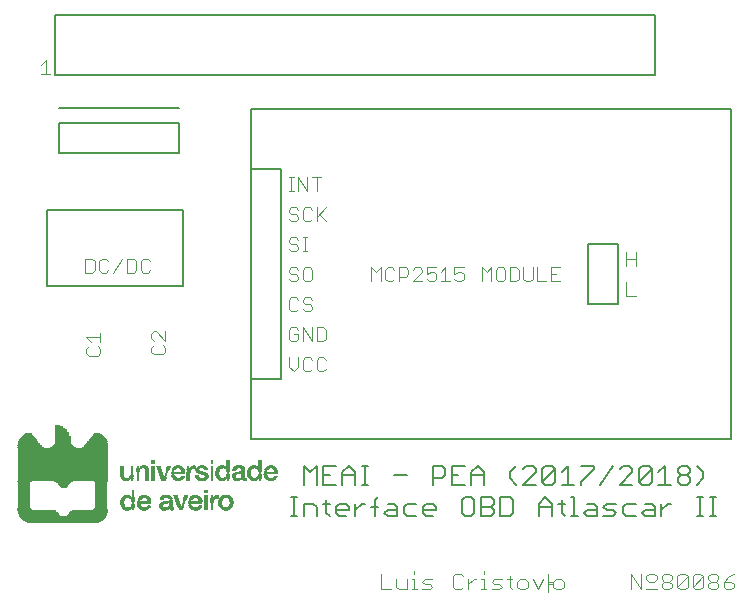
<source format=gto>
G75*
%MOIN*%
%OFA0B0*%
%FSLAX25Y25*%
%IPPOS*%
%LPD*%
%AMOC8*
5,1,8,0,0,1.08239X$1,22.5*
%
%ADD10C,0.00600*%
%ADD11R,0.22252X0.00045*%
%ADD12R,0.22884X0.00045*%
%ADD13R,0.23335X0.00045*%
%ADD14R,0.23696X0.00045*%
%ADD15R,0.23967X0.00045*%
%ADD16R,0.24237X0.00045*%
%ADD17R,0.24508X0.00045*%
%ADD18R,0.24689X0.00045*%
%ADD19R,0.24915X0.00045*%
%ADD20R,0.25141X0.00045*%
%ADD21R,0.25321X0.00045*%
%ADD22R,0.25456X0.00045*%
%ADD23R,0.25637X0.00045*%
%ADD24R,0.25772X0.00045*%
%ADD25R,0.25952X0.00045*%
%ADD26R,0.26088X0.00045*%
%ADD27R,0.26223X0.00045*%
%ADD28R,0.26314X0.00045*%
%ADD29R,0.26449X0.00045*%
%ADD30R,0.26585X0.00045*%
%ADD31R,0.26675X0.00045*%
%ADD32R,0.26810X0.00045*%
%ADD33R,0.26900X0.00045*%
%ADD34R,0.27036X0.00045*%
%ADD35R,0.27126X0.00045*%
%ADD36R,0.27216X0.00045*%
%ADD37R,0.27307X0.00045*%
%ADD38R,0.27397X0.00045*%
%ADD39R,0.27487X0.00045*%
%ADD40R,0.27578X0.00045*%
%ADD41R,0.27668X0.00045*%
%ADD42R,0.27758X0.00045*%
%ADD43R,0.27848X0.00045*%
%ADD44R,0.27894X0.00045*%
%ADD45R,0.27984X0.00045*%
%ADD46R,0.28029X0.00045*%
%ADD47R,0.28119X0.00045*%
%ADD48R,0.28209X0.00045*%
%ADD49R,0.28254X0.00045*%
%ADD50R,0.28300X0.00045*%
%ADD51R,0.28390X0.00045*%
%ADD52R,0.28480X0.00045*%
%ADD53R,0.14127X0.00045*%
%ADD54R,0.13676X0.00045*%
%ADD55R,0.13902X0.00045*%
%ADD56R,0.13405X0.00045*%
%ADD57R,0.13811X0.00045*%
%ADD58R,0.13315X0.00045*%
%ADD59R,0.13721X0.00045*%
%ADD60R,0.13225X0.00045*%
%ADD61R,0.13676X0.00045*%
%ADD62R,0.13179X0.00045*%
%ADD63R,0.13631X0.00045*%
%ADD64R,0.13180X0.00045*%
%ADD65R,0.13586X0.00045*%
%ADD66R,0.13089X0.00045*%
%ADD67R,0.13541X0.00045*%
%ADD68R,0.13089X0.00045*%
%ADD69R,0.13541X0.00045*%
%ADD70R,0.13044X0.00045*%
%ADD71R,0.13496X0.00045*%
%ADD72R,0.13044X0.00045*%
%ADD73R,0.13495X0.00045*%
%ADD74R,0.12999X0.00045*%
%ADD75R,0.13450X0.00045*%
%ADD76R,0.12999X0.00045*%
%ADD77R,0.13450X0.00045*%
%ADD78R,0.12954X0.00045*%
%ADD79R,0.12999X0.00045*%
%ADD80R,0.13450X0.00045*%
%ADD81R,0.12954X0.00045*%
%ADD82R,0.12954X0.00045*%
%ADD83R,0.13405X0.00045*%
%ADD84R,0.12954X0.00045*%
%ADD85R,0.12909X0.00045*%
%ADD86R,0.12909X0.00045*%
%ADD87R,0.13360X0.00045*%
%ADD88R,0.12908X0.00045*%
%ADD89R,0.13360X0.00045*%
%ADD90R,0.12908X0.00045*%
%ADD91R,0.13360X0.00045*%
%ADD92R,0.12863X0.00045*%
%ADD93R,0.13315X0.00045*%
%ADD94R,0.12863X0.00045*%
%ADD95R,0.13315X0.00045*%
%ADD96R,0.12819X0.00045*%
%ADD97R,0.13270X0.00045*%
%ADD98R,0.13270X0.00045*%
%ADD99R,0.12773X0.00045*%
%ADD100R,0.13225X0.00045*%
%ADD101R,0.12728X0.00045*%
%ADD102R,0.13180X0.00045*%
%ADD103R,0.12683X0.00045*%
%ADD104R,0.13134X0.00045*%
%ADD105R,0.12683X0.00045*%
%ADD106R,0.13134X0.00045*%
%ADD107R,0.12683X0.00045*%
%ADD108R,0.13089X0.00045*%
%ADD109R,0.12638X0.00045*%
%ADD110R,0.13044X0.00045*%
%ADD111R,0.12593X0.00045*%
%ADD112R,0.12502X0.00045*%
%ADD113R,0.12954X0.00045*%
%ADD114R,0.12502X0.00045*%
%ADD115R,0.12954X0.00045*%
%ADD116R,0.12457X0.00045*%
%ADD117R,0.12412X0.00045*%
%ADD118R,0.12367X0.00045*%
%ADD119R,0.12773X0.00045*%
%ADD120R,0.12277X0.00045*%
%ADD121R,0.12728X0.00045*%
%ADD122R,0.12231X0.00045*%
%ADD123R,0.12187X0.00045*%
%ADD124R,0.12593X0.00045*%
%ADD125R,0.12141X0.00045*%
%ADD126R,0.12548X0.00045*%
%ADD127R,0.12051X0.00045*%
%ADD128R,0.12457X0.00045*%
%ADD129R,0.11961X0.00045*%
%ADD130R,0.12367X0.00045*%
%ADD131R,0.11870X0.00045*%
%ADD132R,0.12232X0.00045*%
%ADD133R,0.11735X0.00045*%
%ADD134R,0.12141X0.00045*%
%ADD135R,0.11645X0.00045*%
%ADD136R,0.12006X0.00045*%
%ADD137R,0.11509X0.00045*%
%ADD138R,0.11826X0.00045*%
%ADD139R,0.11329X0.00045*%
%ADD140R,0.00677X0.00045*%
%ADD141R,0.00677X0.00045*%
%ADD142R,0.00496X0.00045*%
%ADD143R,0.00722X0.00045*%
%ADD144R,0.11600X0.00045*%
%ADD145R,0.11104X0.00045*%
%ADD146R,0.01173X0.00045*%
%ADD147R,0.01219X0.00045*%
%ADD148R,0.00903X0.00045*%
%ADD149R,0.01264X0.00045*%
%ADD150R,0.04875X0.00045*%
%ADD151R,0.04830X0.00045*%
%ADD152R,0.01444X0.00045*%
%ADD153R,0.01580X0.00045*%
%ADD154R,0.01489X0.00045*%
%ADD155R,0.01173X0.00045*%
%ADD156R,0.01670X0.00045*%
%ADD157R,0.04694X0.00045*%
%ADD158R,0.04649X0.00045*%
%ADD159R,0.01715X0.00045*%
%ADD160R,0.00948X0.00045*%
%ADD161R,0.01806X0.00045*%
%ADD162R,0.01760X0.00045*%
%ADD163R,0.01851X0.00045*%
%ADD164R,0.01038X0.00045*%
%ADD165R,0.00993X0.00045*%
%ADD166R,0.01941X0.00045*%
%ADD167R,0.04604X0.00045*%
%ADD168R,0.04559X0.00045*%
%ADD169R,0.01941X0.00045*%
%ADD170R,0.00948X0.00045*%
%ADD171R,0.02076X0.00045*%
%ADD172R,0.01986X0.00045*%
%ADD173R,0.01264X0.00045*%
%ADD174R,0.01219X0.00045*%
%ADD175R,0.02031X0.00045*%
%ADD176R,0.01038X0.00045*%
%ADD177R,0.00993X0.00045*%
%ADD178R,0.02121X0.00045*%
%ADD179R,0.04514X0.00045*%
%ADD180R,0.02122X0.00045*%
%ADD181R,0.02257X0.00045*%
%ADD182R,0.02167X0.00045*%
%ADD183R,0.01309X0.00045*%
%ADD184R,0.02302X0.00045*%
%ADD185R,0.04469X0.00045*%
%ADD186R,0.02211X0.00045*%
%ADD187R,0.02437X0.00045*%
%ADD188R,0.02347X0.00045*%
%ADD189R,0.01354X0.00045*%
%ADD190R,0.02528X0.00045*%
%ADD191R,0.04423X0.00045*%
%ADD192R,0.02392X0.00045*%
%ADD193R,0.00948X0.00045*%
%ADD194R,0.02618X0.00045*%
%ADD195R,0.02483X0.00045*%
%ADD196R,0.01354X0.00045*%
%ADD197R,0.01309X0.00045*%
%ADD198R,0.02573X0.00045*%
%ADD199R,0.01038X0.00045*%
%ADD200R,0.00993X0.00045*%
%ADD201R,0.02663X0.00045*%
%ADD202R,0.04378X0.00045*%
%ADD203R,0.02482X0.00045*%
%ADD204R,0.02708X0.00045*%
%ADD205R,0.02618X0.00045*%
%ADD206R,0.01399X0.00045*%
%ADD207R,0.01354X0.00045*%
%ADD208R,0.02844X0.00045*%
%ADD209R,0.04378X0.00045*%
%ADD210R,0.04333X0.00045*%
%ADD211R,0.02618X0.00045*%
%ADD212R,0.02889X0.00045*%
%ADD213R,0.02708X0.00045*%
%ADD214R,0.01399X0.00045*%
%ADD215R,0.01354X0.00045*%
%ADD216R,0.02844X0.00045*%
%ADD217R,0.02934X0.00045*%
%ADD218R,0.04333X0.00045*%
%ADD219R,0.02979X0.00045*%
%ADD220R,0.02798X0.00045*%
%ADD221R,0.01444X0.00045*%
%ADD222R,0.02934X0.00045*%
%ADD223R,0.03114X0.00045*%
%ADD224R,0.04288X0.00045*%
%ADD225R,0.02798X0.00045*%
%ADD226R,0.03069X0.00045*%
%ADD227R,0.03205X0.00045*%
%ADD228R,0.04288X0.00045*%
%ADD229R,0.02889X0.00045*%
%ADD230R,0.03159X0.00045*%
%ADD231R,0.04513X0.00045*%
%ADD232R,0.01489X0.00045*%
%ADD233R,0.03205X0.00045*%
%ADD234R,0.03295X0.00045*%
%ADD235R,0.04243X0.00045*%
%ADD236R,0.03250X0.00045*%
%ADD237R,0.04558X0.00045*%
%ADD238R,0.01535X0.00045*%
%ADD239R,0.03295X0.00045*%
%ADD240R,0.03385X0.00045*%
%ADD241R,0.04243X0.00045*%
%ADD242R,0.03024X0.00045*%
%ADD243R,0.03340X0.00045*%
%ADD244R,0.04604X0.00045*%
%ADD245R,0.01535X0.00045*%
%ADD246R,0.03385X0.00045*%
%ADD247R,0.03475X0.00045*%
%ADD248R,0.04243X0.00045*%
%ADD249R,0.03430X0.00045*%
%ADD250R,0.04604X0.00045*%
%ADD251R,0.01580X0.00045*%
%ADD252R,0.03475X0.00045*%
%ADD253R,0.03566X0.00045*%
%ADD254R,0.03159X0.00045*%
%ADD255R,0.03520X0.00045*%
%ADD256R,0.04649X0.00045*%
%ADD257R,0.01625X0.00045*%
%ADD258R,0.03656X0.00045*%
%ADD259R,0.04198X0.00045*%
%ADD260R,0.03611X0.00045*%
%ADD261R,0.04649X0.00045*%
%ADD262R,0.01625X0.00045*%
%ADD263R,0.03746X0.00045*%
%ADD264R,0.01444X0.00045*%
%ADD265R,0.01580X0.00045*%
%ADD266R,0.01986X0.00045*%
%ADD267R,0.01670X0.00045*%
%ADD268R,0.01534X0.00045*%
%ADD269R,0.01850X0.00045*%
%ADD270R,0.01354X0.00045*%
%ADD271R,0.01309X0.00045*%
%ADD272R,0.01399X0.00045*%
%ADD273R,0.01444X0.00045*%
%ADD274R,0.01399X0.00045*%
%ADD275R,0.01760X0.00045*%
%ADD276R,0.01309X0.00045*%
%ADD277R,0.01309X0.00045*%
%ADD278R,0.01715X0.00045*%
%ADD279R,0.01670X0.00045*%
%ADD280R,0.01264X0.00045*%
%ADD281R,0.01219X0.00045*%
%ADD282R,0.01534X0.00045*%
%ADD283R,0.01760X0.00045*%
%ADD284R,0.01219X0.00045*%
%ADD285R,0.01128X0.00045*%
%ADD286R,0.01174X0.00045*%
%ADD287R,0.01129X0.00045*%
%ADD288R,0.01128X0.00045*%
%ADD289R,0.01851X0.00045*%
%ADD290R,0.01535X0.00045*%
%ADD291R,0.01083X0.00045*%
%ADD292R,0.01083X0.00045*%
%ADD293R,0.01896X0.00045*%
%ADD294R,0.01083X0.00045*%
%ADD295R,0.01896X0.00045*%
%ADD296R,0.01219X0.00045*%
%ADD297R,0.01174X0.00045*%
%ADD298R,0.01941X0.00045*%
%ADD299R,0.01219X0.00045*%
%ADD300R,0.01083X0.00045*%
%ADD301R,0.00903X0.00045*%
%ADD302R,0.01173X0.00045*%
%ADD303R,0.01038X0.00045*%
%ADD304R,0.00903X0.00045*%
%ADD305R,0.01083X0.00045*%
%ADD306R,0.01174X0.00045*%
%ADD307R,0.00993X0.00045*%
%ADD308R,0.00993X0.00045*%
%ADD309R,0.01129X0.00045*%
%ADD310R,0.00948X0.00045*%
%ADD311R,0.01038X0.00045*%
%ADD312R,0.00948X0.00045*%
%ADD313R,0.01083X0.00045*%
%ADD314R,0.00993X0.00045*%
%ADD315R,0.01038X0.00045*%
%ADD316R,0.00948X0.00045*%
%ADD317R,0.04559X0.00045*%
%ADD318R,0.02076X0.00045*%
%ADD319R,0.02347X0.00045*%
%ADD320R,0.02482X0.00045*%
%ADD321R,0.02528X0.00045*%
%ADD322R,0.04604X0.00045*%
%ADD323R,0.03656X0.00045*%
%ADD324R,0.03475X0.00045*%
%ADD325R,0.03385X0.00045*%
%ADD326R,0.03204X0.00045*%
%ADD327R,0.03024X0.00045*%
%ADD328R,0.02798X0.00045*%
%ADD329R,0.02166X0.00045*%
%ADD330R,0.01850X0.00045*%
%ADD331R,0.01534X0.00045*%
%ADD332R,0.01580X0.00045*%
%ADD333R,0.02031X0.00045*%
%ADD334R,0.01490X0.00045*%
%ADD335R,0.03701X0.00045*%
%ADD336R,0.04198X0.00045*%
%ADD337R,0.03340X0.00045*%
%ADD338R,0.03250X0.00045*%
%ADD339R,0.03024X0.00045*%
%ADD340R,0.03476X0.00045*%
%ADD341R,0.03069X0.00045*%
%ADD342R,0.03024X0.00045*%
%ADD343R,0.03340X0.00045*%
%ADD344R,0.02979X0.00045*%
%ADD345R,0.02753X0.00045*%
%ADD346R,0.02663X0.00045*%
%ADD347R,0.02754X0.00045*%
%ADD348R,0.02573X0.00045*%
%ADD349R,0.02663X0.00045*%
%ADD350R,0.02437X0.00045*%
%ADD351R,0.02753X0.00045*%
%ADD352R,0.02302X0.00045*%
%ADD353R,0.02392X0.00045*%
%ADD354R,0.02212X0.00045*%
%ADD355R,0.02618X0.00045*%
%ADD356R,0.02437X0.00045*%
%ADD357R,0.01805X0.00045*%
%ADD358R,0.02257X0.00045*%
%ADD359R,0.01670X0.00045*%
%ADD360R,0.01986X0.00045*%
%ADD361R,0.00857X0.00045*%
%ADD362R,0.00722X0.00045*%
%ADD363R,0.00496X0.00045*%
%ADD364R,0.00632X0.00045*%
%ADD365R,0.00452X0.00045*%
%ADD366R,0.00316X0.00045*%
%ADD367R,0.01715X0.00045*%
%ADD368R,0.02347X0.00045*%
%ADD369R,0.02437X0.00045*%
%ADD370R,0.02528X0.00045*%
%ADD371R,0.02708X0.00045*%
%ADD372R,0.02889X0.00045*%
%ADD373R,0.02934X0.00045*%
%ADD374R,0.02979X0.00045*%
%ADD375R,0.03430X0.00045*%
%ADD376R,0.03520X0.00045*%
%ADD377R,0.03566X0.00045*%
%ADD378R,0.03656X0.00045*%
%ADD379R,0.03701X0.00045*%
%ADD380R,0.03791X0.00045*%
%ADD381R,0.03882X0.00045*%
%ADD382R,0.03972X0.00045*%
%ADD383R,0.04062X0.00045*%
%ADD384R,0.04423X0.00045*%
%ADD385R,0.04649X0.00045*%
%ADD386R,0.04784X0.00045*%
%ADD387R,0.04920X0.00045*%
%ADD388R,0.05055X0.00045*%
%ADD389R,0.05191X0.00045*%
%ADD390R,0.05371X0.00045*%
%ADD391R,0.05552X0.00045*%
%ADD392R,0.05732X0.00045*%
%ADD393R,0.04378X0.00045*%
%ADD394R,0.05957X0.00045*%
%ADD395R,0.06228X0.00045*%
%ADD396R,0.04469X0.00045*%
%ADD397R,0.06499X0.00045*%
%ADD398R,0.06861X0.00045*%
%ADD399R,0.07492X0.00045*%
%ADD400R,0.04785X0.00045*%
%ADD401R,0.00722X0.00045*%
%ADD402R,0.00767X0.00045*%
%ADD403R,0.00722X0.00045*%
%ADD404R,0.00542X0.00045*%
%ADD405R,0.00767X0.00045*%
%ADD406R,0.29925X0.00045*%
%ADD407R,0.29925X0.00045*%
%ADD408R,0.01625X0.00045*%
%ADD409R,0.01805X0.00045*%
%ADD410R,0.01490X0.00045*%
%ADD411R,0.01489X0.00045*%
%ADD412R,0.01580X0.00045*%
%ADD413R,0.02076X0.00045*%
%ADD414R,0.01715X0.00045*%
%ADD415R,0.29925X0.00045*%
%ADD416R,0.01806X0.00045*%
%ADD417R,0.01941X0.00045*%
%ADD418R,0.02257X0.00045*%
%ADD419R,0.02076X0.00045*%
%ADD420R,0.02347X0.00045*%
%ADD421R,0.02257X0.00045*%
%ADD422R,0.02212X0.00045*%
%ADD423R,0.02843X0.00045*%
%ADD424R,0.02528X0.00045*%
%ADD425R,0.02437X0.00045*%
%ADD426R,0.01399X0.00045*%
%ADD427R,0.02889X0.00045*%
%ADD428R,0.03114X0.00045*%
%ADD429R,0.02754X0.00045*%
%ADD430R,0.02843X0.00045*%
%ADD431R,0.02843X0.00045*%
%ADD432R,0.03069X0.00045*%
%ADD433R,0.03476X0.00045*%
%ADD434R,0.02889X0.00045*%
%ADD435R,0.04514X0.00045*%
%ADD436R,0.02708X0.00045*%
%ADD437R,0.01490X0.00045*%
%ADD438R,0.03250X0.00045*%
%ADD439R,0.02979X0.00045*%
%ADD440R,0.03611X0.00045*%
%ADD441R,0.04604X0.00045*%
%ADD442R,0.03520X0.00045*%
%ADD443R,0.03746X0.00045*%
%ADD444R,0.03159X0.00045*%
%ADD445R,0.04604X0.00045*%
%ADD446R,0.04198X0.00045*%
%ADD447R,0.03521X0.00045*%
%ADD448R,0.03972X0.00045*%
%ADD449R,0.03836X0.00045*%
%ADD450R,0.04243X0.00045*%
%ADD451R,0.01715X0.00045*%
%ADD452R,0.01805X0.00045*%
%ADD453R,0.01850X0.00045*%
%ADD454R,0.01128X0.00045*%
%ADD455R,0.01354X0.00045*%
%ADD456R,0.00902X0.00045*%
%ADD457R,0.00902X0.00045*%
%ADD458R,0.01309X0.00045*%
%ADD459R,0.02392X0.00045*%
%ADD460R,0.04559X0.00045*%
%ADD461R,0.02618X0.00045*%
%ADD462R,0.02076X0.00045*%
%ADD463R,0.02572X0.00045*%
%ADD464R,0.02933X0.00045*%
%ADD465R,0.02979X0.00045*%
%ADD466R,0.03476X0.00045*%
%ADD467R,0.03340X0.00045*%
%ADD468R,0.02618X0.00045*%
%ADD469R,0.02302X0.00045*%
%ADD470R,0.01806X0.00045*%
%ADD471R,0.02121X0.00045*%
%ADD472R,0.01129X0.00045*%
%ADD473R,0.01264X0.00045*%
%ADD474R,0.01444X0.00045*%
%ADD475R,0.01941X0.00045*%
%ADD476R,0.01580X0.00045*%
%ADD477R,0.03611X0.00045*%
%ADD478R,0.04243X0.00045*%
%ADD479R,0.03069X0.00045*%
%ADD480R,0.03115X0.00045*%
%ADD481R,0.03430X0.00045*%
%ADD482R,0.03115X0.00045*%
%ADD483R,0.03385X0.00045*%
%ADD484R,0.02933X0.00045*%
%ADD485R,0.03340X0.00045*%
%ADD486R,0.02844X0.00045*%
%ADD487R,0.01444X0.00045*%
%ADD488R,0.03204X0.00045*%
%ADD489R,0.02753X0.00045*%
%ADD490R,0.03250X0.00045*%
%ADD491R,0.02167X0.00045*%
%ADD492R,0.01851X0.00045*%
%ADD493R,0.02167X0.00045*%
%ADD494R,0.02211X0.00045*%
%ADD495R,0.00858X0.00045*%
%ADD496R,0.00722X0.00045*%
%ADD497R,0.00406X0.00045*%
%ADD498R,0.00270X0.00045*%
%ADD499R,0.00587X0.00045*%
%ADD500R,0.00587X0.00045*%
%ADD501R,0.00406X0.00045*%
%ADD502R,0.09343X0.00045*%
%ADD503R,0.09614X0.00045*%
%ADD504R,0.09298X0.00045*%
%ADD505R,0.09117X0.00045*%
%ADD506R,0.09163X0.00045*%
%ADD507R,0.09072X0.00045*%
%ADD508R,0.08937X0.00045*%
%ADD509R,0.08846X0.00045*%
%ADD510R,0.08892X0.00045*%
%ADD511R,0.08802X0.00045*%
%ADD512R,0.08621X0.00045*%
%ADD513R,0.08756X0.00045*%
%ADD514R,0.08711X0.00045*%
%ADD515R,0.08350X0.00045*%
%ADD516R,0.08666X0.00045*%
%ADD517R,0.08621X0.00045*%
%ADD518R,0.08170X0.00045*%
%ADD519R,0.08576X0.00045*%
%ADD520R,0.08485X0.00045*%
%ADD521R,0.07989X0.00045*%
%ADD522R,0.08441X0.00045*%
%ADD523R,0.07808X0.00045*%
%ADD524R,0.08395X0.00045*%
%ADD525R,0.07673X0.00045*%
%ADD526R,0.08305X0.00045*%
%ADD527R,0.08260X0.00045*%
%ADD528R,0.07537X0.00045*%
%ADD529R,0.08215X0.00045*%
%ADD530R,0.07402X0.00045*%
%ADD531R,0.08170X0.00045*%
%ADD532R,0.08124X0.00045*%
%ADD533R,0.07267X0.00045*%
%ADD534R,0.08079X0.00045*%
%ADD535R,0.07177X0.00045*%
%ADD536R,0.08034X0.00045*%
%ADD537R,0.07041X0.00045*%
%ADD538R,0.07989X0.00045*%
%ADD539R,0.07944X0.00045*%
%ADD540R,0.06951X0.00045*%
%ADD541R,0.07944X0.00045*%
%ADD542R,0.07899X0.00045*%
%ADD543R,0.06815X0.00045*%
%ADD544R,0.07854X0.00045*%
%ADD545R,0.06725X0.00045*%
%ADD546R,0.07809X0.00045*%
%ADD547R,0.06635X0.00045*%
%ADD548R,0.06544X0.00045*%
%ADD549R,0.07763X0.00045*%
%ADD550R,0.07763X0.00045*%
%ADD551R,0.06499X0.00045*%
%ADD552R,0.07718X0.00045*%
%ADD553R,0.06409X0.00045*%
%ADD554R,0.07673X0.00045*%
%ADD555R,0.06364X0.00045*%
%ADD556R,0.07628X0.00045*%
%ADD557R,0.06274X0.00045*%
%ADD558R,0.07628X0.00045*%
%ADD559R,0.06184X0.00045*%
%ADD560R,0.07583X0.00045*%
%ADD561R,0.07583X0.00045*%
%ADD562R,0.06139X0.00045*%
%ADD563R,0.07538X0.00045*%
%ADD564R,0.06093X0.00045*%
%ADD565R,0.07493X0.00045*%
%ADD566R,0.06003X0.00045*%
%ADD567R,0.07447X0.00045*%
%ADD568R,0.06003X0.00045*%
%ADD569R,0.07447X0.00045*%
%ADD570R,0.05913X0.00045*%
%ADD571R,0.07402X0.00045*%
%ADD572R,0.05822X0.00045*%
%ADD573R,0.07357X0.00045*%
%ADD574R,0.05822X0.00045*%
%ADD575R,0.05732X0.00045*%
%ADD576R,0.07312X0.00045*%
%ADD577R,0.07222X0.00045*%
%ADD578R,0.07222X0.00045*%
%ADD579R,0.05687X0.00045*%
%ADD580R,0.07176X0.00045*%
%ADD581R,0.07176X0.00045*%
%ADD582R,0.05642X0.00045*%
%ADD583R,0.07131X0.00045*%
%ADD584R,0.07131X0.00045*%
%ADD585R,0.05597X0.00045*%
%ADD586R,0.07086X0.00045*%
%ADD587R,0.05552X0.00045*%
%ADD588R,0.07041X0.00045*%
%ADD589R,0.06996X0.00045*%
%ADD590R,0.05461X0.00045*%
%ADD591R,0.06996X0.00045*%
%ADD592R,0.06951X0.00045*%
%ADD593R,0.06906X0.00045*%
%ADD594R,0.06906X0.00045*%
%ADD595R,0.05461X0.00045*%
%ADD596R,0.06860X0.00045*%
%ADD597R,0.06815X0.00045*%
%ADD598R,0.05371X0.00045*%
%ADD599R,0.06770X0.00045*%
%ADD600R,0.06770X0.00045*%
%ADD601R,0.06725X0.00045*%
%ADD602R,0.06680X0.00045*%
%ADD603R,0.06680X0.00045*%
%ADD604R,0.05281X0.00045*%
%ADD605R,0.06544X0.00045*%
%ADD606R,0.05281X0.00045*%
%ADD607R,0.06590X0.00045*%
%ADD608R,0.06500X0.00045*%
%ADD609R,0.06454X0.00045*%
%ADD610R,0.06454X0.00045*%
%ADD611R,0.05235X0.00045*%
%ADD612R,0.06364X0.00045*%
%ADD613R,0.05190X0.00045*%
%ADD614R,0.06409X0.00045*%
%ADD615R,0.06319X0.00045*%
%ADD616R,0.05190X0.00045*%
%ADD617R,0.06229X0.00045*%
%ADD618R,0.06183X0.00045*%
%ADD619R,0.06139X0.00045*%
%ADD620R,0.06048X0.00045*%
%ADD621R,0.05958X0.00045*%
%ADD622R,0.05913X0.00045*%
%ADD623R,0.05868X0.00045*%
%ADD624R,0.05777X0.00045*%
%ADD625R,0.05732X0.00045*%
%ADD626R,0.05687X0.00045*%
%ADD627R,0.05642X0.00045*%
%ADD628R,0.05642X0.00045*%
%ADD629R,0.05145X0.00045*%
%ADD630R,0.05552X0.00045*%
%ADD631R,0.05461X0.00045*%
%ADD632R,0.05145X0.00045*%
%ADD633R,0.05507X0.00045*%
%ADD634R,0.05416X0.00045*%
%ADD635R,0.05145X0.00045*%
%ADD636R,0.05371X0.00045*%
%ADD637R,0.05326X0.00045*%
%ADD638R,0.05236X0.00045*%
%ADD639R,0.05100X0.00045*%
%ADD640R,0.05055X0.00045*%
%ADD641R,0.05010X0.00045*%
%ADD642R,0.05010X0.00045*%
%ADD643R,0.04965X0.00045*%
%ADD644R,0.04920X0.00045*%
%ADD645R,0.05100X0.00045*%
%ADD646R,0.04830X0.00045*%
%ADD647R,0.05100X0.00045*%
%ADD648R,0.04739X0.00045*%
%ADD649R,0.04739X0.00045*%
%ADD650R,0.04694X0.00045*%
%ADD651R,0.04469X0.00045*%
%ADD652R,0.05055X0.00045*%
%ADD653R,0.04513X0.00045*%
%ADD654R,0.04378X0.00045*%
%ADD655R,0.04424X0.00045*%
%ADD656R,0.04333X0.00045*%
%ADD657R,0.04107X0.00045*%
%ADD658R,0.05010X0.00045*%
%ADD659R,0.04017X0.00045*%
%ADD660R,0.03927X0.00045*%
%ADD661R,0.03881X0.00045*%
%ADD662R,0.04965X0.00045*%
%ADD663R,0.03837X0.00045*%
%ADD664R,0.03746X0.00045*%
%ADD665R,0.04965X0.00045*%
%ADD666R,0.03701X0.00045*%
%ADD667R,0.03565X0.00045*%
%ADD668R,0.04874X0.00045*%
%ADD669R,0.04874X0.00045*%
%ADD670R,0.04874X0.00045*%
%ADD671R,0.04829X0.00045*%
%ADD672R,0.04829X0.00045*%
%ADD673R,0.04784X0.00045*%
%ADD674R,0.02572X0.00045*%
%ADD675R,0.04784X0.00045*%
%ADD676R,0.02483X0.00045*%
%ADD677R,0.02393X0.00045*%
%ADD678R,0.04694X0.00045*%
%ADD679R,0.04558X0.00045*%
%ADD680R,0.00813X0.00045*%
%ADD681R,0.00361X0.00045*%
%ADD682R,0.00406X0.00045*%
%ADD683R,0.04513X0.00045*%
%ADD684R,0.04468X0.00045*%
%ADD685R,0.04378X0.00045*%
%ADD686R,0.04333X0.00045*%
%ADD687R,0.04243X0.00045*%
%ADD688R,0.04197X0.00045*%
%ADD689R,0.04152X0.00045*%
%ADD690R,0.04107X0.00045*%
%ADD691R,0.04107X0.00045*%
%ADD692R,0.04062X0.00045*%
%ADD693R,0.03972X0.00045*%
%ADD694R,0.03926X0.00045*%
%ADD695R,0.03881X0.00045*%
%ADD696R,0.03836X0.00045*%
%ADD697R,0.03791X0.00045*%
%ADD698R,0.03701X0.00045*%
%ADD699R,0.03611X0.00045*%
%ADD700R,0.03340X0.00045*%
%ADD701R,0.03294X0.00045*%
%ADD702R,0.02933X0.00045*%
%ADD703R,0.02663X0.00045*%
%ADD704R,0.02302X0.00045*%
%ADD705R,0.02031X0.00045*%
%ADD706R,0.00316X0.00045*%
%ADD707C,0.00400*%
%ADD708C,0.00500*%
D10*
X0129904Y0050448D02*
X0132039Y0050448D01*
X0130971Y0050448D02*
X0130971Y0056853D01*
X0129904Y0056853D02*
X0132039Y0056853D01*
X0134201Y0054718D02*
X0137403Y0054718D01*
X0138471Y0053650D01*
X0138471Y0050448D01*
X0141714Y0051515D02*
X0142781Y0050448D01*
X0141714Y0051515D02*
X0141714Y0055786D01*
X0142781Y0054718D02*
X0140646Y0054718D01*
X0144943Y0053650D02*
X0144943Y0051515D01*
X0146011Y0050448D01*
X0148146Y0050448D01*
X0149213Y0052583D02*
X0144943Y0052583D01*
X0144943Y0053650D02*
X0146011Y0054718D01*
X0148146Y0054718D01*
X0149213Y0053650D01*
X0149213Y0052583D01*
X0151389Y0052583D02*
X0153524Y0054718D01*
X0154591Y0054718D01*
X0156760Y0053650D02*
X0158895Y0053650D01*
X0157827Y0055786D02*
X0157827Y0050448D01*
X0161057Y0051515D02*
X0162124Y0052583D01*
X0165327Y0052583D01*
X0165327Y0053650D02*
X0165327Y0050448D01*
X0162124Y0050448D01*
X0161057Y0051515D01*
X0164260Y0054718D02*
X0165327Y0053650D01*
X0164260Y0054718D02*
X0162124Y0054718D01*
X0158895Y0056853D02*
X0157827Y0055786D01*
X0155672Y0060948D02*
X0153537Y0060948D01*
X0154605Y0060948D02*
X0154605Y0067353D01*
X0155672Y0067353D02*
X0153537Y0067353D01*
X0151362Y0065218D02*
X0151362Y0060948D01*
X0147092Y0060948D02*
X0147092Y0065218D01*
X0149227Y0067353D01*
X0151362Y0065218D01*
X0151362Y0064150D02*
X0147092Y0064150D01*
X0144916Y0067353D02*
X0140646Y0067353D01*
X0140646Y0060948D01*
X0144916Y0060948D01*
X0142781Y0064150D02*
X0140646Y0064150D01*
X0138471Y0060948D02*
X0138471Y0067353D01*
X0136336Y0065218D01*
X0134201Y0067353D01*
X0134201Y0060948D01*
X0134201Y0054718D02*
X0134201Y0050448D01*
X0151389Y0050448D02*
X0151389Y0054718D01*
X0164280Y0064150D02*
X0168550Y0064150D01*
X0177171Y0063083D02*
X0180373Y0063083D01*
X0181441Y0064150D01*
X0181441Y0066286D01*
X0180373Y0067353D01*
X0177171Y0067353D01*
X0177171Y0060948D01*
X0177151Y0054718D02*
X0178218Y0053650D01*
X0178218Y0052583D01*
X0173948Y0052583D01*
X0173948Y0053650D02*
X0175015Y0054718D01*
X0177151Y0054718D01*
X0173948Y0053650D02*
X0173948Y0051515D01*
X0175015Y0050448D01*
X0177151Y0050448D01*
X0171773Y0050448D02*
X0168570Y0050448D01*
X0167502Y0051515D01*
X0167502Y0053650D01*
X0168570Y0054718D01*
X0171773Y0054718D01*
X0183616Y0060948D02*
X0187886Y0060948D01*
X0190062Y0060948D02*
X0190062Y0065218D01*
X0192197Y0067353D01*
X0194332Y0065218D01*
X0194332Y0060948D01*
X0193284Y0056853D02*
X0196487Y0056853D01*
X0197555Y0055786D01*
X0197555Y0054718D01*
X0196487Y0053650D01*
X0193284Y0053650D01*
X0191109Y0051515D02*
X0191109Y0055786D01*
X0190042Y0056853D01*
X0187906Y0056853D01*
X0186839Y0055786D01*
X0186839Y0051515D01*
X0187906Y0050448D01*
X0190042Y0050448D01*
X0191109Y0051515D01*
X0193284Y0050448D02*
X0196487Y0050448D01*
X0197555Y0051515D01*
X0197555Y0052583D01*
X0196487Y0053650D01*
X0193284Y0050448D02*
X0193284Y0056853D01*
X0199730Y0056853D02*
X0202933Y0056853D01*
X0204000Y0055786D01*
X0204000Y0051515D01*
X0202933Y0050448D01*
X0199730Y0050448D01*
X0199730Y0056853D01*
X0205088Y0060948D02*
X0202953Y0063083D01*
X0202953Y0065218D01*
X0205088Y0067353D01*
X0207250Y0066286D02*
X0208317Y0067353D01*
X0210452Y0067353D01*
X0211520Y0066286D01*
X0211520Y0065218D01*
X0207250Y0060948D01*
X0211520Y0060948D01*
X0213695Y0062015D02*
X0217965Y0066286D01*
X0217965Y0062015D01*
X0216898Y0060948D01*
X0214763Y0060948D01*
X0213695Y0062015D01*
X0213695Y0066286D01*
X0214763Y0067353D01*
X0216898Y0067353D01*
X0217965Y0066286D01*
X0220141Y0065218D02*
X0222276Y0067353D01*
X0222276Y0060948D01*
X0220141Y0060948D02*
X0224411Y0060948D01*
X0226586Y0060948D02*
X0226586Y0062015D01*
X0230856Y0066286D01*
X0230856Y0067353D01*
X0226586Y0067353D01*
X0233032Y0060948D02*
X0237302Y0067353D01*
X0239477Y0066286D02*
X0240545Y0067353D01*
X0242680Y0067353D01*
X0243747Y0066286D01*
X0243747Y0065218D01*
X0239477Y0060948D01*
X0243747Y0060948D01*
X0245923Y0062015D02*
X0250193Y0066286D01*
X0250193Y0062015D01*
X0249125Y0060948D01*
X0246990Y0060948D01*
X0245923Y0062015D01*
X0245923Y0066286D01*
X0246990Y0067353D01*
X0249125Y0067353D01*
X0250193Y0066286D01*
X0252368Y0065218D02*
X0254503Y0067353D01*
X0254503Y0060948D01*
X0252368Y0060948D02*
X0256638Y0060948D01*
X0258814Y0062015D02*
X0258814Y0063083D01*
X0259881Y0064150D01*
X0262016Y0064150D01*
X0263084Y0063083D01*
X0263084Y0062015D01*
X0262016Y0060948D01*
X0259881Y0060948D01*
X0258814Y0062015D01*
X0259881Y0064150D02*
X0258814Y0065218D01*
X0258814Y0066286D01*
X0259881Y0067353D01*
X0262016Y0067353D01*
X0263084Y0066286D01*
X0263084Y0065218D01*
X0262016Y0064150D01*
X0265259Y0067353D02*
X0267394Y0065218D01*
X0267394Y0063083D01*
X0265259Y0060948D01*
X0265259Y0056853D02*
X0267394Y0056853D01*
X0266327Y0056853D02*
X0266327Y0050448D01*
X0267394Y0050448D02*
X0265259Y0050448D01*
X0269556Y0050448D02*
X0271691Y0050448D01*
X0270624Y0050448D02*
X0270624Y0056853D01*
X0271691Y0056853D02*
X0269556Y0056853D01*
X0256645Y0054718D02*
X0255577Y0054718D01*
X0253442Y0052583D01*
X0253442Y0050448D02*
X0253442Y0054718D01*
X0251267Y0053650D02*
X0251267Y0050448D01*
X0248064Y0050448D01*
X0246997Y0051515D01*
X0248064Y0052583D01*
X0251267Y0052583D01*
X0251267Y0053650D02*
X0250200Y0054718D01*
X0248064Y0054718D01*
X0244822Y0054718D02*
X0241619Y0054718D01*
X0240551Y0053650D01*
X0240551Y0051515D01*
X0241619Y0050448D01*
X0244822Y0050448D01*
X0238376Y0051515D02*
X0237309Y0052583D01*
X0235173Y0052583D01*
X0234106Y0053650D01*
X0235173Y0054718D01*
X0238376Y0054718D01*
X0238376Y0051515D02*
X0237309Y0050448D01*
X0234106Y0050448D01*
X0231931Y0050448D02*
X0231931Y0053650D01*
X0230863Y0054718D01*
X0228728Y0054718D01*
X0228728Y0052583D02*
X0231931Y0052583D01*
X0231931Y0050448D02*
X0228728Y0050448D01*
X0227660Y0051515D01*
X0228728Y0052583D01*
X0225498Y0050448D02*
X0223363Y0050448D01*
X0224431Y0050448D02*
X0224431Y0056853D01*
X0223363Y0056853D01*
X0221201Y0054718D02*
X0219066Y0054718D01*
X0220134Y0055786D02*
X0220134Y0051515D01*
X0221201Y0050448D01*
X0216891Y0050448D02*
X0216891Y0054718D01*
X0214756Y0056853D01*
X0212621Y0054718D01*
X0212621Y0050448D01*
X0212621Y0053650D02*
X0216891Y0053650D01*
X0194332Y0064150D02*
X0190062Y0064150D01*
X0187886Y0067353D02*
X0183616Y0067353D01*
X0183616Y0060948D01*
X0183616Y0064150D02*
X0185751Y0064150D01*
D11*
X0053885Y0048207D03*
D12*
X0053885Y0048252D03*
D13*
X0053885Y0048297D03*
D14*
X0053885Y0048342D03*
D15*
X0053885Y0048387D03*
D16*
X0053885Y0048433D03*
D17*
X0053885Y0048478D03*
D18*
X0053885Y0048523D03*
D19*
X0053907Y0048568D03*
D20*
X0053885Y0048613D03*
D21*
X0053885Y0048658D03*
D22*
X0053907Y0048703D03*
D23*
X0053907Y0048748D03*
D24*
X0053885Y0048794D03*
D25*
X0053885Y0048839D03*
D26*
X0053908Y0048884D03*
D27*
X0053885Y0048929D03*
D28*
X0053885Y0048974D03*
D29*
X0053907Y0049019D03*
D30*
X0053885Y0049064D03*
D31*
X0053885Y0049110D03*
D32*
X0053908Y0049155D03*
D33*
X0053907Y0049200D03*
D34*
X0053885Y0049245D03*
D35*
X0053885Y0049290D03*
D36*
X0053885Y0049335D03*
D37*
X0053885Y0049380D03*
D38*
X0053885Y0049425D03*
D39*
X0053885Y0049471D03*
D40*
X0053885Y0049516D03*
D41*
X0053885Y0049561D03*
D42*
X0053885Y0049606D03*
D43*
X0053885Y0049651D03*
D44*
X0053908Y0049696D03*
D45*
X0053907Y0049741D03*
D46*
X0053885Y0049787D03*
D47*
X0053885Y0049832D03*
D48*
X0053885Y0049877D03*
D49*
X0053908Y0049922D03*
D50*
X0053885Y0049967D03*
D51*
X0053885Y0050012D03*
D52*
X0053885Y0050057D03*
D53*
X0046708Y0050103D03*
D54*
X0061332Y0050103D03*
D55*
X0046550Y0050148D03*
D56*
X0046031Y0050689D03*
X0045986Y0050780D03*
X0045941Y0050870D03*
X0061468Y0050148D03*
D57*
X0046460Y0050193D03*
D58*
X0045761Y0051231D03*
X0061558Y0050193D03*
D59*
X0046415Y0050238D03*
D60*
X0061603Y0050238D03*
D61*
X0046347Y0050283D03*
D62*
X0061671Y0050283D03*
D63*
X0046325Y0050328D03*
D64*
X0061716Y0050328D03*
D65*
X0046257Y0050373D03*
D66*
X0061761Y0050373D03*
D67*
X0046234Y0050418D03*
D68*
X0061806Y0050418D03*
D69*
X0046189Y0050464D03*
D70*
X0061829Y0050464D03*
D71*
X0046167Y0050509D03*
D72*
X0061874Y0050509D03*
D73*
X0046122Y0050554D03*
D74*
X0045512Y0051637D03*
X0061896Y0050554D03*
D75*
X0046099Y0050599D03*
D76*
X0061942Y0050599D03*
D77*
X0046054Y0050644D03*
D78*
X0061964Y0050644D03*
X0062099Y0050915D03*
D79*
X0061987Y0050689D03*
D80*
X0046009Y0050734D03*
D81*
X0062009Y0050734D03*
D82*
X0062054Y0050780D03*
D83*
X0045941Y0050825D03*
X0045896Y0050915D03*
X0045896Y0050960D03*
D84*
X0062054Y0050825D03*
D85*
X0062077Y0050870D03*
D86*
X0062122Y0050960D03*
X0045422Y0051773D03*
D87*
X0045873Y0051005D03*
D88*
X0062167Y0051005D03*
D89*
X0045828Y0051050D03*
D90*
X0062167Y0051050D03*
D91*
X0045828Y0051095D03*
D92*
X0045399Y0051818D03*
X0062190Y0051095D03*
X0062235Y0051186D03*
D93*
X0045806Y0051141D03*
D94*
X0062235Y0051141D03*
D95*
X0045761Y0051186D03*
D96*
X0062257Y0051231D03*
X0062303Y0051276D03*
D97*
X0045738Y0051276D03*
D98*
X0045693Y0051321D03*
D99*
X0062325Y0051321D03*
D100*
X0045670Y0051366D03*
D101*
X0062348Y0051366D03*
D102*
X0045648Y0051411D03*
D103*
X0062370Y0051411D03*
D104*
X0045625Y0051457D03*
D105*
X0062415Y0051457D03*
D106*
X0045580Y0051502D03*
D107*
X0062415Y0051502D03*
D108*
X0045558Y0051547D03*
D109*
X0045287Y0051953D03*
X0062438Y0051547D03*
D110*
X0045535Y0051592D03*
D111*
X0062460Y0051592D03*
D112*
X0062506Y0051637D03*
D113*
X0045490Y0051682D03*
D114*
X0062551Y0051682D03*
D115*
X0045445Y0051727D03*
D116*
X0062573Y0051727D03*
D117*
X0062596Y0051773D03*
D118*
X0062619Y0051818D03*
D119*
X0045354Y0051863D03*
D120*
X0062664Y0051863D03*
D121*
X0045332Y0051908D03*
D122*
X0062686Y0051908D03*
D123*
X0062754Y0051953D03*
D124*
X0045264Y0051998D03*
D125*
X0062777Y0051998D03*
D126*
X0045196Y0052043D03*
D127*
X0062822Y0052043D03*
D128*
X0045151Y0052088D03*
D129*
X0062867Y0052088D03*
D130*
X0045106Y0052134D03*
D131*
X0062912Y0052134D03*
D132*
X0045038Y0052179D03*
D133*
X0062980Y0052179D03*
D134*
X0044993Y0052224D03*
D135*
X0063025Y0052224D03*
D136*
X0044925Y0052269D03*
D137*
X0063093Y0052269D03*
D138*
X0044835Y0052314D03*
D139*
X0063183Y0052314D03*
D140*
X0075414Y0052314D03*
X0087736Y0052314D03*
X0108228Y0052314D03*
D141*
X0081056Y0052314D03*
D142*
X0090219Y0052314D03*
D143*
X0098140Y0052314D03*
D144*
X0044722Y0052359D03*
D145*
X0063295Y0052359D03*
D146*
X0075392Y0052359D03*
X0079680Y0053307D03*
X0087759Y0052359D03*
X0093220Y0052450D03*
X0103691Y0055609D03*
X0109785Y0056105D03*
X0109017Y0063688D03*
X0109017Y0063778D03*
X0105587Y0065764D03*
X0098772Y0063237D03*
X0091054Y0066171D03*
X0073857Y0063237D03*
X0121791Y0063237D03*
X0121926Y0066171D03*
D147*
X0124476Y0066171D03*
X0112019Y0062199D03*
X0111071Y0064185D03*
X0111251Y0066171D03*
X0108995Y0065674D03*
X0105700Y0065990D03*
X0100194Y0067118D03*
X0098884Y0065448D03*
X0095860Y0065448D03*
X0093604Y0066171D03*
X0099381Y0056331D03*
X0096763Y0053307D03*
X0098117Y0052359D03*
X0103714Y0055699D03*
X0109672Y0056241D03*
X0109672Y0053397D03*
X0090264Y0052450D03*
X0086743Y0053307D03*
X0087014Y0056331D03*
X0081056Y0052359D03*
X0077310Y0053804D03*
X0077310Y0055925D03*
X0074015Y0056105D03*
X0074105Y0053397D03*
X0076768Y0063372D03*
D148*
X0087984Y0063372D03*
X0088120Y0063778D03*
X0088165Y0063869D03*
X0088210Y0064004D03*
X0093987Y0054255D03*
X0093942Y0054120D03*
X0093807Y0053713D03*
X0093762Y0053623D03*
X0090241Y0052359D03*
D149*
X0089745Y0053488D03*
X0089745Y0055383D03*
X0089654Y0056421D03*
X0093220Y0052540D03*
X0096921Y0056421D03*
X0099268Y0056421D03*
X0103737Y0055790D03*
X0106761Y0053397D03*
X0106851Y0053307D03*
X0108205Y0052359D03*
X0109604Y0053307D03*
X0108972Y0063553D03*
X0108972Y0065764D03*
X0105768Y0066080D03*
X0105858Y0063147D03*
X0101706Y0064004D03*
X0101615Y0063056D03*
X0095883Y0065539D03*
X0093626Y0063056D03*
X0092363Y0062199D03*
X0081846Y0066171D03*
X0079815Y0056421D03*
X0077287Y0053713D03*
X0074128Y0056241D03*
X0112673Y0067118D03*
X0116239Y0065990D03*
X0116374Y0063147D03*
X0119489Y0063553D03*
X0119489Y0065764D03*
X0121971Y0063056D03*
X0123235Y0062199D03*
X0124499Y0063056D03*
D150*
X0041360Y0052404D03*
D151*
X0066433Y0052404D03*
D152*
X0075392Y0052404D03*
X0090151Y0052811D03*
X0093220Y0052811D03*
X0103827Y0055970D03*
X0101435Y0062966D03*
X0105993Y0066261D03*
X0108882Y0063327D03*
X0119398Y0063327D03*
X0095973Y0065810D03*
D153*
X0097260Y0066532D03*
X0100194Y0067073D03*
X0106106Y0062966D03*
X0108227Y0057234D03*
X0107144Y0056512D03*
X0105068Y0056692D03*
X0107099Y0053127D03*
X0098117Y0052404D03*
X0081056Y0052404D03*
X0077129Y0053352D03*
X0074466Y0053127D03*
X0079160Y0066216D03*
D154*
X0076633Y0063101D03*
X0074376Y0056467D03*
X0077175Y0053443D03*
X0080018Y0056512D03*
X0087781Y0052404D03*
X0089496Y0056512D03*
X0097079Y0056512D03*
X0099110Y0056512D03*
X0097034Y0053127D03*
X0105113Y0056783D03*
X0109401Y0056467D03*
X0108859Y0063282D03*
X0099020Y0065313D03*
X0119376Y0063282D03*
X0122129Y0062966D03*
D155*
X0109017Y0063733D03*
X0109017Y0065584D03*
X0109017Y0065629D03*
X0105722Y0063327D03*
X0106625Y0056060D03*
X0103691Y0055564D03*
X0099404Y0056286D03*
X0089790Y0055428D03*
X0090286Y0052404D03*
X0082343Y0056286D03*
X0079680Y0056286D03*
X0073993Y0056060D03*
X0109785Y0053533D03*
D156*
X0108228Y0052404D03*
X0105023Y0056467D03*
X0105023Y0056512D03*
X0112651Y0067073D03*
X0087465Y0062966D03*
X0079206Y0066261D03*
X0076543Y0063011D03*
X0077084Y0056376D03*
X0074467Y0056512D03*
D157*
X0041270Y0052450D03*
D158*
X0041247Y0062108D03*
X0066523Y0062108D03*
X0066523Y0052450D03*
D159*
X0075392Y0052450D03*
X0093220Y0053172D03*
X0105000Y0056421D03*
D160*
X0096402Y0055699D03*
X0094145Y0054751D03*
X0094055Y0054435D03*
X0094010Y0054345D03*
X0093920Y0054029D03*
X0093874Y0053939D03*
X0089858Y0056015D03*
X0088097Y0063688D03*
X0088233Y0064094D03*
X0088323Y0064320D03*
X0088323Y0064410D03*
X0088368Y0064501D03*
X0088458Y0064726D03*
X0090625Y0065448D03*
X0078845Y0066622D03*
X0078845Y0066712D03*
X0078845Y0066802D03*
X0078845Y0066938D03*
X0078845Y0067028D03*
X0079251Y0055383D03*
X0077445Y0052991D03*
X0077445Y0052856D03*
X0077445Y0052765D03*
X0077445Y0052675D03*
X0077445Y0052540D03*
X0077445Y0052450D03*
X0114501Y0062199D03*
X0114140Y0065674D03*
X0114140Y0065764D03*
X0121452Y0065268D03*
X0121497Y0065448D03*
D161*
X0112041Y0062289D03*
X0111545Y0064410D03*
X0096154Y0066080D03*
X0087262Y0054571D03*
X0089519Y0053172D03*
X0093220Y0053307D03*
X0081033Y0052450D03*
X0079273Y0066306D03*
D162*
X0087465Y0063056D03*
X0077039Y0056421D03*
X0087781Y0052450D03*
X0103985Y0056241D03*
X0108724Y0063056D03*
X0117570Y0062289D03*
X0119240Y0063056D03*
X0065304Y0077815D03*
X0052215Y0080343D03*
X0042466Y0077815D03*
D163*
X0098117Y0052450D03*
D164*
X0096538Y0053623D03*
X0096492Y0053713D03*
X0096447Y0053804D03*
X0096402Y0053939D03*
X0096538Y0056015D03*
X0094732Y0056421D03*
X0094687Y0056331D03*
X0094551Y0055925D03*
X0094507Y0055790D03*
X0094822Y0056737D03*
X0094868Y0056873D03*
X0092114Y0055293D03*
X0092159Y0055158D03*
X0092205Y0055067D03*
X0092295Y0054751D03*
X0092340Y0054661D03*
X0092430Y0054435D03*
X0092430Y0054345D03*
X0092475Y0054255D03*
X0092566Y0054029D03*
X0092701Y0053623D03*
X0089812Y0056241D03*
X0086788Y0055925D03*
X0086788Y0055790D03*
X0086653Y0054029D03*
X0086608Y0053939D03*
X0086608Y0053804D03*
X0086608Y0053713D03*
X0086608Y0053623D03*
X0082726Y0055474D03*
X0082681Y0055699D03*
X0082636Y0055790D03*
X0082591Y0055925D03*
X0082545Y0053488D03*
X0079431Y0053713D03*
X0079386Y0053804D03*
X0079296Y0054029D03*
X0079251Y0054255D03*
X0077400Y0054255D03*
X0077400Y0054345D03*
X0077400Y0055383D03*
X0077400Y0055474D03*
X0079521Y0056105D03*
X0075279Y0057279D03*
X0073744Y0055383D03*
X0073744Y0055293D03*
X0073699Y0055067D03*
X0073699Y0054977D03*
X0073699Y0054887D03*
X0073699Y0054751D03*
X0073699Y0054661D03*
X0073699Y0054571D03*
X0073744Y0054345D03*
X0073744Y0054255D03*
X0073834Y0053939D03*
X0073880Y0053804D03*
X0073744Y0063553D03*
X0073699Y0063778D03*
X0073699Y0063869D03*
X0073699Y0064004D03*
X0073699Y0064094D03*
X0073699Y0064185D03*
X0073699Y0064320D03*
X0073699Y0064410D03*
X0073699Y0064501D03*
X0073699Y0064636D03*
X0073699Y0064726D03*
X0073699Y0064817D03*
X0073699Y0064952D03*
X0073699Y0065042D03*
X0073699Y0065133D03*
X0073699Y0065268D03*
X0073699Y0065358D03*
X0073699Y0065448D03*
X0073699Y0065539D03*
X0073699Y0065674D03*
X0073699Y0065764D03*
X0073699Y0065855D03*
X0073699Y0065990D03*
X0073699Y0066080D03*
X0073699Y0066171D03*
X0073699Y0066306D03*
X0073699Y0066396D03*
X0073699Y0066487D03*
X0073699Y0066622D03*
X0073699Y0066712D03*
X0073699Y0066802D03*
X0073699Y0066938D03*
X0073699Y0067028D03*
X0076858Y0064004D03*
X0076858Y0063869D03*
X0076858Y0063778D03*
X0078890Y0065133D03*
X0078890Y0065268D03*
X0078890Y0065358D03*
X0078890Y0065448D03*
X0082049Y0065448D03*
X0082049Y0065358D03*
X0082049Y0065268D03*
X0082049Y0065133D03*
X0082049Y0065042D03*
X0082049Y0064952D03*
X0082049Y0064817D03*
X0082049Y0064726D03*
X0082049Y0064636D03*
X0082049Y0064501D03*
X0082049Y0064410D03*
X0082049Y0064320D03*
X0082049Y0064185D03*
X0082049Y0064094D03*
X0082049Y0064004D03*
X0082049Y0063869D03*
X0082049Y0063778D03*
X0082049Y0063688D03*
X0082049Y0063553D03*
X0082049Y0063462D03*
X0082049Y0063372D03*
X0082049Y0063237D03*
X0082049Y0063147D03*
X0082049Y0063056D03*
X0082049Y0062921D03*
X0082049Y0062831D03*
X0082049Y0062740D03*
X0082049Y0062605D03*
X0082049Y0062515D03*
X0082049Y0062424D03*
X0082049Y0062289D03*
X0084080Y0062289D03*
X0084080Y0062424D03*
X0084080Y0062515D03*
X0084080Y0062605D03*
X0084080Y0062740D03*
X0084080Y0062831D03*
X0084080Y0062921D03*
X0084080Y0063056D03*
X0084080Y0063147D03*
X0084080Y0063237D03*
X0084080Y0063372D03*
X0084080Y0063462D03*
X0084080Y0063553D03*
X0084080Y0063688D03*
X0084080Y0063778D03*
X0084080Y0063869D03*
X0084080Y0064004D03*
X0084080Y0064094D03*
X0084080Y0064185D03*
X0084080Y0064320D03*
X0084080Y0064410D03*
X0084080Y0064501D03*
X0084080Y0064636D03*
X0084080Y0064726D03*
X0084080Y0064817D03*
X0084080Y0064952D03*
X0084080Y0065042D03*
X0084080Y0065133D03*
X0084080Y0065268D03*
X0084080Y0065358D03*
X0084080Y0065448D03*
X0084080Y0065539D03*
X0084080Y0065674D03*
X0084080Y0065764D03*
X0084080Y0065855D03*
X0084080Y0065990D03*
X0084080Y0066080D03*
X0084080Y0066171D03*
X0084080Y0066306D03*
X0084080Y0066396D03*
X0084080Y0066487D03*
X0084080Y0066622D03*
X0084080Y0066712D03*
X0084080Y0066802D03*
X0084080Y0066938D03*
X0084080Y0067028D03*
X0084080Y0067976D03*
X0084080Y0068066D03*
X0084080Y0068202D03*
X0084080Y0068292D03*
X0084080Y0068382D03*
X0084080Y0068518D03*
X0084080Y0068608D03*
X0084080Y0068698D03*
X0084080Y0068834D03*
X0082049Y0065539D03*
X0086247Y0065448D03*
X0086382Y0065042D03*
X0086427Y0064952D03*
X0086472Y0064817D03*
X0086518Y0064726D03*
X0086518Y0064636D03*
X0086608Y0064410D03*
X0086653Y0064320D03*
X0086743Y0064004D03*
X0086788Y0063869D03*
X0086969Y0063372D03*
X0088864Y0065990D03*
X0088910Y0066080D03*
X0089000Y0066396D03*
X0089045Y0066487D03*
X0089135Y0066712D03*
X0089135Y0066802D03*
X0089181Y0066938D03*
X0090805Y0065855D03*
X0090895Y0065990D03*
X0092340Y0067118D03*
X0093920Y0065764D03*
X0094055Y0065358D03*
X0095770Y0064817D03*
X0095770Y0064726D03*
X0095770Y0064636D03*
X0095770Y0064501D03*
X0095770Y0064410D03*
X0095770Y0064320D03*
X0095770Y0064185D03*
X0095770Y0064094D03*
X0095770Y0064004D03*
X0095770Y0063869D03*
X0095770Y0063778D03*
X0095770Y0063688D03*
X0095770Y0063553D03*
X0095770Y0063462D03*
X0095770Y0063372D03*
X0095770Y0063237D03*
X0095770Y0063147D03*
X0095770Y0063056D03*
X0095770Y0062921D03*
X0095770Y0062831D03*
X0095770Y0062740D03*
X0095770Y0062605D03*
X0095770Y0062515D03*
X0095770Y0062424D03*
X0095770Y0062289D03*
X0098659Y0063553D03*
X0098614Y0063688D03*
X0098749Y0065674D03*
X0098749Y0065990D03*
X0101818Y0063778D03*
X0101818Y0063688D03*
X0101818Y0063372D03*
X0105429Y0064004D03*
X0105429Y0064094D03*
X0105474Y0063869D03*
X0105384Y0064320D03*
X0105384Y0064410D03*
X0105384Y0064817D03*
X0105384Y0064952D03*
X0105384Y0065042D03*
X0105429Y0065268D03*
X0105474Y0065448D03*
X0111071Y0065764D03*
X0110890Y0063869D03*
X0110890Y0063778D03*
X0110890Y0063372D03*
X0114095Y0063688D03*
X0114095Y0063778D03*
X0114095Y0063869D03*
X0114095Y0064004D03*
X0114095Y0064094D03*
X0114095Y0064185D03*
X0114095Y0064320D03*
X0114095Y0064410D03*
X0114095Y0064501D03*
X0114095Y0064636D03*
X0114095Y0065990D03*
X0114050Y0066080D03*
X0115991Y0065448D03*
X0115945Y0065268D03*
X0115945Y0065133D03*
X0115945Y0064094D03*
X0115945Y0064004D03*
X0115991Y0063869D03*
X0119601Y0064094D03*
X0119601Y0064185D03*
X0119601Y0065133D03*
X0119601Y0065268D03*
X0119601Y0066487D03*
X0119601Y0066622D03*
X0119601Y0066712D03*
X0119601Y0066802D03*
X0119601Y0066938D03*
X0119601Y0067028D03*
X0119601Y0067118D03*
X0119601Y0067254D03*
X0119601Y0067344D03*
X0119601Y0067434D03*
X0119601Y0067570D03*
X0119601Y0067660D03*
X0119601Y0067750D03*
X0119601Y0067886D03*
X0119601Y0067976D03*
X0119601Y0068066D03*
X0119601Y0068202D03*
X0119601Y0068292D03*
X0119601Y0068382D03*
X0119601Y0068518D03*
X0119601Y0068608D03*
X0119601Y0068698D03*
X0119601Y0068834D03*
X0123212Y0067118D03*
X0121678Y0065855D03*
X0121542Y0063688D03*
X0121633Y0063462D03*
X0124927Y0065268D03*
X0124792Y0065674D03*
X0109988Y0055699D03*
X0110123Y0055158D03*
X0110123Y0055067D03*
X0110123Y0054977D03*
X0110123Y0054887D03*
X0110123Y0054751D03*
X0110123Y0054661D03*
X0110123Y0054571D03*
X0110123Y0054435D03*
X0110033Y0054120D03*
X0109988Y0053939D03*
X0106467Y0053939D03*
X0106377Y0054255D03*
X0106377Y0054345D03*
X0106332Y0054435D03*
X0106332Y0054571D03*
X0106332Y0054661D03*
X0106332Y0054751D03*
X0106332Y0054887D03*
X0106332Y0054977D03*
X0106332Y0055067D03*
X0106332Y0055158D03*
X0106377Y0055293D03*
X0106377Y0055383D03*
X0106467Y0055699D03*
X0103624Y0055158D03*
X0103624Y0055067D03*
X0103624Y0054977D03*
X0101547Y0054977D03*
X0101547Y0054887D03*
X0101547Y0054751D03*
X0101547Y0054661D03*
X0101547Y0054571D03*
X0101547Y0054435D03*
X0101547Y0054345D03*
X0101547Y0054255D03*
X0101547Y0054120D03*
X0101547Y0054029D03*
X0101547Y0053939D03*
X0101547Y0053804D03*
X0101547Y0053713D03*
X0101547Y0053623D03*
X0101547Y0053488D03*
X0101547Y0053397D03*
X0101547Y0053307D03*
X0101547Y0053172D03*
X0101547Y0053081D03*
X0101547Y0052991D03*
X0101547Y0052856D03*
X0101547Y0052765D03*
X0101547Y0052675D03*
X0101547Y0052540D03*
X0101547Y0052450D03*
X0099697Y0053623D03*
X0099833Y0055293D03*
X0099833Y0055383D03*
X0099787Y0055609D03*
X0099742Y0055699D03*
X0099652Y0055925D03*
X0099607Y0056015D03*
X0101547Y0056015D03*
X0101547Y0055925D03*
X0101547Y0055790D03*
X0101547Y0055699D03*
X0101547Y0055609D03*
X0101547Y0055474D03*
X0101547Y0055383D03*
X0101547Y0055293D03*
X0101547Y0055158D03*
X0101547Y0055067D03*
X0101547Y0056105D03*
X0101547Y0056241D03*
X0101547Y0056331D03*
X0101547Y0056421D03*
X0101547Y0056557D03*
X0101547Y0056647D03*
X0101547Y0056737D03*
X0101547Y0056873D03*
X0101547Y0056963D03*
X0101547Y0057053D03*
X0101547Y0057189D03*
X0101547Y0058137D03*
X0101547Y0058227D03*
X0101547Y0058317D03*
X0101547Y0058452D03*
X0101547Y0058543D03*
X0101547Y0058633D03*
X0101547Y0058723D03*
X0101547Y0058859D03*
X0101547Y0058949D03*
X0101547Y0059039D03*
X0090715Y0063553D03*
X0090670Y0063688D03*
D165*
X0090647Y0063778D03*
X0090602Y0063869D03*
X0090602Y0064004D03*
X0090557Y0064094D03*
X0090557Y0064185D03*
X0090557Y0064320D03*
X0090557Y0065133D03*
X0090602Y0065358D03*
X0090647Y0065539D03*
X0090693Y0065674D03*
X0088932Y0066171D03*
X0088797Y0065764D03*
X0088752Y0065674D03*
X0088707Y0065539D03*
X0088707Y0065448D03*
X0088661Y0065358D03*
X0088616Y0065268D03*
X0088571Y0065133D03*
X0088526Y0064952D03*
X0088481Y0064817D03*
X0086720Y0064094D03*
X0086856Y0063688D03*
X0086901Y0063553D03*
X0093942Y0063462D03*
X0093987Y0063553D03*
X0094078Y0065133D03*
X0094078Y0065268D03*
X0093987Y0065539D03*
X0093942Y0065674D03*
X0095748Y0066171D03*
X0095748Y0066306D03*
X0095748Y0066396D03*
X0095748Y0066487D03*
X0095748Y0066622D03*
X0095748Y0066712D03*
X0095748Y0066802D03*
X0095748Y0066938D03*
X0095748Y0067028D03*
X0097553Y0067028D03*
X0098726Y0065855D03*
X0098726Y0065764D03*
X0101841Y0063553D03*
X0101841Y0063462D03*
X0103556Y0063462D03*
X0103556Y0063372D03*
X0103556Y0063237D03*
X0103556Y0063147D03*
X0103556Y0063056D03*
X0103556Y0062921D03*
X0103556Y0062831D03*
X0103556Y0062740D03*
X0103556Y0062605D03*
X0103556Y0062515D03*
X0103556Y0062424D03*
X0103556Y0062289D03*
X0103556Y0063553D03*
X0103556Y0063688D03*
X0103556Y0063778D03*
X0103556Y0063869D03*
X0103556Y0064004D03*
X0103556Y0064094D03*
X0103556Y0064185D03*
X0103556Y0064320D03*
X0103556Y0064410D03*
X0103556Y0064501D03*
X0103556Y0064636D03*
X0103556Y0064726D03*
X0103556Y0064817D03*
X0103556Y0064952D03*
X0103556Y0065042D03*
X0103556Y0065133D03*
X0103556Y0065268D03*
X0103556Y0065358D03*
X0103556Y0065448D03*
X0103556Y0065539D03*
X0103556Y0065674D03*
X0103556Y0065764D03*
X0103556Y0065855D03*
X0103556Y0065990D03*
X0103556Y0066080D03*
X0103556Y0066171D03*
X0103556Y0066306D03*
X0103556Y0066396D03*
X0103556Y0066487D03*
X0103556Y0066622D03*
X0103556Y0066712D03*
X0103556Y0066802D03*
X0103556Y0066938D03*
X0103556Y0067028D03*
X0103556Y0067976D03*
X0103556Y0068066D03*
X0103556Y0068202D03*
X0103556Y0068292D03*
X0103556Y0068382D03*
X0103556Y0068518D03*
X0103556Y0068608D03*
X0103556Y0068698D03*
X0103556Y0068834D03*
X0106941Y0067118D03*
X0105361Y0064726D03*
X0105361Y0064636D03*
X0105361Y0064501D03*
X0109108Y0064501D03*
X0109108Y0064410D03*
X0109108Y0064320D03*
X0109108Y0064636D03*
X0109108Y0064726D03*
X0109108Y0064817D03*
X0109108Y0064952D03*
X0109108Y0065042D03*
X0111048Y0065674D03*
X0110868Y0063688D03*
X0110868Y0063553D03*
X0110868Y0063462D03*
X0109108Y0062831D03*
X0109108Y0062740D03*
X0109108Y0062605D03*
X0109108Y0062515D03*
X0109108Y0062424D03*
X0109108Y0062289D03*
X0114118Y0065448D03*
X0114118Y0065539D03*
X0114118Y0065855D03*
X0115923Y0064185D03*
X0117458Y0067118D03*
X0119624Y0065042D03*
X0119624Y0064952D03*
X0119624Y0064817D03*
X0119624Y0064726D03*
X0119624Y0064636D03*
X0119624Y0064501D03*
X0119624Y0064410D03*
X0119624Y0064320D03*
X0119624Y0062831D03*
X0119624Y0062740D03*
X0119624Y0062605D03*
X0119624Y0062515D03*
X0121520Y0063778D03*
X0121430Y0064094D03*
X0121430Y0064185D03*
X0121430Y0064320D03*
X0121430Y0065133D03*
X0121520Y0065539D03*
X0121565Y0065674D03*
X0121610Y0065764D03*
X0124860Y0065539D03*
X0124905Y0065358D03*
X0124950Y0065133D03*
X0124905Y0063688D03*
X0124860Y0063553D03*
X0124815Y0063462D03*
X0105361Y0057189D03*
X0103601Y0054887D03*
X0103601Y0054751D03*
X0103601Y0054661D03*
X0103601Y0054571D03*
X0103601Y0054435D03*
X0103601Y0054345D03*
X0103601Y0054255D03*
X0103601Y0054120D03*
X0103601Y0054029D03*
X0103601Y0053939D03*
X0103601Y0053804D03*
X0103601Y0053713D03*
X0103601Y0053623D03*
X0103601Y0053488D03*
X0103601Y0053397D03*
X0103601Y0053307D03*
X0103601Y0053172D03*
X0103601Y0053081D03*
X0103601Y0052991D03*
X0103601Y0052856D03*
X0103601Y0052765D03*
X0103601Y0052675D03*
X0103601Y0052540D03*
X0103601Y0052450D03*
X0099765Y0053804D03*
X0099810Y0055474D03*
X0096515Y0055925D03*
X0096380Y0055609D03*
X0096334Y0055474D03*
X0096334Y0055383D03*
X0096334Y0055293D03*
X0096289Y0054435D03*
X0096334Y0054345D03*
X0096334Y0054255D03*
X0096334Y0054120D03*
X0096380Y0054029D03*
X0094123Y0054661D03*
X0094258Y0055067D03*
X0094303Y0055158D03*
X0094348Y0055293D03*
X0094394Y0055474D03*
X0094439Y0055609D03*
X0094484Y0055699D03*
X0094574Y0056015D03*
X0094619Y0056105D03*
X0092588Y0053939D03*
X0092678Y0053713D03*
X0089880Y0055699D03*
X0089880Y0055790D03*
X0089880Y0055925D03*
X0089835Y0056105D03*
X0082749Y0055383D03*
X0082704Y0055609D03*
X0082704Y0053804D03*
X0082613Y0053623D03*
X0079319Y0053939D03*
X0079273Y0054120D03*
X0079273Y0055474D03*
X0079319Y0055699D03*
X0079409Y0055925D03*
X0077423Y0055293D03*
X0077423Y0055158D03*
X0077423Y0055067D03*
X0077423Y0054977D03*
X0077423Y0054887D03*
X0077423Y0054751D03*
X0077423Y0054661D03*
X0077423Y0054571D03*
X0077423Y0054435D03*
X0077423Y0056647D03*
X0077423Y0056737D03*
X0077423Y0056873D03*
X0077423Y0056963D03*
X0077423Y0057053D03*
X0077423Y0057189D03*
X0077423Y0057279D03*
X0077423Y0057369D03*
X0077423Y0057505D03*
X0077423Y0057595D03*
X0077423Y0057685D03*
X0077423Y0057821D03*
X0077423Y0057911D03*
X0077423Y0058001D03*
X0077423Y0058137D03*
X0077423Y0058227D03*
X0077423Y0058317D03*
X0077423Y0058452D03*
X0077423Y0058543D03*
X0077423Y0058633D03*
X0077423Y0058723D03*
X0077423Y0058859D03*
X0077423Y0058949D03*
X0077423Y0059039D03*
X0073722Y0055158D03*
X0073722Y0054435D03*
X0076881Y0062289D03*
X0076881Y0062424D03*
X0076881Y0062515D03*
X0076881Y0062605D03*
X0076881Y0062740D03*
X0076881Y0062831D03*
X0076881Y0064094D03*
X0076881Y0064185D03*
X0076881Y0064320D03*
X0076881Y0064410D03*
X0076881Y0064501D03*
X0076881Y0064636D03*
X0076881Y0064726D03*
X0076881Y0064817D03*
X0076881Y0064952D03*
X0076881Y0065042D03*
X0076881Y0065133D03*
X0076881Y0065268D03*
X0076881Y0065358D03*
X0076881Y0065448D03*
X0076881Y0065539D03*
X0076881Y0065674D03*
X0076881Y0065764D03*
X0076881Y0065855D03*
X0076881Y0065990D03*
X0076881Y0066080D03*
X0076881Y0066171D03*
X0076881Y0066306D03*
X0076881Y0066396D03*
X0076881Y0066487D03*
X0076881Y0066622D03*
X0076881Y0066712D03*
X0076881Y0066802D03*
X0076881Y0066938D03*
X0076881Y0067028D03*
X0078867Y0066487D03*
X0078867Y0066396D03*
X0078867Y0065042D03*
X0078867Y0064952D03*
X0078867Y0064817D03*
X0078867Y0064726D03*
X0078867Y0064636D03*
X0078867Y0064501D03*
X0078867Y0064410D03*
X0078867Y0064320D03*
X0078867Y0064185D03*
X0078867Y0064094D03*
X0078867Y0064004D03*
X0078867Y0063869D03*
X0078867Y0063778D03*
X0078867Y0063688D03*
X0078867Y0063553D03*
X0078867Y0063462D03*
X0078867Y0063372D03*
X0078867Y0063237D03*
X0078867Y0063147D03*
X0078867Y0063056D03*
X0078867Y0062921D03*
X0078867Y0062831D03*
X0078867Y0062740D03*
X0078867Y0062605D03*
X0078867Y0062515D03*
X0078867Y0062424D03*
X0078867Y0062289D03*
X0054133Y0059897D03*
D166*
X0106964Y0066938D03*
X0108228Y0052450D03*
D167*
X0123190Y0064546D03*
X0123190Y0064591D03*
X0123190Y0064681D03*
X0123190Y0064862D03*
X0092317Y0064681D03*
X0092317Y0064591D03*
X0092317Y0064546D03*
X0065643Y0076507D03*
X0041224Y0052495D03*
D168*
X0041202Y0062063D03*
X0066568Y0062063D03*
X0066568Y0052495D03*
X0081011Y0054616D03*
X0081011Y0054706D03*
X0081011Y0054932D03*
X0081011Y0055022D03*
X0081011Y0055113D03*
X0081011Y0055203D03*
X0092340Y0064862D03*
X0092340Y0064907D03*
X0092340Y0064997D03*
X0098072Y0055203D03*
X0098072Y0055113D03*
X0098072Y0054706D03*
X0098072Y0054616D03*
X0112831Y0062785D03*
X0123212Y0064907D03*
X0123212Y0064997D03*
D169*
X0075369Y0052495D03*
D170*
X0077445Y0052495D03*
X0077445Y0052585D03*
X0077445Y0052720D03*
X0077445Y0052811D03*
X0077445Y0052901D03*
X0077445Y0053036D03*
X0079341Y0055744D03*
X0082681Y0053758D03*
X0089858Y0056060D03*
X0094055Y0054481D03*
X0094010Y0054300D03*
X0093920Y0054074D03*
X0093784Y0053668D03*
X0094145Y0054706D03*
X0094281Y0055113D03*
X0096312Y0055248D03*
X0088187Y0063914D03*
X0088187Y0063959D03*
X0088233Y0064049D03*
X0088323Y0064365D03*
X0078845Y0066577D03*
X0078845Y0066757D03*
X0078845Y0066848D03*
X0078845Y0066893D03*
X0114140Y0065810D03*
X0114140Y0065629D03*
X0114140Y0065584D03*
X0121452Y0065313D03*
X0124882Y0063643D03*
D171*
X0081033Y0057098D03*
X0081033Y0052495D03*
D172*
X0087804Y0052495D03*
X0112041Y0062334D03*
D173*
X0111139Y0064230D03*
X0111319Y0066216D03*
X0108972Y0065810D03*
X0113982Y0065223D03*
X0113982Y0063282D03*
X0114479Y0062334D03*
X0119489Y0065810D03*
X0122016Y0066261D03*
X0121926Y0063101D03*
X0109649Y0056286D03*
X0106806Y0056286D03*
X0105226Y0057008D03*
X0103737Y0055744D03*
X0106806Y0053352D03*
X0109649Y0053352D03*
X0099313Y0056376D03*
X0093220Y0052585D03*
X0090241Y0052495D03*
X0086856Y0054390D03*
X0087037Y0056376D03*
X0082252Y0056376D03*
X0082297Y0053217D03*
X0077287Y0053668D03*
X0077287Y0055970D03*
X0074083Y0056196D03*
X0074173Y0053352D03*
X0073947Y0063101D03*
X0076746Y0063327D03*
X0079002Y0065900D03*
X0080943Y0067073D03*
X0087443Y0062379D03*
X0091054Y0063101D03*
X0095883Y0065494D03*
X0097418Y0066848D03*
X0098862Y0063101D03*
X0101660Y0064049D03*
X0101435Y0066216D03*
X0052012Y0080478D03*
D174*
X0076768Y0063417D03*
X0077310Y0055880D03*
X0077310Y0053758D03*
X0079792Y0056376D03*
X0089767Y0053533D03*
X0093197Y0052495D03*
X0096853Y0056376D03*
X0099381Y0053217D03*
X0103714Y0055654D03*
X0106738Y0056196D03*
X0106738Y0053443D03*
X0105745Y0063282D03*
X0105700Y0065945D03*
X0108995Y0063643D03*
X0108995Y0063598D03*
X0111026Y0063101D03*
X0113914Y0066261D03*
X0116216Y0065945D03*
X0119511Y0063643D03*
X0119511Y0063598D03*
X0121949Y0066216D03*
X0124431Y0066216D03*
X0098884Y0066261D03*
X0093558Y0066216D03*
X0093694Y0063101D03*
D175*
X0098117Y0052495D03*
X0108588Y0062966D03*
X0119105Y0062966D03*
X0080921Y0066893D03*
X0076904Y0056512D03*
X0076904Y0053127D03*
D176*
X0077400Y0054165D03*
X0077400Y0054300D03*
X0077400Y0055338D03*
X0077400Y0055428D03*
X0077400Y0055519D03*
X0079521Y0056060D03*
X0079567Y0056151D03*
X0079386Y0053758D03*
X0079431Y0053668D03*
X0082591Y0053533D03*
X0082636Y0053668D03*
X0082726Y0055519D03*
X0082681Y0055654D03*
X0082636Y0055835D03*
X0082591Y0055880D03*
X0082545Y0055970D03*
X0086788Y0055880D03*
X0086788Y0055835D03*
X0086653Y0054074D03*
X0086653Y0053984D03*
X0086608Y0053849D03*
X0086608Y0053758D03*
X0086608Y0053668D03*
X0089812Y0056196D03*
X0092024Y0055564D03*
X0092069Y0055428D03*
X0092159Y0055203D03*
X0092205Y0055022D03*
X0092295Y0054797D03*
X0092340Y0054706D03*
X0092340Y0054616D03*
X0092430Y0054390D03*
X0092475Y0054300D03*
X0092566Y0053984D03*
X0092611Y0053849D03*
X0092656Y0053758D03*
X0094597Y0056060D03*
X0094642Y0056196D03*
X0094687Y0056376D03*
X0094732Y0056467D03*
X0094732Y0056512D03*
X0094822Y0056692D03*
X0094822Y0056783D03*
X0094868Y0056828D03*
X0094868Y0056918D03*
X0094958Y0057098D03*
X0094958Y0057144D03*
X0096583Y0056060D03*
X0096447Y0053758D03*
X0096492Y0053668D03*
X0099652Y0053533D03*
X0099833Y0055248D03*
X0099833Y0055338D03*
X0099787Y0055564D03*
X0099742Y0055744D03*
X0099697Y0055835D03*
X0099697Y0055880D03*
X0101547Y0055880D03*
X0101547Y0055835D03*
X0101547Y0055744D03*
X0101547Y0055654D03*
X0101547Y0055564D03*
X0101547Y0055519D03*
X0101547Y0055428D03*
X0101547Y0055338D03*
X0101547Y0055248D03*
X0101547Y0055203D03*
X0101547Y0055113D03*
X0101547Y0055022D03*
X0101547Y0054932D03*
X0101547Y0054797D03*
X0101547Y0054706D03*
X0101547Y0054616D03*
X0101547Y0054481D03*
X0101547Y0054390D03*
X0101547Y0054300D03*
X0101547Y0054165D03*
X0101547Y0054074D03*
X0101547Y0053984D03*
X0101547Y0053849D03*
X0101547Y0053758D03*
X0101547Y0053668D03*
X0101547Y0053533D03*
X0101547Y0053443D03*
X0101547Y0053352D03*
X0101547Y0053217D03*
X0101547Y0053127D03*
X0101547Y0053036D03*
X0101547Y0052901D03*
X0101547Y0052811D03*
X0101547Y0052720D03*
X0101547Y0052585D03*
X0101547Y0052495D03*
X0103624Y0054932D03*
X0103624Y0055022D03*
X0103624Y0055113D03*
X0103624Y0055203D03*
X0101547Y0055970D03*
X0101547Y0056060D03*
X0101547Y0056151D03*
X0101547Y0056196D03*
X0101547Y0056286D03*
X0101547Y0056376D03*
X0101547Y0056467D03*
X0101547Y0056512D03*
X0101547Y0056602D03*
X0101547Y0056692D03*
X0101547Y0056783D03*
X0101547Y0056828D03*
X0101547Y0056918D03*
X0101547Y0057008D03*
X0101547Y0057098D03*
X0101547Y0057144D03*
X0101547Y0058091D03*
X0101547Y0058182D03*
X0101547Y0058272D03*
X0101547Y0058362D03*
X0101547Y0058407D03*
X0101547Y0058498D03*
X0101547Y0058588D03*
X0101547Y0058678D03*
X0101547Y0058814D03*
X0101547Y0058904D03*
X0101547Y0058994D03*
X0105339Y0057144D03*
X0106377Y0055428D03*
X0106377Y0055338D03*
X0106332Y0055203D03*
X0106332Y0055113D03*
X0106332Y0055022D03*
X0106332Y0054932D03*
X0106332Y0054797D03*
X0106332Y0054706D03*
X0106332Y0054616D03*
X0106332Y0054481D03*
X0106377Y0054300D03*
X0110033Y0054074D03*
X0110123Y0054481D03*
X0110123Y0054616D03*
X0110123Y0054706D03*
X0110123Y0054797D03*
X0110123Y0054932D03*
X0110123Y0055022D03*
X0110123Y0055113D03*
X0110033Y0055519D03*
X0110033Y0055564D03*
X0110890Y0063327D03*
X0110890Y0063417D03*
X0110936Y0063959D03*
X0111026Y0065629D03*
X0111071Y0065810D03*
X0111116Y0065945D03*
X0114095Y0064591D03*
X0114095Y0064546D03*
X0114095Y0064365D03*
X0114095Y0064275D03*
X0114095Y0064230D03*
X0114095Y0064049D03*
X0114095Y0063959D03*
X0114095Y0063914D03*
X0114095Y0063733D03*
X0114095Y0063643D03*
X0115945Y0064049D03*
X0115991Y0063914D03*
X0115945Y0065178D03*
X0115945Y0065223D03*
X0119601Y0065223D03*
X0119601Y0065178D03*
X0119601Y0064230D03*
X0119601Y0064049D03*
X0121407Y0064365D03*
X0121633Y0065810D03*
X0121678Y0065900D03*
X0119601Y0066532D03*
X0119601Y0066577D03*
X0119601Y0066757D03*
X0119601Y0066848D03*
X0119601Y0066893D03*
X0119601Y0067073D03*
X0119601Y0067164D03*
X0119601Y0067209D03*
X0119601Y0067389D03*
X0119601Y0067480D03*
X0119601Y0067525D03*
X0119601Y0067705D03*
X0119601Y0067795D03*
X0119601Y0067841D03*
X0119601Y0068021D03*
X0119601Y0068111D03*
X0119601Y0068157D03*
X0119601Y0068337D03*
X0119601Y0068427D03*
X0119601Y0068472D03*
X0119601Y0068653D03*
X0119601Y0068743D03*
X0119601Y0068788D03*
X0124837Y0065629D03*
X0124837Y0065584D03*
X0124927Y0065313D03*
X0124792Y0063417D03*
X0124702Y0063282D03*
X0105520Y0063733D03*
X0105474Y0063914D03*
X0105429Y0063959D03*
X0105429Y0064049D03*
X0105384Y0064230D03*
X0105384Y0064275D03*
X0105384Y0064365D03*
X0105384Y0064862D03*
X0105384Y0064907D03*
X0105384Y0064997D03*
X0105429Y0065178D03*
X0105429Y0065223D03*
X0105429Y0065313D03*
X0101818Y0063733D03*
X0101818Y0063417D03*
X0101818Y0063327D03*
X0101773Y0063282D03*
X0098659Y0063598D03*
X0098614Y0063643D03*
X0098614Y0063733D03*
X0095770Y0063733D03*
X0095770Y0063643D03*
X0095770Y0063598D03*
X0095770Y0063417D03*
X0095770Y0063327D03*
X0095770Y0063282D03*
X0095770Y0063101D03*
X0095770Y0063011D03*
X0095770Y0062966D03*
X0095770Y0062785D03*
X0095770Y0062695D03*
X0095770Y0062650D03*
X0095770Y0062470D03*
X0095770Y0062379D03*
X0095770Y0062334D03*
X0095770Y0063914D03*
X0095770Y0063959D03*
X0095770Y0064049D03*
X0095770Y0064230D03*
X0095770Y0064275D03*
X0095770Y0064365D03*
X0095770Y0064546D03*
X0095770Y0064591D03*
X0095770Y0064681D03*
X0094055Y0065313D03*
X0094010Y0065494D03*
X0093965Y0065629D03*
X0093875Y0065810D03*
X0093920Y0063417D03*
X0093875Y0063327D03*
X0090805Y0063417D03*
X0090715Y0063598D03*
X0090580Y0064049D03*
X0090851Y0065900D03*
X0090851Y0065945D03*
X0089045Y0066441D03*
X0089045Y0066532D03*
X0089135Y0066757D03*
X0089181Y0066848D03*
X0089181Y0066893D03*
X0088955Y0066261D03*
X0088955Y0066216D03*
X0088910Y0066125D03*
X0088864Y0065945D03*
X0088820Y0065810D03*
X0086337Y0065223D03*
X0086337Y0065178D03*
X0086292Y0065313D03*
X0086427Y0064907D03*
X0086518Y0064681D03*
X0086608Y0064365D03*
X0086653Y0064275D03*
X0086743Y0064049D03*
X0086788Y0063914D03*
X0086879Y0063643D03*
X0084080Y0063643D03*
X0084080Y0063598D03*
X0084080Y0063733D03*
X0084080Y0063914D03*
X0084080Y0063959D03*
X0084080Y0064049D03*
X0084080Y0064230D03*
X0084080Y0064275D03*
X0084080Y0064365D03*
X0084080Y0064546D03*
X0084080Y0064591D03*
X0084080Y0064681D03*
X0084080Y0064862D03*
X0084080Y0064907D03*
X0084080Y0064997D03*
X0084080Y0065178D03*
X0084080Y0065223D03*
X0084080Y0065313D03*
X0084080Y0065494D03*
X0084080Y0065584D03*
X0084080Y0065629D03*
X0084080Y0065810D03*
X0084080Y0065900D03*
X0084080Y0065945D03*
X0084080Y0066125D03*
X0084080Y0066216D03*
X0084080Y0066261D03*
X0084080Y0066441D03*
X0084080Y0066532D03*
X0084080Y0066577D03*
X0084080Y0066757D03*
X0084080Y0066848D03*
X0084080Y0066893D03*
X0084080Y0068021D03*
X0084080Y0068111D03*
X0084080Y0068157D03*
X0084080Y0068337D03*
X0084080Y0068427D03*
X0084080Y0068472D03*
X0084080Y0068653D03*
X0084080Y0068743D03*
X0084080Y0068788D03*
X0082049Y0065629D03*
X0082049Y0065584D03*
X0082049Y0065494D03*
X0082049Y0065313D03*
X0082049Y0065223D03*
X0082049Y0065178D03*
X0082049Y0064997D03*
X0082049Y0064907D03*
X0082049Y0064862D03*
X0082049Y0064681D03*
X0082049Y0064591D03*
X0082049Y0064546D03*
X0082049Y0064365D03*
X0082049Y0064275D03*
X0082049Y0064230D03*
X0082049Y0064049D03*
X0082049Y0063959D03*
X0082049Y0063914D03*
X0082049Y0063733D03*
X0082049Y0063643D03*
X0082049Y0063598D03*
X0082049Y0063417D03*
X0082049Y0063327D03*
X0082049Y0063282D03*
X0082049Y0063101D03*
X0082049Y0063011D03*
X0082049Y0062966D03*
X0082049Y0062785D03*
X0082049Y0062695D03*
X0082049Y0062650D03*
X0082049Y0062470D03*
X0082049Y0062379D03*
X0082049Y0062334D03*
X0084080Y0062334D03*
X0084080Y0062379D03*
X0084080Y0062470D03*
X0084080Y0062650D03*
X0084080Y0062695D03*
X0084080Y0062785D03*
X0084080Y0062966D03*
X0084080Y0063011D03*
X0084080Y0063101D03*
X0084080Y0063282D03*
X0084080Y0063327D03*
X0084080Y0063417D03*
X0078890Y0065178D03*
X0078890Y0065223D03*
X0078890Y0065313D03*
X0076858Y0064049D03*
X0076858Y0063959D03*
X0076858Y0063914D03*
X0073744Y0063643D03*
X0073744Y0063598D03*
X0073699Y0063733D03*
X0073699Y0063914D03*
X0073699Y0063959D03*
X0073699Y0064049D03*
X0073699Y0064230D03*
X0073699Y0064275D03*
X0073699Y0064365D03*
X0073699Y0064546D03*
X0073699Y0064591D03*
X0073699Y0064681D03*
X0073699Y0064862D03*
X0073699Y0064907D03*
X0073699Y0064997D03*
X0073699Y0065178D03*
X0073699Y0065223D03*
X0073699Y0065313D03*
X0073699Y0065494D03*
X0073699Y0065584D03*
X0073699Y0065629D03*
X0073699Y0065810D03*
X0073699Y0065900D03*
X0073699Y0065945D03*
X0073699Y0066125D03*
X0073699Y0066216D03*
X0073699Y0066261D03*
X0073699Y0066441D03*
X0073699Y0066532D03*
X0073699Y0066577D03*
X0073699Y0066757D03*
X0073699Y0066848D03*
X0073699Y0066893D03*
X0073744Y0055338D03*
X0073744Y0055248D03*
X0073744Y0055203D03*
X0073699Y0055113D03*
X0073699Y0055022D03*
X0073699Y0054932D03*
X0073699Y0054797D03*
X0073699Y0054706D03*
X0073699Y0054616D03*
X0073744Y0054300D03*
X0051944Y0080524D03*
D177*
X0076881Y0066893D03*
X0076881Y0066848D03*
X0076881Y0066757D03*
X0076881Y0066577D03*
X0076881Y0066532D03*
X0076881Y0066441D03*
X0076881Y0066261D03*
X0076881Y0066216D03*
X0076881Y0066125D03*
X0076881Y0065945D03*
X0076881Y0065900D03*
X0076881Y0065810D03*
X0076881Y0065629D03*
X0076881Y0065584D03*
X0076881Y0065494D03*
X0076881Y0065313D03*
X0076881Y0065223D03*
X0076881Y0065178D03*
X0076881Y0064997D03*
X0076881Y0064907D03*
X0076881Y0064862D03*
X0076881Y0064681D03*
X0076881Y0064591D03*
X0076881Y0064546D03*
X0076881Y0064365D03*
X0076881Y0064275D03*
X0076881Y0064230D03*
X0076881Y0062785D03*
X0076881Y0062695D03*
X0076881Y0062650D03*
X0076881Y0062470D03*
X0076881Y0062379D03*
X0076881Y0062334D03*
X0078867Y0062334D03*
X0078867Y0062379D03*
X0078867Y0062470D03*
X0078867Y0062650D03*
X0078867Y0062695D03*
X0078867Y0062785D03*
X0078867Y0062966D03*
X0078867Y0063011D03*
X0078867Y0063101D03*
X0078867Y0063282D03*
X0078867Y0063327D03*
X0078867Y0063417D03*
X0078867Y0063598D03*
X0078867Y0063643D03*
X0078867Y0063733D03*
X0078867Y0063914D03*
X0078867Y0063959D03*
X0078867Y0064049D03*
X0078867Y0064230D03*
X0078867Y0064275D03*
X0078867Y0064365D03*
X0078867Y0064546D03*
X0078867Y0064591D03*
X0078867Y0064681D03*
X0078867Y0064862D03*
X0078867Y0064907D03*
X0078867Y0064997D03*
X0078867Y0066441D03*
X0078867Y0066532D03*
X0086676Y0064230D03*
X0086766Y0063959D03*
X0086856Y0063733D03*
X0086901Y0063598D03*
X0088391Y0064546D03*
X0088436Y0064681D03*
X0088616Y0065178D03*
X0088616Y0065223D03*
X0088661Y0065313D03*
X0088707Y0065494D03*
X0088752Y0065584D03*
X0088752Y0065629D03*
X0090557Y0065178D03*
X0090602Y0065313D03*
X0090647Y0065494D03*
X0090693Y0065629D03*
X0090783Y0065810D03*
X0090557Y0064365D03*
X0090557Y0064275D03*
X0090557Y0064230D03*
X0090602Y0063959D03*
X0090602Y0063914D03*
X0090647Y0063733D03*
X0090693Y0063643D03*
X0093987Y0063598D03*
X0094078Y0065178D03*
X0094078Y0065223D03*
X0093987Y0065584D03*
X0095748Y0066216D03*
X0095748Y0066261D03*
X0095748Y0066441D03*
X0095748Y0066532D03*
X0095748Y0066577D03*
X0095748Y0066757D03*
X0095748Y0066848D03*
X0095748Y0066893D03*
X0098726Y0065945D03*
X0098726Y0065900D03*
X0101841Y0063643D03*
X0101841Y0063598D03*
X0103556Y0063598D03*
X0103556Y0063643D03*
X0103556Y0063733D03*
X0103556Y0063914D03*
X0103556Y0063959D03*
X0103556Y0064049D03*
X0103556Y0064230D03*
X0103556Y0064275D03*
X0103556Y0064365D03*
X0103556Y0064546D03*
X0103556Y0064591D03*
X0103556Y0064681D03*
X0103556Y0064862D03*
X0103556Y0064907D03*
X0103556Y0064997D03*
X0103556Y0065178D03*
X0103556Y0065223D03*
X0103556Y0065313D03*
X0103556Y0065494D03*
X0103556Y0065584D03*
X0103556Y0065629D03*
X0103556Y0065810D03*
X0103556Y0065900D03*
X0103556Y0065945D03*
X0103556Y0066125D03*
X0103556Y0066216D03*
X0103556Y0066261D03*
X0103556Y0066441D03*
X0103556Y0066532D03*
X0103556Y0066577D03*
X0103556Y0066757D03*
X0103556Y0066848D03*
X0103556Y0066893D03*
X0103556Y0068021D03*
X0103556Y0068111D03*
X0103556Y0068157D03*
X0103556Y0068337D03*
X0103556Y0068427D03*
X0103556Y0068472D03*
X0103556Y0068653D03*
X0103556Y0068743D03*
X0103556Y0068788D03*
X0105361Y0064681D03*
X0105361Y0064591D03*
X0105361Y0064546D03*
X0103556Y0063417D03*
X0103556Y0063327D03*
X0103556Y0063282D03*
X0103556Y0063101D03*
X0103556Y0063011D03*
X0103556Y0062966D03*
X0103556Y0062785D03*
X0103556Y0062695D03*
X0103556Y0062650D03*
X0103556Y0062470D03*
X0103556Y0062379D03*
X0103556Y0062334D03*
X0109108Y0062334D03*
X0109108Y0062379D03*
X0109108Y0062470D03*
X0109108Y0062650D03*
X0109108Y0062695D03*
X0109108Y0062785D03*
X0109108Y0064365D03*
X0109108Y0064546D03*
X0109108Y0064591D03*
X0109108Y0064681D03*
X0109108Y0064862D03*
X0109108Y0064907D03*
X0109108Y0064997D03*
X0110868Y0063733D03*
X0110868Y0063643D03*
X0110868Y0063598D03*
X0114118Y0065494D03*
X0114118Y0065900D03*
X0114118Y0065945D03*
X0115923Y0064230D03*
X0119624Y0064275D03*
X0119624Y0064365D03*
X0119624Y0064546D03*
X0119624Y0064591D03*
X0119624Y0064681D03*
X0119624Y0064862D03*
X0119624Y0064907D03*
X0119624Y0064997D03*
X0121430Y0065178D03*
X0121430Y0065223D03*
X0121520Y0065494D03*
X0121565Y0065629D03*
X0121430Y0064275D03*
X0121430Y0064230D03*
X0121430Y0064049D03*
X0121520Y0063733D03*
X0121565Y0063643D03*
X0119624Y0062785D03*
X0119624Y0062695D03*
X0119624Y0062650D03*
X0124860Y0063598D03*
X0124950Y0065178D03*
X0124950Y0065223D03*
X0110100Y0055248D03*
X0110100Y0055203D03*
X0110100Y0054390D03*
X0106354Y0054390D03*
X0106354Y0055248D03*
X0103601Y0054797D03*
X0103601Y0054706D03*
X0103601Y0054616D03*
X0103601Y0054481D03*
X0103601Y0054390D03*
X0103601Y0054300D03*
X0103601Y0054165D03*
X0103601Y0054074D03*
X0103601Y0053984D03*
X0103601Y0053849D03*
X0103601Y0053758D03*
X0103601Y0053668D03*
X0103601Y0053533D03*
X0103601Y0053443D03*
X0103601Y0053352D03*
X0103601Y0053217D03*
X0103601Y0053127D03*
X0103601Y0053036D03*
X0103601Y0052901D03*
X0103601Y0052811D03*
X0103601Y0052720D03*
X0103601Y0052585D03*
X0103601Y0052495D03*
X0099765Y0053758D03*
X0099810Y0055428D03*
X0099810Y0055519D03*
X0099765Y0055654D03*
X0096515Y0055970D03*
X0096470Y0055880D03*
X0096470Y0055835D03*
X0096380Y0055654D03*
X0096380Y0055564D03*
X0096334Y0055428D03*
X0096334Y0055338D03*
X0096289Y0054481D03*
X0096334Y0054300D03*
X0096334Y0054165D03*
X0096380Y0054074D03*
X0096380Y0053984D03*
X0094168Y0054797D03*
X0094213Y0054932D03*
X0094303Y0055203D03*
X0094348Y0055338D03*
X0094394Y0055428D03*
X0094394Y0055519D03*
X0094439Y0055564D03*
X0094439Y0055654D03*
X0094484Y0055744D03*
X0094574Y0055970D03*
X0094619Y0056151D03*
X0092543Y0054074D03*
X0092678Y0053668D03*
X0092724Y0053533D03*
X0089880Y0055654D03*
X0089880Y0055744D03*
X0089880Y0055835D03*
X0089880Y0055880D03*
X0089880Y0055970D03*
X0089835Y0056151D03*
X0082749Y0055428D03*
X0082749Y0055338D03*
X0082704Y0055564D03*
X0082704Y0053849D03*
X0079319Y0053984D03*
X0079273Y0054074D03*
X0079273Y0054165D03*
X0079273Y0055428D03*
X0079273Y0055519D03*
X0079319Y0055654D03*
X0079409Y0055880D03*
X0079454Y0055970D03*
X0077423Y0055248D03*
X0077423Y0055203D03*
X0077423Y0055113D03*
X0077423Y0055022D03*
X0077423Y0054932D03*
X0077423Y0054797D03*
X0077423Y0054706D03*
X0077423Y0054616D03*
X0077423Y0054481D03*
X0077423Y0054390D03*
X0077423Y0056692D03*
X0077423Y0056783D03*
X0077423Y0056828D03*
X0077423Y0056918D03*
X0077423Y0057008D03*
X0077423Y0057098D03*
X0077423Y0057144D03*
X0077423Y0057234D03*
X0077423Y0057324D03*
X0077423Y0057414D03*
X0077423Y0057460D03*
X0077423Y0057550D03*
X0077423Y0057640D03*
X0077423Y0057730D03*
X0077423Y0057775D03*
X0077423Y0057866D03*
X0077423Y0057956D03*
X0077423Y0058046D03*
X0077423Y0058091D03*
X0077423Y0058182D03*
X0077423Y0058272D03*
X0077423Y0058362D03*
X0077423Y0058407D03*
X0077423Y0058498D03*
X0077423Y0058588D03*
X0077423Y0058678D03*
X0077423Y0058814D03*
X0077423Y0058904D03*
X0077423Y0058994D03*
X0073722Y0054481D03*
X0073722Y0054390D03*
X0073767Y0054165D03*
D178*
X0054111Y0060168D03*
X0052350Y0080208D03*
X0106964Y0066893D03*
X0108228Y0057144D03*
X0108228Y0052495D03*
X0117570Y0062379D03*
D179*
X0066590Y0052540D03*
X0041179Y0052540D03*
X0041179Y0062018D03*
D180*
X0075369Y0052540D03*
X0113553Y0065042D03*
D181*
X0107032Y0062424D03*
X0098095Y0057053D03*
X0098095Y0052540D03*
X0081033Y0052540D03*
X0080943Y0066802D03*
X0054133Y0060213D03*
D182*
X0075301Y0057053D03*
X0087804Y0052540D03*
D183*
X0090219Y0052540D03*
X0087465Y0062424D03*
X0091121Y0063056D03*
X0098975Y0066306D03*
X0108950Y0065855D03*
X0108950Y0063462D03*
X0109582Y0056331D03*
X0116397Y0066171D03*
X0119466Y0065855D03*
X0119466Y0063462D03*
X0074196Y0056331D03*
X0074196Y0053307D03*
D184*
X0074827Y0062515D03*
X0108227Y0052540D03*
D185*
X0066613Y0052585D03*
X0041157Y0052585D03*
X0041157Y0061973D03*
D186*
X0052395Y0080162D03*
X0065394Y0077680D03*
X0092340Y0066893D03*
X0101051Y0064365D03*
X0112064Y0062379D03*
X0075369Y0052585D03*
D187*
X0081034Y0052585D03*
X0098095Y0052585D03*
X0113395Y0064997D03*
D188*
X0117548Y0062470D03*
X0107031Y0062470D03*
X0087804Y0052585D03*
D189*
X0090196Y0052585D03*
X0096966Y0056467D03*
X0099178Y0056467D03*
X0103782Y0055880D03*
X0105181Y0056918D03*
X0106896Y0056376D03*
X0105903Y0063101D03*
X0108927Y0063417D03*
X0111184Y0064275D03*
X0111364Y0066261D03*
X0108927Y0065900D03*
X0105903Y0066216D03*
X0116420Y0063101D03*
X0119444Y0063417D03*
X0119444Y0065900D03*
X0119444Y0065945D03*
X0081756Y0066261D03*
X0074038Y0063011D03*
X0075301Y0057234D03*
X0079905Y0056467D03*
X0082117Y0056467D03*
X0065236Y0077906D03*
D190*
X0100171Y0066893D03*
X0100216Y0062379D03*
X0108205Y0052585D03*
D191*
X0066636Y0052630D03*
X0041134Y0052630D03*
X0041134Y0061928D03*
X0053501Y0078177D03*
D192*
X0052486Y0080072D03*
X0075369Y0052630D03*
D193*
X0077445Y0052630D03*
X0077445Y0052946D03*
X0088233Y0064140D03*
X0088368Y0064455D03*
X0088458Y0064771D03*
X0090625Y0065403D03*
X0078845Y0066667D03*
X0078845Y0066983D03*
X0114140Y0065719D03*
D194*
X0117548Y0062560D03*
X0107031Y0062560D03*
X0081034Y0052630D03*
X0065462Y0077545D03*
D195*
X0087826Y0052630D03*
D196*
X0090196Y0052630D03*
X0077242Y0053578D03*
X0074850Y0062244D03*
X0106896Y0053262D03*
X0109559Y0053262D03*
D197*
X0093197Y0052630D03*
X0074241Y0053262D03*
D198*
X0080921Y0066667D03*
X0098117Y0052630D03*
D199*
X0101547Y0052630D03*
X0101547Y0052946D03*
X0101547Y0053262D03*
X0101547Y0053578D03*
X0101547Y0053894D03*
X0101547Y0054210D03*
X0101547Y0054526D03*
X0101547Y0054842D03*
X0101547Y0058768D03*
X0106332Y0054842D03*
X0106332Y0054526D03*
X0106377Y0054210D03*
X0110123Y0054526D03*
X0110123Y0054842D03*
X0110890Y0063824D03*
X0111071Y0065719D03*
X0114095Y0065403D03*
X0114095Y0064455D03*
X0114095Y0064140D03*
X0114095Y0063824D03*
X0115945Y0064140D03*
X0115991Y0063824D03*
X0119601Y0064140D03*
X0119601Y0065087D03*
X0119601Y0066667D03*
X0119601Y0066983D03*
X0119601Y0067299D03*
X0119601Y0067615D03*
X0119601Y0067931D03*
X0119601Y0068247D03*
X0119601Y0068563D03*
X0119601Y0068879D03*
X0124792Y0065719D03*
X0124837Y0063508D03*
X0121633Y0063508D03*
X0121497Y0063824D03*
X0105474Y0063824D03*
X0105384Y0064455D03*
X0105384Y0064771D03*
X0105384Y0065087D03*
X0098749Y0065719D03*
X0098749Y0066035D03*
X0098659Y0063508D03*
X0095770Y0063508D03*
X0095770Y0063824D03*
X0095770Y0064140D03*
X0095770Y0064455D03*
X0095770Y0064771D03*
X0095770Y0063192D03*
X0095770Y0062876D03*
X0095770Y0062560D03*
X0093965Y0063508D03*
X0094100Y0065087D03*
X0093920Y0065719D03*
X0090760Y0063508D03*
X0086924Y0063508D03*
X0086608Y0064455D03*
X0086472Y0064771D03*
X0086382Y0065087D03*
X0086157Y0065719D03*
X0084080Y0065719D03*
X0084080Y0065403D03*
X0084080Y0065087D03*
X0084080Y0064771D03*
X0084080Y0064455D03*
X0084080Y0064140D03*
X0084080Y0063824D03*
X0084080Y0063508D03*
X0084080Y0063192D03*
X0084080Y0062876D03*
X0084080Y0062560D03*
X0082049Y0062560D03*
X0082049Y0062876D03*
X0082049Y0063192D03*
X0082049Y0063508D03*
X0082049Y0063824D03*
X0082049Y0064140D03*
X0082049Y0064455D03*
X0082049Y0064771D03*
X0082049Y0065087D03*
X0082049Y0065403D03*
X0084080Y0066035D03*
X0084080Y0066351D03*
X0084080Y0066667D03*
X0084080Y0066983D03*
X0084080Y0067931D03*
X0084080Y0068247D03*
X0084080Y0068563D03*
X0084080Y0068879D03*
X0089000Y0066351D03*
X0078890Y0065403D03*
X0076858Y0063824D03*
X0073699Y0063824D03*
X0073699Y0064140D03*
X0073699Y0064455D03*
X0073699Y0064771D03*
X0073699Y0065087D03*
X0073699Y0065403D03*
X0073699Y0065719D03*
X0073699Y0066035D03*
X0073699Y0066351D03*
X0073699Y0066667D03*
X0073699Y0066983D03*
X0073699Y0054842D03*
X0073699Y0054526D03*
X0073744Y0054210D03*
X0077400Y0054210D03*
X0079341Y0053894D03*
X0082591Y0053578D03*
X0086608Y0053578D03*
X0086608Y0053894D03*
X0092611Y0053894D03*
D200*
X0092498Y0054210D03*
X0092724Y0053578D03*
X0094078Y0054526D03*
X0096289Y0054526D03*
X0096334Y0054210D03*
X0099674Y0053578D03*
X0103601Y0053578D03*
X0103601Y0053894D03*
X0103601Y0054210D03*
X0103601Y0054526D03*
X0103601Y0054842D03*
X0103601Y0053262D03*
X0103601Y0052946D03*
X0103601Y0052630D03*
X0103556Y0062560D03*
X0103556Y0062876D03*
X0103556Y0063192D03*
X0103556Y0063508D03*
X0103556Y0063824D03*
X0103556Y0064140D03*
X0103556Y0064455D03*
X0103556Y0064771D03*
X0103556Y0065087D03*
X0103556Y0065403D03*
X0103556Y0065719D03*
X0103556Y0066035D03*
X0103556Y0066351D03*
X0103556Y0066667D03*
X0103556Y0066983D03*
X0103556Y0067931D03*
X0103556Y0068247D03*
X0103556Y0068563D03*
X0103556Y0068879D03*
X0109108Y0064771D03*
X0109108Y0064455D03*
X0109108Y0062876D03*
X0109108Y0062560D03*
X0114072Y0066035D03*
X0119624Y0064771D03*
X0119624Y0064455D03*
X0121430Y0064140D03*
X0121430Y0065087D03*
X0121610Y0065719D03*
X0124905Y0065403D03*
X0124950Y0065087D03*
X0119624Y0062560D03*
X0101841Y0063508D03*
X0095748Y0066351D03*
X0095748Y0066667D03*
X0095748Y0066983D03*
X0090557Y0065087D03*
X0090557Y0064140D03*
X0090647Y0063824D03*
X0088571Y0065087D03*
X0088661Y0065403D03*
X0088797Y0065719D03*
X0088887Y0066035D03*
X0086811Y0063824D03*
X0078867Y0063824D03*
X0078867Y0064140D03*
X0078867Y0064455D03*
X0078867Y0064771D03*
X0078867Y0065087D03*
X0078867Y0063508D03*
X0078867Y0063192D03*
X0078867Y0062876D03*
X0078867Y0062560D03*
X0076881Y0062560D03*
X0076881Y0062876D03*
X0076881Y0064140D03*
X0076881Y0064455D03*
X0076881Y0064771D03*
X0076881Y0065087D03*
X0076881Y0065403D03*
X0076881Y0065719D03*
X0076881Y0066035D03*
X0076881Y0066351D03*
X0076881Y0066667D03*
X0076881Y0066983D03*
X0077423Y0058768D03*
X0077423Y0054842D03*
X0077423Y0054526D03*
X0079273Y0054210D03*
D201*
X0108228Y0052630D03*
D202*
X0066658Y0052675D03*
X0066658Y0061883D03*
X0041112Y0061883D03*
X0041112Y0052675D03*
D203*
X0052531Y0080027D03*
X0080921Y0066712D03*
X0092340Y0066802D03*
X0099652Y0065042D03*
X0108227Y0057053D03*
X0089135Y0055158D03*
X0075369Y0052675D03*
D204*
X0075347Y0052765D03*
X0081034Y0052675D03*
X0092362Y0062515D03*
X0100712Y0064501D03*
X0107031Y0062605D03*
X0117548Y0062605D03*
X0123235Y0062515D03*
X0098095Y0052675D03*
X0065462Y0077500D03*
X0042308Y0077500D03*
D205*
X0087849Y0052675D03*
X0112086Y0062515D03*
D206*
X0090173Y0052675D03*
D207*
X0093220Y0052675D03*
X0105858Y0066171D03*
X0114433Y0062424D03*
X0093446Y0066306D03*
X0079048Y0065990D03*
D208*
X0080921Y0066487D03*
X0074873Y0062831D03*
X0100148Y0066802D03*
X0106964Y0066622D03*
X0117480Y0066622D03*
X0108227Y0052675D03*
D209*
X0041112Y0052720D03*
X0041112Y0061838D03*
D210*
X0066681Y0061838D03*
X0066681Y0052720D03*
D211*
X0075347Y0052720D03*
X0074850Y0062650D03*
X0074850Y0062695D03*
X0087939Y0054797D03*
X0092362Y0062470D03*
X0098095Y0056918D03*
X0112628Y0066893D03*
D212*
X0117548Y0062695D03*
X0098095Y0056828D03*
X0081034Y0056828D03*
X0081034Y0052720D03*
X0080898Y0066441D03*
D213*
X0087849Y0052720D03*
D214*
X0087014Y0054481D03*
X0090173Y0052720D03*
X0074241Y0056376D03*
X0122039Y0063011D03*
D215*
X0114433Y0062470D03*
X0113937Y0065178D03*
X0097372Y0066757D03*
X0091189Y0063011D03*
X0093220Y0052720D03*
D216*
X0098117Y0052720D03*
X0107009Y0062650D03*
X0075279Y0056783D03*
X0065484Y0077454D03*
D217*
X0075324Y0052901D03*
X0087872Y0052811D03*
X0100374Y0064681D03*
X0106964Y0066577D03*
X0112109Y0062650D03*
X0108228Y0056918D03*
X0108228Y0052720D03*
D218*
X0066681Y0052765D03*
X0041089Y0052765D03*
X0041089Y0061792D03*
X0065643Y0076687D03*
D219*
X0092362Y0062605D03*
X0100216Y0062515D03*
X0081034Y0052765D03*
X0123235Y0062605D03*
D220*
X0098095Y0056873D03*
X0087849Y0052765D03*
X0054133Y0060529D03*
D221*
X0074354Y0053172D03*
X0076656Y0063147D03*
X0081711Y0066306D03*
X0089654Y0053307D03*
X0090151Y0052765D03*
X0093220Y0052765D03*
X0108882Y0065990D03*
D222*
X0112651Y0066802D03*
X0117525Y0062740D03*
X0100148Y0064817D03*
X0088368Y0056963D03*
X0098117Y0052765D03*
X0080921Y0066396D03*
X0075279Y0056737D03*
X0042285Y0077409D03*
D223*
X0052847Y0079621D03*
X0075279Y0056647D03*
X0075324Y0052991D03*
X0081011Y0056737D03*
X0108228Y0052765D03*
D224*
X0066703Y0052811D03*
X0066703Y0061747D03*
X0053434Y0078402D03*
X0041066Y0061747D03*
X0041066Y0061657D03*
X0041066Y0052901D03*
X0041066Y0052811D03*
D225*
X0054133Y0060574D03*
X0074850Y0062785D03*
X0075346Y0052811D03*
X0088391Y0057008D03*
X0099945Y0064907D03*
X0100622Y0064546D03*
X0112628Y0066848D03*
D226*
X0123190Y0066577D03*
X0098095Y0052811D03*
X0088391Y0056918D03*
X0092363Y0062650D03*
X0081033Y0052811D03*
X0054133Y0060800D03*
D227*
X0081011Y0056692D03*
X0108228Y0056828D03*
X0108228Y0052811D03*
X0113012Y0064862D03*
X0123212Y0062695D03*
D228*
X0066703Y0061792D03*
X0066703Y0061702D03*
X0066703Y0052856D03*
X0054110Y0061477D03*
X0041066Y0061702D03*
X0041066Y0052856D03*
D229*
X0075347Y0052856D03*
X0100442Y0064636D03*
D230*
X0112628Y0066712D03*
X0088391Y0056873D03*
X0081034Y0052856D03*
X0054133Y0060845D03*
D231*
X0054133Y0061567D03*
X0053546Y0078041D03*
X0088616Y0052856D03*
D232*
X0093197Y0052856D03*
X0103849Y0056015D03*
X0095996Y0065855D03*
X0077175Y0056241D03*
X0119376Y0066080D03*
D233*
X0100239Y0062605D03*
X0098117Y0052856D03*
D234*
X0108227Y0052856D03*
X0100148Y0066622D03*
X0092340Y0066487D03*
X0081011Y0056647D03*
X0054110Y0060935D03*
D235*
X0066726Y0060890D03*
X0066726Y0060800D03*
X0066726Y0060709D03*
X0066726Y0060574D03*
X0066726Y0060484D03*
X0066726Y0060393D03*
X0066726Y0060258D03*
X0066726Y0060168D03*
X0066726Y0060077D03*
X0066726Y0059942D03*
X0066726Y0059852D03*
X0066726Y0059761D03*
X0066726Y0059626D03*
X0066726Y0059536D03*
X0066726Y0059445D03*
X0066726Y0059310D03*
X0066726Y0059220D03*
X0066726Y0059130D03*
X0066726Y0058994D03*
X0066726Y0058904D03*
X0066726Y0058814D03*
X0066726Y0058678D03*
X0066726Y0058588D03*
X0066726Y0058498D03*
X0066726Y0058407D03*
X0066726Y0058362D03*
X0066726Y0058272D03*
X0066726Y0058182D03*
X0066726Y0058091D03*
X0066726Y0058046D03*
X0066726Y0057956D03*
X0066726Y0057866D03*
X0066726Y0057775D03*
X0066726Y0057730D03*
X0066726Y0057640D03*
X0066726Y0057550D03*
X0066726Y0057460D03*
X0066726Y0057414D03*
X0066726Y0057324D03*
X0066726Y0057234D03*
X0066726Y0057144D03*
X0066726Y0057098D03*
X0066726Y0057008D03*
X0066726Y0056918D03*
X0066726Y0056828D03*
X0066726Y0056783D03*
X0066726Y0056692D03*
X0066726Y0056602D03*
X0066726Y0056512D03*
X0066726Y0056467D03*
X0066726Y0056376D03*
X0066726Y0056286D03*
X0066726Y0056196D03*
X0066726Y0056151D03*
X0066726Y0056060D03*
X0066726Y0055970D03*
X0066726Y0055880D03*
X0066726Y0055835D03*
X0066726Y0055744D03*
X0066726Y0055654D03*
X0066726Y0055564D03*
X0066726Y0055519D03*
X0066726Y0055428D03*
X0066726Y0055338D03*
X0066726Y0055248D03*
X0066726Y0055203D03*
X0066726Y0055113D03*
X0066726Y0055022D03*
X0066726Y0054932D03*
X0066726Y0054797D03*
X0066726Y0054706D03*
X0066726Y0054616D03*
X0066726Y0054481D03*
X0066726Y0054390D03*
X0066726Y0054300D03*
X0066726Y0054165D03*
X0066726Y0054074D03*
X0066726Y0053984D03*
X0066726Y0053849D03*
X0066726Y0053758D03*
X0066726Y0053668D03*
X0066726Y0053533D03*
X0066726Y0053443D03*
X0066726Y0053352D03*
X0066726Y0053217D03*
X0066726Y0053127D03*
X0066726Y0053036D03*
X0066726Y0052901D03*
X0066726Y0061025D03*
X0066726Y0061115D03*
X0066726Y0061206D03*
X0066726Y0061341D03*
X0066726Y0061431D03*
X0066726Y0061522D03*
X0066726Y0061657D03*
X0041044Y0061522D03*
X0041044Y0061431D03*
X0041044Y0061341D03*
X0041044Y0061206D03*
X0041044Y0061115D03*
X0041044Y0061025D03*
X0041044Y0060890D03*
X0041044Y0060800D03*
X0041044Y0060709D03*
X0041044Y0060574D03*
X0041044Y0060484D03*
X0041044Y0060393D03*
X0041044Y0060258D03*
X0041044Y0060168D03*
X0041044Y0060077D03*
X0041044Y0059942D03*
X0041044Y0059852D03*
X0041044Y0059761D03*
X0041044Y0059626D03*
X0041044Y0059536D03*
X0041044Y0059445D03*
X0041044Y0059310D03*
X0041044Y0059220D03*
X0041044Y0059130D03*
X0041044Y0058994D03*
X0041044Y0058904D03*
X0041044Y0058814D03*
X0041044Y0058678D03*
X0041044Y0058588D03*
X0041044Y0058498D03*
X0041044Y0058407D03*
X0041044Y0058362D03*
X0041044Y0058272D03*
X0041044Y0058182D03*
X0041044Y0058091D03*
X0041044Y0058046D03*
X0041044Y0057956D03*
X0041044Y0057866D03*
X0041044Y0057775D03*
X0041044Y0057730D03*
X0041044Y0057640D03*
X0041044Y0057550D03*
X0041044Y0057460D03*
X0041044Y0057414D03*
X0041044Y0057324D03*
X0041044Y0057234D03*
X0041044Y0057144D03*
X0041044Y0057098D03*
X0041044Y0057008D03*
X0041044Y0056918D03*
X0041044Y0056828D03*
X0041044Y0056783D03*
X0041044Y0056692D03*
X0041044Y0056602D03*
X0041044Y0056512D03*
X0041044Y0056467D03*
X0041044Y0056376D03*
X0041044Y0056286D03*
X0041044Y0056196D03*
X0041044Y0056151D03*
X0041044Y0056060D03*
X0041044Y0055970D03*
X0041044Y0055880D03*
X0041044Y0055835D03*
X0041044Y0055744D03*
X0041044Y0055654D03*
X0041044Y0055564D03*
X0041044Y0055519D03*
X0041044Y0055428D03*
X0041044Y0055338D03*
X0041044Y0055248D03*
X0041044Y0055203D03*
X0041044Y0055113D03*
X0041044Y0055022D03*
X0041044Y0054932D03*
X0041044Y0054797D03*
X0041044Y0054706D03*
X0041044Y0054616D03*
X0041044Y0054481D03*
X0041044Y0054390D03*
X0041044Y0054300D03*
X0041044Y0054165D03*
X0041044Y0054074D03*
X0041044Y0053984D03*
X0041044Y0053849D03*
X0041044Y0053758D03*
X0041044Y0053668D03*
X0041044Y0053533D03*
X0041044Y0053443D03*
X0041044Y0053352D03*
X0041044Y0053217D03*
X0041044Y0053127D03*
X0041044Y0053036D03*
X0042172Y0076732D03*
D236*
X0052915Y0079531D03*
X0065552Y0077274D03*
X0054133Y0060890D03*
X0081033Y0052901D03*
X0088391Y0056828D03*
D237*
X0088594Y0052901D03*
X0053569Y0077996D03*
D238*
X0077152Y0056286D03*
X0079950Y0053127D03*
X0087262Y0056512D03*
X0093220Y0052901D03*
X0103872Y0056060D03*
X0111364Y0064365D03*
X0113847Y0063101D03*
X0116645Y0062966D03*
X0097282Y0066577D03*
X0096019Y0065900D03*
D239*
X0108227Y0056783D03*
X0098117Y0052901D03*
D240*
X0108228Y0052901D03*
X0081011Y0056602D03*
D241*
X0066726Y0054842D03*
X0066726Y0054526D03*
X0066726Y0054210D03*
X0066726Y0053894D03*
X0066726Y0053578D03*
X0066726Y0053262D03*
X0066726Y0052946D03*
X0066726Y0058768D03*
X0066726Y0059084D03*
X0066726Y0059400D03*
X0066726Y0059716D03*
X0066726Y0060032D03*
X0066726Y0060348D03*
X0066726Y0060664D03*
X0066726Y0060980D03*
X0066726Y0061296D03*
X0066726Y0061612D03*
X0041044Y0061612D03*
X0041044Y0061296D03*
X0041044Y0060980D03*
X0041044Y0060664D03*
X0041044Y0060348D03*
X0041044Y0060032D03*
X0041044Y0059716D03*
X0041044Y0059400D03*
X0041044Y0059084D03*
X0041044Y0058768D03*
X0041044Y0054842D03*
X0041044Y0054526D03*
X0041044Y0054210D03*
X0041044Y0053894D03*
X0041044Y0053578D03*
X0041044Y0053262D03*
X0041044Y0052946D03*
D242*
X0075324Y0052946D03*
D243*
X0081033Y0052946D03*
X0054133Y0060980D03*
X0065552Y0077229D03*
X0042217Y0077229D03*
D244*
X0053592Y0077861D03*
X0080988Y0054842D03*
X0088571Y0052946D03*
X0098095Y0054842D03*
D245*
X0093220Y0052946D03*
X0101209Y0066351D03*
X0112041Y0062244D03*
X0081620Y0066351D03*
D246*
X0098117Y0052946D03*
D247*
X0108227Y0052946D03*
D248*
X0075798Y0056557D03*
X0066726Y0056557D03*
X0066726Y0056647D03*
X0066726Y0056737D03*
X0066726Y0056873D03*
X0066726Y0056963D03*
X0066726Y0057053D03*
X0066726Y0057189D03*
X0066726Y0057279D03*
X0066726Y0057369D03*
X0066726Y0057505D03*
X0066726Y0057595D03*
X0066726Y0057685D03*
X0066726Y0057821D03*
X0066726Y0057911D03*
X0066726Y0058001D03*
X0066726Y0058137D03*
X0066726Y0058227D03*
X0066726Y0058317D03*
X0066726Y0058452D03*
X0066726Y0058543D03*
X0066726Y0058633D03*
X0066726Y0058723D03*
X0066726Y0058859D03*
X0066726Y0058949D03*
X0066726Y0059039D03*
X0066726Y0059175D03*
X0066726Y0059265D03*
X0066726Y0059355D03*
X0066726Y0059491D03*
X0066726Y0059581D03*
X0066726Y0059671D03*
X0066726Y0059807D03*
X0066726Y0059897D03*
X0066726Y0059987D03*
X0066726Y0060123D03*
X0066726Y0060213D03*
X0066726Y0060303D03*
X0066726Y0060438D03*
X0066726Y0060529D03*
X0066726Y0060619D03*
X0066726Y0060754D03*
X0066726Y0060845D03*
X0066726Y0060935D03*
X0066726Y0061070D03*
X0066726Y0061161D03*
X0066726Y0061251D03*
X0066726Y0061386D03*
X0066726Y0061477D03*
X0066726Y0061567D03*
X0066726Y0056421D03*
X0066726Y0056331D03*
X0066726Y0056241D03*
X0066726Y0056105D03*
X0066726Y0056015D03*
X0066726Y0055925D03*
X0066726Y0055790D03*
X0066726Y0055699D03*
X0066726Y0055609D03*
X0066726Y0055474D03*
X0066726Y0055383D03*
X0066726Y0055293D03*
X0066726Y0055158D03*
X0066726Y0055067D03*
X0066726Y0054977D03*
X0066726Y0054887D03*
X0066726Y0054751D03*
X0066726Y0054661D03*
X0066726Y0054571D03*
X0066726Y0054435D03*
X0066726Y0054345D03*
X0066726Y0054255D03*
X0066726Y0054120D03*
X0066726Y0054029D03*
X0066726Y0053939D03*
X0066726Y0053804D03*
X0066726Y0053713D03*
X0066726Y0053623D03*
X0066726Y0053488D03*
X0066726Y0053397D03*
X0066726Y0053307D03*
X0066726Y0053172D03*
X0066726Y0053081D03*
X0066726Y0052991D03*
X0041044Y0052991D03*
X0041044Y0053081D03*
X0041044Y0053172D03*
X0041044Y0053307D03*
X0041044Y0053397D03*
X0041044Y0053488D03*
X0041044Y0053623D03*
X0041044Y0053713D03*
X0041044Y0053804D03*
X0041044Y0053939D03*
X0041044Y0054029D03*
X0041044Y0054120D03*
X0041044Y0054255D03*
X0041044Y0054345D03*
X0041044Y0054435D03*
X0041044Y0054571D03*
X0041044Y0054661D03*
X0041044Y0054751D03*
X0041044Y0054887D03*
X0041044Y0054977D03*
X0041044Y0055067D03*
X0041044Y0055158D03*
X0041044Y0055293D03*
X0041044Y0055383D03*
X0041044Y0055474D03*
X0041044Y0055609D03*
X0041044Y0055699D03*
X0041044Y0055790D03*
X0041044Y0055925D03*
X0041044Y0056015D03*
X0041044Y0056105D03*
X0041044Y0056241D03*
X0041044Y0056331D03*
X0041044Y0056421D03*
X0041044Y0056557D03*
X0041044Y0056647D03*
X0041044Y0056737D03*
X0041044Y0056873D03*
X0041044Y0056963D03*
X0041044Y0057053D03*
X0041044Y0057189D03*
X0041044Y0057279D03*
X0041044Y0057369D03*
X0041044Y0057505D03*
X0041044Y0057595D03*
X0041044Y0057685D03*
X0041044Y0057821D03*
X0041044Y0057911D03*
X0041044Y0058001D03*
X0041044Y0058137D03*
X0041044Y0058227D03*
X0041044Y0058317D03*
X0041044Y0058452D03*
X0041044Y0058543D03*
X0041044Y0058633D03*
X0041044Y0058723D03*
X0041044Y0058859D03*
X0041044Y0058949D03*
X0041044Y0059039D03*
X0041044Y0059175D03*
X0041044Y0059265D03*
X0041044Y0059355D03*
X0041044Y0059491D03*
X0041044Y0059581D03*
X0041044Y0059671D03*
X0041044Y0059807D03*
X0041044Y0059897D03*
X0041044Y0059987D03*
X0041044Y0060123D03*
X0041044Y0060213D03*
X0041044Y0060303D03*
X0041044Y0060438D03*
X0041044Y0060529D03*
X0041044Y0060619D03*
X0041044Y0060754D03*
X0041044Y0060845D03*
X0041044Y0060935D03*
X0041044Y0061070D03*
X0041044Y0061161D03*
X0041044Y0061251D03*
X0041044Y0061386D03*
X0041044Y0061477D03*
X0041044Y0061567D03*
D249*
X0042218Y0077184D03*
X0081034Y0052991D03*
X0092362Y0062831D03*
X0098095Y0056557D03*
X0123235Y0062831D03*
X0123190Y0066396D03*
D250*
X0098095Y0055067D03*
X0098095Y0054977D03*
X0098095Y0054887D03*
X0098095Y0054751D03*
X0088571Y0052991D03*
D251*
X0093197Y0052991D03*
X0105068Y0056647D03*
X0106964Y0067028D03*
X0097260Y0066487D03*
X0117480Y0067028D03*
X0075279Y0057189D03*
D252*
X0098117Y0052991D03*
X0100148Y0066487D03*
X0053027Y0079305D03*
D253*
X0088368Y0056647D03*
X0098117Y0053081D03*
X0108227Y0052991D03*
X0108227Y0056647D03*
X0100238Y0062740D03*
X0112831Y0064726D03*
D254*
X0123190Y0066532D03*
X0098095Y0056692D03*
X0092362Y0062695D03*
X0075301Y0053036D03*
X0052870Y0079576D03*
D255*
X0053050Y0079260D03*
X0081033Y0053036D03*
X0088391Y0056692D03*
X0098095Y0053036D03*
X0112628Y0066532D03*
D256*
X0088548Y0053036D03*
X0053614Y0077770D03*
X0042150Y0076507D03*
D257*
X0089564Y0053217D03*
X0093220Y0053036D03*
X0103917Y0056151D03*
X0105045Y0056602D03*
X0096064Y0065945D03*
X0097237Y0066441D03*
D258*
X0088368Y0056602D03*
X0108228Y0056602D03*
X0108228Y0053036D03*
X0112786Y0064681D03*
X0112606Y0066441D03*
X0042195Y0077048D03*
D259*
X0042150Y0076777D03*
X0065620Y0076777D03*
X0075820Y0053081D03*
D260*
X0081034Y0053081D03*
X0088571Y0054887D03*
X0092362Y0062921D03*
X0112628Y0066487D03*
X0123235Y0062921D03*
X0065597Y0077093D03*
D261*
X0053614Y0077815D03*
X0088548Y0053081D03*
X0112786Y0062921D03*
D262*
X0113847Y0063056D03*
X0119308Y0063147D03*
X0119308Y0066171D03*
X0108792Y0066171D03*
X0108792Y0063147D03*
X0105045Y0056557D03*
X0093220Y0053081D03*
X0077107Y0053307D03*
X0077107Y0056331D03*
X0074850Y0062289D03*
D263*
X0053163Y0079079D03*
X0108227Y0053081D03*
D264*
X0107031Y0056467D03*
X0105136Y0056828D03*
X0106038Y0063011D03*
X0098997Y0063011D03*
X0093491Y0062966D03*
X0087443Y0062650D03*
X0087172Y0056467D03*
X0082162Y0053127D03*
X0077197Y0056196D03*
X0074083Y0062966D03*
X0099223Y0053127D03*
X0114388Y0062650D03*
X0116555Y0063011D03*
X0116510Y0066261D03*
D265*
X0119331Y0066125D03*
X0108814Y0066125D03*
X0109311Y0056512D03*
X0086969Y0053127D03*
X0087465Y0062785D03*
D266*
X0089474Y0053127D03*
X0075301Y0057098D03*
D267*
X0088413Y0057234D03*
X0093197Y0053127D03*
D268*
X0099088Y0062966D03*
X0111229Y0062966D03*
X0109333Y0053127D03*
D269*
X0108228Y0057189D03*
X0123212Y0062289D03*
X0087465Y0063237D03*
X0076994Y0053172D03*
D270*
X0079860Y0053172D03*
X0077242Y0056105D03*
X0076701Y0063237D03*
X0087443Y0062515D03*
X0091234Y0066306D03*
X0095928Y0065674D03*
X0098952Y0065358D03*
X0101615Y0064094D03*
X0105948Y0063056D03*
X0113847Y0066306D03*
X0122107Y0066306D03*
X0099313Y0053172D03*
X0089699Y0053397D03*
D271*
X0086924Y0054435D03*
X0087104Y0056421D03*
X0088413Y0057279D03*
X0082184Y0056421D03*
X0082230Y0053172D03*
X0077265Y0053623D03*
X0077265Y0056015D03*
X0073970Y0063056D03*
X0097395Y0066802D03*
X0098930Y0063056D03*
X0105203Y0056963D03*
X0106873Y0056331D03*
X0111071Y0063056D03*
X0113960Y0063237D03*
X0116307Y0066080D03*
D272*
X0116487Y0063056D03*
X0114411Y0062605D03*
X0114411Y0062515D03*
X0111252Y0064320D03*
X0111432Y0066306D03*
X0108904Y0063372D03*
X0105158Y0056873D03*
X0103804Y0055925D03*
X0106964Y0056421D03*
X0109491Y0056421D03*
X0119421Y0063372D03*
X0119421Y0065990D03*
X0124296Y0066306D03*
X0101322Y0066306D03*
X0097350Y0066712D03*
X0095951Y0065764D03*
X0087465Y0062605D03*
X0086879Y0053172D03*
X0077220Y0053488D03*
X0096944Y0053172D03*
X0052080Y0080433D03*
D273*
X0079093Y0066080D03*
X0074308Y0056421D03*
X0100216Y0062199D03*
X0107031Y0053172D03*
X0109423Y0053172D03*
X0113892Y0063147D03*
D274*
X0111116Y0063011D03*
X0108904Y0065945D03*
X0116442Y0066216D03*
X0123212Y0067073D03*
X0124341Y0062966D03*
X0109491Y0053217D03*
X0106964Y0053217D03*
X0098072Y0057234D03*
X0089677Y0055338D03*
X0089677Y0053352D03*
X0081011Y0057234D03*
X0077220Y0056151D03*
X0077220Y0053533D03*
X0074286Y0053217D03*
X0092340Y0067073D03*
X0042556Y0077906D03*
D275*
X0077039Y0053217D03*
X0087465Y0063101D03*
X0099201Y0065223D03*
X0113779Y0063011D03*
X0119240Y0066261D03*
D276*
X0117480Y0067073D03*
X0116352Y0066125D03*
X0114456Y0062379D03*
X0109536Y0056376D03*
X0101547Y0063011D03*
X0105835Y0066125D03*
X0106964Y0067073D03*
X0093558Y0063011D03*
X0091166Y0066261D03*
X0081823Y0066216D03*
X0079025Y0065945D03*
X0077265Y0056060D03*
X0074151Y0056286D03*
X0079792Y0053217D03*
X0096853Y0053217D03*
X0124431Y0063011D03*
X0054110Y0059942D03*
D277*
X0076723Y0063282D03*
X0087465Y0062470D03*
X0093513Y0066261D03*
X0095906Y0065629D03*
X0095906Y0065584D03*
X0101367Y0066261D03*
X0103759Y0055835D03*
X0089587Y0056467D03*
X0089722Y0053443D03*
X0086833Y0053217D03*
X0124386Y0066261D03*
D278*
X0119263Y0066216D03*
X0119263Y0063101D03*
X0108746Y0063101D03*
X0108746Y0066216D03*
X0105000Y0056376D03*
X0103962Y0056196D03*
X0093220Y0053217D03*
D279*
X0077084Y0053262D03*
X0097215Y0066351D03*
X0106151Y0066351D03*
X0116668Y0066351D03*
D280*
X0116329Y0063192D03*
X0105813Y0063192D03*
X0098907Y0065403D03*
X0086766Y0053262D03*
X0079725Y0053262D03*
D281*
X0082365Y0053262D03*
X0095860Y0065403D03*
X0105745Y0066035D03*
X0108995Y0065719D03*
X0119511Y0065719D03*
X0099426Y0053262D03*
D282*
X0089609Y0053262D03*
X0087082Y0054526D03*
D283*
X0093197Y0053262D03*
X0106964Y0066983D03*
D284*
X0096808Y0053262D03*
D285*
X0096673Y0053397D03*
X0099471Y0053307D03*
X0099561Y0053397D03*
X0096718Y0056241D03*
X0091753Y0056331D03*
X0091528Y0056963D03*
X0089812Y0055474D03*
X0089812Y0053623D03*
X0086743Y0054255D03*
X0086924Y0056241D03*
X0082365Y0056241D03*
X0082410Y0053307D03*
X0079612Y0053397D03*
X0077355Y0053939D03*
X0077355Y0055699D03*
X0073925Y0055925D03*
X0073925Y0053713D03*
X0073970Y0053623D03*
X0073789Y0063372D03*
X0076813Y0063553D03*
X0078935Y0065674D03*
X0085705Y0067028D03*
X0085841Y0066622D03*
X0085885Y0066487D03*
X0090941Y0063237D03*
X0093739Y0063147D03*
X0095815Y0065133D03*
X0095815Y0065268D03*
X0093694Y0066080D03*
X0097485Y0066938D03*
X0098794Y0065539D03*
X0098704Y0063372D03*
X0101773Y0063869D03*
X0101593Y0065990D03*
X0109040Y0065539D03*
X0109040Y0065448D03*
X0109040Y0063869D03*
X0110935Y0063237D03*
X0111026Y0064094D03*
X0114050Y0063462D03*
X0116171Y0063462D03*
X0116081Y0065674D03*
X0116126Y0065764D03*
X0114005Y0066171D03*
X0119556Y0065539D03*
X0119556Y0063869D03*
X0119556Y0063778D03*
X0109852Y0056015D03*
X0108228Y0057279D03*
X0106603Y0056015D03*
X0106558Y0055925D03*
X0106512Y0053804D03*
X0106558Y0053713D03*
X0106603Y0053623D03*
X0109852Y0053623D03*
X0109943Y0053804D03*
X0103669Y0055474D03*
X0042601Y0077951D03*
D286*
X0073947Y0055970D03*
X0074038Y0053533D03*
X0074083Y0053443D03*
X0077333Y0053849D03*
X0077333Y0055835D03*
X0079634Y0053352D03*
X0086946Y0056286D03*
X0089699Y0056376D03*
X0091008Y0066125D03*
X0093671Y0066125D03*
X0095838Y0065313D03*
X0098817Y0065494D03*
X0098862Y0066216D03*
X0101525Y0066125D03*
X0101751Y0063959D03*
X0101660Y0063101D03*
X0106716Y0056151D03*
X0106670Y0053533D03*
X0109740Y0056151D03*
X0114027Y0063417D03*
X0116239Y0063327D03*
X0116194Y0065900D03*
X0111229Y0066125D03*
X0119534Y0065629D03*
X0119534Y0065584D03*
X0119534Y0063733D03*
X0124544Y0063101D03*
D287*
X0085750Y0066848D03*
X0085750Y0066893D03*
X0081959Y0065945D03*
X0082455Y0053352D03*
D288*
X0082410Y0056196D03*
X0079567Y0053443D03*
X0077355Y0053984D03*
X0077355Y0055744D03*
X0073880Y0055835D03*
X0073880Y0055880D03*
X0073835Y0063282D03*
X0076813Y0063598D03*
X0078935Y0065629D03*
X0082004Y0065810D03*
X0085795Y0066757D03*
X0090896Y0063282D03*
X0095815Y0065178D03*
X0095815Y0065223D03*
X0098749Y0063282D03*
X0101773Y0063914D03*
X0101593Y0065945D03*
X0105519Y0065629D03*
X0105519Y0065584D03*
X0105609Y0065810D03*
X0105565Y0063598D03*
X0105655Y0063417D03*
X0109040Y0065494D03*
X0110981Y0064049D03*
X0114050Y0065313D03*
X0113959Y0066216D03*
X0116036Y0065584D03*
X0116126Y0065810D03*
X0116171Y0063417D03*
X0119556Y0065494D03*
X0121858Y0066125D03*
X0124521Y0066125D03*
X0121723Y0063327D03*
X0121768Y0063282D03*
X0109807Y0056060D03*
X0109852Y0055970D03*
X0109852Y0053668D03*
X0106512Y0055835D03*
X0106603Y0055970D03*
X0105294Y0057098D03*
X0103669Y0055519D03*
X0103669Y0055428D03*
X0099517Y0056151D03*
X0099471Y0056196D03*
X0096763Y0056286D03*
X0096718Y0053352D03*
X0099517Y0053352D03*
X0091798Y0056196D03*
X0091708Y0056467D03*
X0091663Y0056602D03*
X0091618Y0056692D03*
X0091572Y0056828D03*
X0091482Y0057098D03*
X0086924Y0056196D03*
X0086879Y0056151D03*
X0086788Y0054300D03*
X0086698Y0053352D03*
X0089812Y0053668D03*
D289*
X0093197Y0053352D03*
D290*
X0105091Y0056737D03*
X0108837Y0063237D03*
X0108837Y0066080D03*
X0101480Y0064185D03*
X0116555Y0066306D03*
X0119353Y0063237D03*
X0080943Y0067028D03*
X0079138Y0066171D03*
X0077152Y0053397D03*
X0054133Y0059987D03*
D291*
X0073722Y0063688D03*
X0078912Y0065539D03*
X0081982Y0065855D03*
X0085728Y0066938D03*
X0085773Y0066802D03*
X0085998Y0066171D03*
X0086134Y0065764D03*
X0086269Y0065358D03*
X0086359Y0065133D03*
X0090783Y0063462D03*
X0090828Y0063372D03*
X0093852Y0065855D03*
X0098772Y0066080D03*
X0101660Y0065764D03*
X0105452Y0065358D03*
X0105497Y0065539D03*
X0105497Y0063778D03*
X0105587Y0063553D03*
X0111139Y0065990D03*
X0114072Y0065358D03*
X0114072Y0063553D03*
X0116104Y0063553D03*
X0115968Y0065358D03*
X0124679Y0063237D03*
X0110010Y0055609D03*
X0110010Y0054029D03*
X0106490Y0055790D03*
X0099539Y0056105D03*
X0099629Y0053488D03*
X0096605Y0053488D03*
X0096605Y0056105D03*
X0094980Y0057189D03*
X0091956Y0055790D03*
X0091956Y0055699D03*
X0092046Y0055474D03*
X0092092Y0055383D03*
X0091821Y0056105D03*
X0091685Y0056557D03*
X0091550Y0056873D03*
X0086630Y0053488D03*
X0082478Y0053397D03*
X0082478Y0056105D03*
X0079544Y0053488D03*
X0077378Y0054029D03*
X0077378Y0054120D03*
X0077378Y0055609D03*
X0073857Y0055790D03*
D292*
X0073812Y0055699D03*
X0073812Y0055609D03*
X0073767Y0055474D03*
X0079454Y0053623D03*
X0079634Y0056241D03*
X0082523Y0056015D03*
X0086856Y0056105D03*
X0086675Y0054120D03*
X0086675Y0053397D03*
X0089835Y0053713D03*
X0089835Y0053804D03*
X0089745Y0056331D03*
X0091595Y0056737D03*
X0091640Y0056647D03*
X0091731Y0056421D03*
X0091776Y0056241D03*
X0091866Y0056015D03*
X0091911Y0055925D03*
X0092001Y0055609D03*
X0092227Y0054977D03*
X0091505Y0057053D03*
X0094935Y0057053D03*
X0098095Y0057279D03*
X0103646Y0055383D03*
X0103646Y0055293D03*
X0106399Y0055474D03*
X0106445Y0055609D03*
X0109965Y0055790D03*
X0110055Y0055474D03*
X0105632Y0063462D03*
X0105542Y0063688D03*
X0105407Y0065133D03*
X0105542Y0065674D03*
X0109062Y0065358D03*
X0109062Y0064004D03*
X0110958Y0064004D03*
X0111094Y0065855D03*
X0116013Y0065539D03*
X0116013Y0063778D03*
X0116058Y0063688D03*
X0119579Y0064004D03*
X0119579Y0065358D03*
X0119579Y0065448D03*
X0121745Y0065990D03*
X0121836Y0066080D03*
X0121700Y0063372D03*
X0124770Y0065764D03*
X0124724Y0065855D03*
X0124634Y0065990D03*
X0101615Y0065855D03*
X0101751Y0063237D03*
X0098681Y0063462D03*
X0098817Y0066171D03*
X0095793Y0065042D03*
X0095793Y0064952D03*
X0093762Y0065990D03*
X0093897Y0063372D03*
X0093807Y0063237D03*
X0090963Y0066080D03*
X0086314Y0065268D03*
X0086224Y0065539D03*
X0086179Y0065674D03*
X0086089Y0065855D03*
X0086044Y0065990D03*
X0086044Y0066080D03*
X0085953Y0066306D03*
X0085908Y0066396D03*
X0085818Y0066712D03*
X0082027Y0065764D03*
X0082027Y0065674D03*
X0076836Y0063688D03*
X0073767Y0063462D03*
X0065191Y0077951D03*
D293*
X0080943Y0066938D03*
X0092362Y0062289D03*
X0100171Y0067028D03*
X0108656Y0066306D03*
X0119173Y0066306D03*
X0093220Y0053397D03*
D294*
X0092137Y0055248D03*
X0092001Y0055654D03*
X0091911Y0055835D03*
X0091911Y0055880D03*
X0091866Y0055970D03*
X0091866Y0056060D03*
X0091776Y0056286D03*
X0091731Y0056376D03*
X0091595Y0056783D03*
X0091505Y0057008D03*
X0089835Y0055519D03*
X0089835Y0053758D03*
X0086675Y0053443D03*
X0086856Y0056060D03*
X0082523Y0056060D03*
X0082523Y0053443D03*
X0079499Y0053533D03*
X0079589Y0056196D03*
X0073812Y0055654D03*
X0073767Y0055428D03*
X0073812Y0053984D03*
X0073902Y0053758D03*
X0073947Y0053668D03*
X0073812Y0063327D03*
X0073767Y0063417D03*
X0076836Y0063643D03*
X0076836Y0063733D03*
X0085953Y0066261D03*
X0085908Y0066441D03*
X0086089Y0065945D03*
X0086089Y0065900D03*
X0086179Y0065629D03*
X0086224Y0065494D03*
X0086450Y0064862D03*
X0090873Y0063327D03*
X0093807Y0065900D03*
X0093807Y0065945D03*
X0095793Y0064997D03*
X0095793Y0064907D03*
X0095793Y0064862D03*
X0098681Y0063417D03*
X0098727Y0063327D03*
X0101615Y0065900D03*
X0105542Y0063643D03*
X0109062Y0063914D03*
X0109062Y0063959D03*
X0109062Y0064049D03*
X0109062Y0065313D03*
X0111094Y0065900D03*
X0114027Y0066125D03*
X0116013Y0065494D03*
X0116058Y0065629D03*
X0116058Y0063643D03*
X0119579Y0063914D03*
X0119579Y0063959D03*
X0119579Y0065313D03*
X0109965Y0055744D03*
X0110055Y0054165D03*
X0109965Y0053849D03*
X0106580Y0053668D03*
X0106535Y0053758D03*
X0106445Y0053984D03*
X0106399Y0054165D03*
X0106445Y0055654D03*
X0106535Y0055880D03*
X0103646Y0055338D03*
X0103646Y0055248D03*
X0099584Y0056060D03*
X0099584Y0053443D03*
X0096650Y0053443D03*
X0096650Y0056151D03*
X0096695Y0056196D03*
D295*
X0098095Y0057144D03*
X0093220Y0053443D03*
X0087443Y0063282D03*
X0096199Y0066125D03*
X0108656Y0063011D03*
X0119173Y0063011D03*
X0076971Y0056467D03*
X0054133Y0060077D03*
X0065327Y0077770D03*
X0052238Y0080298D03*
D296*
X0078980Y0065810D03*
X0081869Y0066125D03*
X0087465Y0062334D03*
X0091121Y0066216D03*
X0097440Y0066893D03*
X0105655Y0065900D03*
X0114005Y0063327D03*
X0116261Y0063282D03*
X0109717Y0056196D03*
X0109717Y0053443D03*
X0074060Y0056151D03*
D297*
X0073947Y0056015D03*
X0074038Y0053488D03*
X0077333Y0055790D03*
X0079725Y0056331D03*
X0082297Y0056331D03*
X0076791Y0063462D03*
X0073902Y0063147D03*
X0078957Y0065764D03*
X0091008Y0063147D03*
X0095838Y0065358D03*
X0101480Y0066171D03*
X0101525Y0066080D03*
X0105632Y0065855D03*
X0105677Y0063372D03*
X0107077Y0062199D03*
X0111003Y0063147D03*
X0111184Y0066080D03*
X0114027Y0065268D03*
X0114027Y0063372D03*
X0116194Y0063372D03*
X0117593Y0062199D03*
X0119534Y0063688D03*
X0119534Y0065674D03*
X0121881Y0063147D03*
X0124589Y0063147D03*
X0116149Y0065855D03*
X0105271Y0057053D03*
X0106670Y0056105D03*
X0109740Y0053488D03*
X0099449Y0056241D03*
X0096786Y0056331D03*
D298*
X0093197Y0053488D03*
D299*
X0086833Y0054345D03*
X0087465Y0062289D03*
X0081914Y0066080D03*
X0078980Y0065855D03*
X0098839Y0063147D03*
X0105790Y0063237D03*
X0106783Y0056241D03*
X0106693Y0053488D03*
X0114501Y0062289D03*
X0116307Y0063237D03*
D300*
X0116104Y0063598D03*
X0115968Y0063959D03*
X0115968Y0065313D03*
X0114072Y0063598D03*
X0110913Y0063914D03*
X0110913Y0063282D03*
X0105497Y0065494D03*
X0101660Y0065810D03*
X0098772Y0065629D03*
X0098772Y0065584D03*
X0098772Y0066125D03*
X0093852Y0063282D03*
X0091460Y0057144D03*
X0091550Y0056918D03*
X0091685Y0056512D03*
X0091821Y0056151D03*
X0091956Y0055744D03*
X0092046Y0055519D03*
X0092092Y0055338D03*
X0092182Y0055113D03*
X0089790Y0056286D03*
X0086630Y0053533D03*
X0082433Y0056151D03*
X0077378Y0055654D03*
X0077378Y0055564D03*
X0077378Y0054074D03*
X0073857Y0053849D03*
X0073857Y0055744D03*
X0078912Y0065494D03*
X0078912Y0065584D03*
X0081982Y0065900D03*
X0085863Y0066532D03*
X0085863Y0066577D03*
X0085998Y0066216D03*
X0085998Y0066125D03*
X0086134Y0065810D03*
X0086405Y0064997D03*
X0099629Y0055970D03*
X0096605Y0053533D03*
X0106490Y0053849D03*
X0106490Y0055744D03*
X0109920Y0055835D03*
X0109920Y0055880D03*
X0110010Y0055654D03*
X0110010Y0053984D03*
X0109920Y0053758D03*
X0121655Y0063417D03*
X0124679Y0065900D03*
X0124679Y0065945D03*
D301*
X0100216Y0062154D03*
X0094033Y0054390D03*
X0093897Y0053984D03*
X0093852Y0053849D03*
X0093807Y0053758D03*
X0093762Y0053533D03*
X0088075Y0063598D03*
X0088075Y0063643D03*
X0088120Y0063733D03*
D302*
X0089790Y0053578D03*
X0073993Y0053578D03*
X0073857Y0063192D03*
X0106625Y0053578D03*
X0111048Y0064140D03*
D303*
X0110845Y0063508D03*
X0109085Y0064140D03*
X0109085Y0065087D03*
X0109085Y0066667D03*
X0109085Y0066983D03*
X0109085Y0067299D03*
X0109085Y0067615D03*
X0109085Y0067931D03*
X0109085Y0068247D03*
X0109085Y0068563D03*
X0109085Y0068879D03*
X0115900Y0065087D03*
X0115900Y0064771D03*
X0115900Y0064455D03*
X0110078Y0054210D03*
X0092385Y0054526D03*
X0089858Y0054526D03*
X0089858Y0054210D03*
X0089858Y0053894D03*
X0079476Y0053578D03*
X0086698Y0064140D03*
X0089090Y0066667D03*
D304*
X0093852Y0053894D03*
X0093762Y0053578D03*
D305*
X0092272Y0054842D03*
X0096560Y0053578D03*
X0086721Y0054210D03*
X0073767Y0063508D03*
X0082027Y0065719D03*
X0085818Y0066667D03*
X0086044Y0066035D03*
X0089203Y0066983D03*
X0095793Y0065087D03*
X0109062Y0065403D03*
X0119579Y0065403D03*
X0109965Y0053894D03*
D306*
X0109830Y0053578D03*
X0110958Y0063192D03*
X0114524Y0062244D03*
X0121836Y0063192D03*
X0098817Y0063192D03*
X0090963Y0063192D03*
X0081936Y0066035D03*
X0078957Y0065719D03*
X0076791Y0063508D03*
X0077333Y0053894D03*
D307*
X0079228Y0054300D03*
X0079228Y0054390D03*
X0079228Y0054481D03*
X0079364Y0053849D03*
X0079228Y0055248D03*
X0079228Y0055338D03*
X0079364Y0055835D03*
X0082658Y0055744D03*
X0086946Y0063417D03*
X0088842Y0065900D03*
X0094033Y0063643D03*
X0094664Y0056286D03*
X0094529Y0055880D03*
X0094529Y0055835D03*
X0096425Y0055744D03*
X0096425Y0053849D03*
X0099720Y0053668D03*
X0121475Y0063914D03*
X0121475Y0063959D03*
D308*
X0121475Y0064004D03*
X0121475Y0063869D03*
X0121475Y0065358D03*
X0105407Y0064185D03*
X0099720Y0055790D03*
X0099720Y0053713D03*
X0096425Y0055790D03*
X0094664Y0056241D03*
X0092633Y0053804D03*
X0082658Y0053713D03*
X0079228Y0054345D03*
X0079228Y0054435D03*
X0079228Y0055293D03*
X0079364Y0055790D03*
X0086946Y0063462D03*
X0088842Y0065855D03*
X0088977Y0066306D03*
X0090738Y0065764D03*
X0094033Y0065448D03*
X0094033Y0063688D03*
D309*
X0091437Y0057189D03*
X0081959Y0065990D03*
X0074873Y0062199D03*
X0101683Y0063147D03*
X0109897Y0055925D03*
X0109897Y0053713D03*
X0124566Y0066080D03*
D310*
X0119647Y0062424D03*
X0119647Y0062289D03*
X0103579Y0057189D03*
X0103579Y0057053D03*
X0103579Y0056963D03*
X0103579Y0056873D03*
X0103579Y0056737D03*
X0103579Y0056647D03*
X0103579Y0056557D03*
X0103579Y0056421D03*
X0094371Y0055383D03*
X0094236Y0054977D03*
X0094190Y0054887D03*
X0094100Y0054571D03*
X0093829Y0053804D03*
X0088052Y0063553D03*
X0088278Y0064185D03*
X0088413Y0064636D03*
X0088549Y0065042D03*
X0090580Y0065268D03*
X0080921Y0067118D03*
X0079296Y0055609D03*
D311*
X0073789Y0055564D03*
X0073789Y0055519D03*
X0073789Y0054074D03*
X0082771Y0055248D03*
X0086698Y0054165D03*
X0086833Y0055970D03*
X0089858Y0055564D03*
X0089858Y0054797D03*
X0089858Y0054706D03*
X0089858Y0054616D03*
X0089858Y0054481D03*
X0089858Y0054390D03*
X0089858Y0054300D03*
X0089858Y0054165D03*
X0089858Y0054074D03*
X0089858Y0053984D03*
X0089858Y0053849D03*
X0092385Y0054481D03*
X0092520Y0054165D03*
X0092250Y0054932D03*
X0094777Y0056602D03*
X0094913Y0057008D03*
X0096312Y0054390D03*
X0106422Y0054074D03*
X0106422Y0055519D03*
X0106422Y0055564D03*
X0110078Y0055428D03*
X0110078Y0055338D03*
X0110078Y0054300D03*
X0116036Y0063733D03*
X0115900Y0064275D03*
X0115900Y0064365D03*
X0115900Y0064546D03*
X0115900Y0064591D03*
X0115900Y0064681D03*
X0115900Y0064862D03*
X0115900Y0064907D03*
X0115900Y0064997D03*
X0121587Y0063598D03*
X0121723Y0065945D03*
X0124747Y0065810D03*
X0124882Y0065494D03*
X0124747Y0063327D03*
X0109085Y0064230D03*
X0109085Y0064275D03*
X0109085Y0065178D03*
X0109085Y0065223D03*
X0109085Y0066532D03*
X0109085Y0066577D03*
X0109085Y0066757D03*
X0109085Y0066848D03*
X0109085Y0066893D03*
X0109085Y0067073D03*
X0109085Y0067164D03*
X0109085Y0067209D03*
X0109085Y0067389D03*
X0109085Y0067480D03*
X0109085Y0067525D03*
X0109085Y0067705D03*
X0109085Y0067795D03*
X0109085Y0067841D03*
X0109085Y0068021D03*
X0109085Y0068111D03*
X0109085Y0068157D03*
X0109085Y0068337D03*
X0109085Y0068427D03*
X0109085Y0068472D03*
X0109085Y0068653D03*
X0109085Y0068743D03*
X0109085Y0068788D03*
X0098704Y0065810D03*
X0089090Y0066577D03*
X0086202Y0065584D03*
X0086563Y0064591D03*
X0086563Y0064546D03*
D312*
X0088278Y0064275D03*
X0088278Y0064230D03*
X0088413Y0064591D03*
X0088503Y0064862D03*
X0088503Y0064907D03*
X0088549Y0064997D03*
X0088007Y0063417D03*
X0090580Y0065223D03*
X0090670Y0065584D03*
X0094326Y0055248D03*
X0094236Y0055022D03*
X0094100Y0054616D03*
X0093965Y0054165D03*
X0096357Y0055519D03*
X0099787Y0053849D03*
X0103579Y0056376D03*
X0103579Y0056467D03*
X0103579Y0056512D03*
X0103579Y0056602D03*
X0103579Y0056692D03*
X0103579Y0056783D03*
X0103579Y0056828D03*
X0103579Y0056918D03*
X0103579Y0057008D03*
X0103579Y0057098D03*
X0103579Y0057144D03*
X0119647Y0062334D03*
X0119647Y0062379D03*
X0119647Y0062470D03*
X0121542Y0065584D03*
X0079296Y0055564D03*
D313*
X0073857Y0053894D03*
X0086269Y0065403D03*
X0090918Y0066035D03*
X0097508Y0066983D03*
X0101796Y0063824D03*
X0105452Y0065403D03*
X0114072Y0063508D03*
X0115968Y0065403D03*
X0121791Y0066035D03*
X0106490Y0053894D03*
D314*
X0096425Y0053894D03*
X0094033Y0065403D03*
X0090738Y0065719D03*
X0079228Y0054526D03*
X0105407Y0064140D03*
X0121475Y0065403D03*
D315*
X0121587Y0063553D03*
X0124747Y0063372D03*
X0124882Y0065448D03*
X0115900Y0065042D03*
X0115900Y0064952D03*
X0115900Y0064817D03*
X0115900Y0064726D03*
X0115900Y0064636D03*
X0115900Y0064501D03*
X0115900Y0064410D03*
X0115900Y0064320D03*
X0109085Y0064185D03*
X0109085Y0064094D03*
X0109085Y0065133D03*
X0109085Y0065268D03*
X0109085Y0066487D03*
X0109085Y0066622D03*
X0109085Y0066712D03*
X0109085Y0066802D03*
X0109085Y0066938D03*
X0109085Y0067028D03*
X0109085Y0067118D03*
X0109085Y0067254D03*
X0109085Y0067344D03*
X0109085Y0067434D03*
X0109085Y0067570D03*
X0109085Y0067660D03*
X0109085Y0067750D03*
X0109085Y0067886D03*
X0109085Y0067976D03*
X0109085Y0068066D03*
X0109085Y0068202D03*
X0109085Y0068292D03*
X0109085Y0068382D03*
X0109085Y0068518D03*
X0109085Y0068608D03*
X0109085Y0068698D03*
X0109085Y0068834D03*
X0096808Y0066171D03*
X0089226Y0067028D03*
X0089090Y0066622D03*
X0086563Y0064501D03*
X0086698Y0064185D03*
X0086833Y0063778D03*
X0081011Y0057279D03*
X0079476Y0056015D03*
X0073789Y0054120D03*
X0073789Y0054029D03*
X0082771Y0055293D03*
X0086833Y0056015D03*
X0089858Y0055609D03*
X0089858Y0054751D03*
X0089858Y0054661D03*
X0089858Y0054571D03*
X0089858Y0054435D03*
X0089858Y0054345D03*
X0089858Y0054255D03*
X0089858Y0054120D03*
X0089858Y0054029D03*
X0089858Y0053939D03*
X0092250Y0054887D03*
X0092385Y0054571D03*
X0092520Y0054120D03*
X0094777Y0056557D03*
X0094777Y0056647D03*
X0094913Y0056963D03*
X0106422Y0054120D03*
X0106422Y0054029D03*
X0110078Y0054255D03*
X0110078Y0054345D03*
X0110078Y0055293D03*
X0110078Y0055383D03*
D316*
X0094190Y0054842D03*
X0093965Y0054210D03*
X0088142Y0063824D03*
D317*
X0092340Y0064410D03*
X0092340Y0064952D03*
X0092340Y0065042D03*
X0098072Y0055158D03*
X0098072Y0054661D03*
X0098072Y0054571D03*
X0112831Y0062740D03*
X0123212Y0064952D03*
X0123212Y0065042D03*
X0081011Y0055158D03*
X0081011Y0055067D03*
X0081011Y0054977D03*
X0081011Y0054887D03*
X0081011Y0054751D03*
X0081011Y0054661D03*
X0081011Y0054571D03*
X0065620Y0076552D03*
X0042150Y0076552D03*
D318*
X0087443Y0054616D03*
X0092362Y0062334D03*
X0098095Y0057098D03*
X0107031Y0062379D03*
X0123235Y0062334D03*
D319*
X0111906Y0064501D03*
X0100171Y0066938D03*
X0087623Y0054661D03*
X0065417Y0077635D03*
D320*
X0087736Y0054706D03*
X0112064Y0062470D03*
X0112019Y0064546D03*
D321*
X0107032Y0062515D03*
X0098095Y0056963D03*
X0087849Y0054751D03*
X0081033Y0056963D03*
X0074850Y0062605D03*
X0123190Y0066802D03*
D322*
X0098095Y0055022D03*
X0098095Y0054932D03*
X0098095Y0054797D03*
X0080988Y0054797D03*
X0053592Y0077906D03*
D323*
X0088548Y0054842D03*
D324*
X0088639Y0054932D03*
X0108227Y0056692D03*
D325*
X0108228Y0056737D03*
X0092340Y0066396D03*
X0088684Y0054977D03*
X0081011Y0056557D03*
X0065575Y0077184D03*
X0052982Y0079395D03*
D326*
X0042240Y0077274D03*
X0088774Y0055022D03*
X0092340Y0066532D03*
D327*
X0088864Y0055067D03*
X0108227Y0056873D03*
D328*
X0117548Y0062650D03*
X0088977Y0055113D03*
X0052689Y0079847D03*
D329*
X0080943Y0066848D03*
X0089293Y0055203D03*
D330*
X0089451Y0055248D03*
X0081011Y0057144D03*
X0076452Y0062966D03*
X0101277Y0064275D03*
X0104030Y0056286D03*
D331*
X0089609Y0055293D03*
X0106038Y0066306D03*
D332*
X0099110Y0065268D03*
X0103895Y0056105D03*
X0087465Y0062831D03*
X0076588Y0063056D03*
D333*
X0092340Y0066938D03*
X0104120Y0056331D03*
X0112651Y0067028D03*
X0123212Y0066938D03*
X0054110Y0060123D03*
D334*
X0079115Y0066125D03*
X0087465Y0062695D03*
X0091257Y0062966D03*
X0082004Y0056512D03*
D335*
X0088345Y0056557D03*
X0108205Y0056557D03*
X0112628Y0066396D03*
D336*
X0075820Y0056602D03*
X0054111Y0061431D03*
D337*
X0092362Y0062785D03*
X0100216Y0062650D03*
X0098095Y0056602D03*
X0123235Y0062785D03*
D338*
X0123235Y0062740D03*
X0098095Y0056647D03*
D339*
X0107009Y0062785D03*
X0106964Y0066532D03*
X0112651Y0066757D03*
X0113102Y0064907D03*
X0117480Y0066532D03*
X0117525Y0062785D03*
X0075279Y0056692D03*
X0065530Y0077364D03*
X0042240Y0077364D03*
D340*
X0088368Y0056737D03*
D341*
X0098095Y0056737D03*
X0106986Y0062831D03*
X0100171Y0066712D03*
X0117503Y0062831D03*
X0054133Y0060754D03*
D342*
X0081011Y0056783D03*
D343*
X0088391Y0056783D03*
X0092317Y0066441D03*
X0123190Y0066441D03*
D344*
X0098095Y0056783D03*
D345*
X0080921Y0066532D03*
X0080921Y0066577D03*
X0075279Y0056828D03*
D346*
X0075279Y0056873D03*
X0080921Y0066622D03*
X0100239Y0062424D03*
X0106964Y0066712D03*
X0117480Y0066712D03*
D347*
X0113237Y0064952D03*
X0081011Y0056873D03*
D348*
X0075279Y0056918D03*
X0054110Y0060393D03*
X0106964Y0066757D03*
X0117480Y0066757D03*
X0123212Y0062470D03*
D349*
X0123212Y0066757D03*
X0108228Y0057008D03*
X0092340Y0066757D03*
X0081011Y0056918D03*
D350*
X0075301Y0056963D03*
X0092362Y0062424D03*
X0112628Y0066938D03*
X0117503Y0066802D03*
X0123235Y0062424D03*
D351*
X0123212Y0066712D03*
X0108227Y0056963D03*
X0099877Y0064952D03*
X0092340Y0066712D03*
D352*
X0100238Y0062334D03*
X0106964Y0066848D03*
X0108227Y0057098D03*
X0117480Y0066848D03*
X0075279Y0057008D03*
D353*
X0081011Y0057008D03*
X0080921Y0066757D03*
X0092340Y0066848D03*
X0098072Y0057008D03*
X0123212Y0066848D03*
D354*
X0081011Y0057053D03*
D355*
X0088391Y0057053D03*
X0112177Y0064636D03*
X0054133Y0060438D03*
D356*
X0088391Y0057098D03*
D357*
X0075301Y0057144D03*
X0108701Y0066261D03*
D358*
X0092363Y0062379D03*
X0088391Y0057144D03*
X0042398Y0077680D03*
D359*
X0081011Y0057189D03*
X0087465Y0062921D03*
X0092340Y0067028D03*
X0096086Y0065990D03*
X0097215Y0066396D03*
X0098072Y0057189D03*
X0123212Y0067028D03*
D360*
X0117503Y0066938D03*
X0088391Y0057189D03*
D361*
X0105429Y0057234D03*
D362*
X0105497Y0057279D03*
X0051876Y0080569D03*
D363*
X0075279Y0057324D03*
X0081011Y0057324D03*
X0108227Y0057324D03*
D364*
X0088436Y0057324D03*
D365*
X0098095Y0057324D03*
X0106941Y0067164D03*
D366*
X0105519Y0057324D03*
D367*
X0096109Y0066035D03*
X0080943Y0066983D03*
X0054133Y0060032D03*
D368*
X0054133Y0060258D03*
D369*
X0054133Y0060303D03*
D370*
X0054133Y0060348D03*
D371*
X0054133Y0060484D03*
X0052644Y0079892D03*
X0100171Y0066848D03*
D372*
X0065507Y0077409D03*
X0054133Y0060619D03*
D373*
X0054156Y0060664D03*
D374*
X0054133Y0060709D03*
X0100171Y0066757D03*
D375*
X0054133Y0061025D03*
X0053005Y0079350D03*
D376*
X0054133Y0061070D03*
D377*
X0054110Y0061115D03*
X0100148Y0066441D03*
D378*
X0100239Y0062831D03*
X0054111Y0061161D03*
D379*
X0054133Y0061206D03*
D380*
X0054133Y0061251D03*
X0065597Y0077003D03*
D381*
X0054133Y0061296D03*
D382*
X0054133Y0061341D03*
D383*
X0054133Y0061386D03*
D384*
X0054133Y0061522D03*
X0066636Y0061973D03*
X0053501Y0078222D03*
D385*
X0054111Y0061612D03*
D386*
X0054133Y0061657D03*
X0041315Y0062154D03*
X0053682Y0077454D03*
X0065643Y0076416D03*
D387*
X0053750Y0077093D03*
X0053750Y0077184D03*
X0054111Y0061702D03*
D388*
X0054133Y0061747D03*
X0053817Y0076642D03*
X0053817Y0076732D03*
D389*
X0065620Y0076145D03*
X0054111Y0061792D03*
D390*
X0054110Y0061838D03*
X0053885Y0074746D03*
X0053885Y0074837D03*
X0065620Y0076010D03*
D391*
X0053885Y0074566D03*
X0054110Y0061883D03*
D392*
X0054111Y0061928D03*
D393*
X0066658Y0061928D03*
D394*
X0054133Y0061973D03*
D395*
X0054133Y0062018D03*
X0065507Y0075333D03*
D396*
X0066613Y0062018D03*
D397*
X0054133Y0062063D03*
D398*
X0054133Y0062108D03*
D399*
X0054133Y0062154D03*
D400*
X0066455Y0062154D03*
D401*
X0074895Y0062154D03*
X0107076Y0062154D03*
X0117593Y0062154D03*
D402*
X0092385Y0062154D03*
D403*
X0111996Y0062154D03*
D404*
X0114479Y0062154D03*
D405*
X0123257Y0062154D03*
D406*
X0053885Y0062199D03*
X0053885Y0062289D03*
X0053885Y0062424D03*
X0053885Y0062515D03*
X0053885Y0062605D03*
X0053885Y0062740D03*
X0053885Y0062831D03*
X0053885Y0062921D03*
X0053885Y0063056D03*
X0053885Y0063147D03*
X0053885Y0063237D03*
X0053885Y0063372D03*
X0053885Y0063462D03*
X0053885Y0063553D03*
X0053885Y0063688D03*
X0053885Y0063778D03*
X0053885Y0063869D03*
X0053885Y0064004D03*
X0053885Y0064094D03*
X0053885Y0064185D03*
X0053885Y0064320D03*
X0053885Y0064410D03*
X0053885Y0064501D03*
X0053885Y0064636D03*
X0053885Y0064726D03*
X0053885Y0064817D03*
X0053885Y0064952D03*
X0053885Y0065042D03*
X0053885Y0065133D03*
X0053885Y0065268D03*
X0053885Y0065358D03*
X0053885Y0065448D03*
X0053885Y0065539D03*
X0053885Y0065674D03*
X0053885Y0065764D03*
X0053885Y0065855D03*
X0053885Y0065990D03*
X0053885Y0066080D03*
X0053885Y0066171D03*
X0053885Y0066306D03*
X0053885Y0066396D03*
X0053885Y0066487D03*
X0053885Y0066622D03*
X0053885Y0066712D03*
X0053885Y0066802D03*
X0053885Y0066938D03*
X0053885Y0067028D03*
X0053885Y0067118D03*
X0053885Y0067254D03*
X0053885Y0067344D03*
X0053885Y0067434D03*
X0053885Y0067570D03*
X0053885Y0067660D03*
X0053885Y0067750D03*
X0053885Y0067886D03*
X0053885Y0067976D03*
X0053885Y0068066D03*
X0053885Y0068202D03*
X0053885Y0068292D03*
X0053885Y0068382D03*
X0053885Y0068518D03*
X0053885Y0068608D03*
X0053885Y0068698D03*
X0053885Y0068834D03*
X0053885Y0068924D03*
X0053885Y0069014D03*
X0053885Y0069104D03*
X0053885Y0069240D03*
X0053885Y0069330D03*
X0053885Y0069420D03*
X0053885Y0069556D03*
X0053885Y0069646D03*
X0053885Y0069736D03*
X0053885Y0069872D03*
X0053885Y0069962D03*
X0053885Y0070052D03*
X0053885Y0070188D03*
X0053885Y0070278D03*
X0053885Y0070368D03*
X0053885Y0070504D03*
X0053885Y0070594D03*
X0053885Y0070684D03*
X0053885Y0070820D03*
X0053885Y0070910D03*
X0053885Y0071000D03*
X0053885Y0071135D03*
X0053885Y0071226D03*
X0053885Y0071316D03*
X0053885Y0071451D03*
X0053885Y0071542D03*
X0053885Y0071632D03*
X0053885Y0071767D03*
X0053885Y0071858D03*
X0053885Y0071948D03*
X0053885Y0072083D03*
X0053885Y0072174D03*
X0053885Y0072264D03*
X0053885Y0072399D03*
X0053885Y0072490D03*
X0053885Y0072580D03*
X0053885Y0072670D03*
X0053885Y0072805D03*
D407*
X0053885Y0072354D03*
X0053885Y0072038D03*
X0053885Y0071722D03*
X0053885Y0071406D03*
X0053885Y0071090D03*
X0053885Y0070774D03*
X0053885Y0070458D03*
X0053885Y0070142D03*
X0053885Y0069827D03*
X0053885Y0069511D03*
X0053885Y0069195D03*
X0053885Y0068879D03*
X0053885Y0068563D03*
X0053885Y0068247D03*
X0053885Y0067931D03*
X0053885Y0067615D03*
X0053885Y0067299D03*
X0053885Y0066983D03*
X0053885Y0066667D03*
X0053885Y0066351D03*
X0053885Y0066035D03*
X0053885Y0065719D03*
X0053885Y0065403D03*
X0053885Y0065087D03*
X0053885Y0064771D03*
X0053885Y0064455D03*
X0053885Y0064140D03*
X0053885Y0063824D03*
X0053885Y0063508D03*
X0053885Y0063192D03*
X0053885Y0062876D03*
X0053885Y0062560D03*
X0053885Y0062244D03*
D408*
X0052147Y0080388D03*
X0087443Y0062876D03*
X0092362Y0062244D03*
D409*
X0100216Y0062244D03*
D410*
X0107054Y0062244D03*
X0122219Y0066351D03*
D411*
X0124205Y0066351D03*
X0117570Y0062244D03*
X0113734Y0066351D03*
X0108859Y0066035D03*
X0101547Y0064140D03*
X0099065Y0066351D03*
X0093333Y0066351D03*
X0091347Y0066351D03*
D412*
X0108814Y0063192D03*
X0119331Y0063192D03*
X0123212Y0062244D03*
D413*
X0100216Y0062289D03*
D414*
X0097192Y0066306D03*
X0107031Y0062289D03*
D415*
X0053885Y0062334D03*
X0053885Y0062379D03*
X0053885Y0062470D03*
X0053885Y0062650D03*
X0053885Y0062695D03*
X0053885Y0062785D03*
X0053885Y0062966D03*
X0053885Y0063011D03*
X0053885Y0063101D03*
X0053885Y0063282D03*
X0053885Y0063327D03*
X0053885Y0063417D03*
X0053885Y0063598D03*
X0053885Y0063643D03*
X0053885Y0063733D03*
X0053885Y0063914D03*
X0053885Y0063959D03*
X0053885Y0064049D03*
X0053885Y0064230D03*
X0053885Y0064275D03*
X0053885Y0064365D03*
X0053885Y0064546D03*
X0053885Y0064591D03*
X0053885Y0064681D03*
X0053885Y0064862D03*
X0053885Y0064907D03*
X0053885Y0064997D03*
X0053885Y0065178D03*
X0053885Y0065223D03*
X0053885Y0065313D03*
X0053885Y0065494D03*
X0053885Y0065584D03*
X0053885Y0065629D03*
X0053885Y0065810D03*
X0053885Y0065900D03*
X0053885Y0065945D03*
X0053885Y0066125D03*
X0053885Y0066216D03*
X0053885Y0066261D03*
X0053885Y0066441D03*
X0053885Y0066532D03*
X0053885Y0066577D03*
X0053885Y0066757D03*
X0053885Y0066848D03*
X0053885Y0066893D03*
X0053885Y0067073D03*
X0053885Y0067164D03*
X0053885Y0067209D03*
X0053885Y0067389D03*
X0053885Y0067480D03*
X0053885Y0067525D03*
X0053885Y0067705D03*
X0053885Y0067795D03*
X0053885Y0067841D03*
X0053885Y0068021D03*
X0053885Y0068111D03*
X0053885Y0068157D03*
X0053885Y0068337D03*
X0053885Y0068427D03*
X0053885Y0068472D03*
X0053885Y0068653D03*
X0053885Y0068743D03*
X0053885Y0068788D03*
X0053885Y0068969D03*
X0053885Y0069059D03*
X0053885Y0069150D03*
X0053885Y0069285D03*
X0053885Y0069375D03*
X0053885Y0069465D03*
X0053885Y0069601D03*
X0053885Y0069691D03*
X0053885Y0069781D03*
X0053885Y0069917D03*
X0053885Y0070007D03*
X0053885Y0070097D03*
X0053885Y0070233D03*
X0053885Y0070323D03*
X0053885Y0070413D03*
X0053885Y0070549D03*
X0053885Y0070639D03*
X0053885Y0070729D03*
X0053885Y0070865D03*
X0053885Y0070955D03*
X0053885Y0071045D03*
X0053885Y0071181D03*
X0053885Y0071271D03*
X0053885Y0071361D03*
X0053885Y0071497D03*
X0053885Y0071587D03*
X0053885Y0071677D03*
X0053885Y0071812D03*
X0053885Y0071903D03*
X0053885Y0071993D03*
X0053885Y0072128D03*
X0053885Y0072219D03*
X0053885Y0072309D03*
X0053885Y0072444D03*
X0053885Y0072535D03*
X0053885Y0072625D03*
X0053885Y0072715D03*
X0053885Y0072760D03*
X0053885Y0072851D03*
D416*
X0074850Y0062334D03*
D417*
X0074828Y0062379D03*
X0087465Y0063327D03*
X0099336Y0065178D03*
X0107054Y0062334D03*
X0113734Y0062966D03*
X0117570Y0062334D03*
X0042466Y0077770D03*
D418*
X0123235Y0062379D03*
D419*
X0101164Y0064320D03*
X0074850Y0062424D03*
X0065372Y0077725D03*
D420*
X0112086Y0062424D03*
D421*
X0117548Y0062424D03*
D422*
X0123212Y0066893D03*
X0074828Y0062470D03*
D423*
X0100239Y0062470D03*
X0042285Y0077454D03*
D424*
X0117548Y0062515D03*
D425*
X0074850Y0062560D03*
D426*
X0076678Y0063192D03*
X0079070Y0066035D03*
X0087465Y0062560D03*
X0095951Y0065719D03*
X0114411Y0062560D03*
D427*
X0092362Y0062560D03*
X0074850Y0062876D03*
D428*
X0100239Y0062560D03*
D429*
X0112109Y0062560D03*
D430*
X0123212Y0062560D03*
X0123212Y0066667D03*
D431*
X0112109Y0062605D03*
X0052711Y0079801D03*
D432*
X0052824Y0079666D03*
X0123235Y0062650D03*
D433*
X0100239Y0062695D03*
X0065575Y0077138D03*
X0042195Y0077138D03*
D434*
X0100035Y0064862D03*
X0100532Y0064591D03*
X0106986Y0062695D03*
D435*
X0112854Y0062695D03*
D436*
X0074850Y0062740D03*
D437*
X0087465Y0062740D03*
X0097305Y0066622D03*
X0113869Y0065133D03*
D438*
X0123190Y0066487D03*
X0092363Y0062740D03*
D439*
X0092317Y0066622D03*
X0106986Y0062740D03*
X0123190Y0066622D03*
X0052779Y0079711D03*
D440*
X0100261Y0062785D03*
D441*
X0092317Y0064501D03*
X0092317Y0064636D03*
X0092317Y0064726D03*
X0092317Y0064817D03*
X0112809Y0062831D03*
X0123190Y0064410D03*
X0123190Y0064501D03*
X0123190Y0064636D03*
X0123190Y0064726D03*
X0123190Y0064817D03*
D442*
X0092363Y0062876D03*
D443*
X0100239Y0062876D03*
D444*
X0106986Y0062876D03*
D445*
X0112809Y0062876D03*
X0123190Y0064455D03*
X0123190Y0064771D03*
X0092317Y0064771D03*
D446*
X0118022Y0062876D03*
D447*
X0123235Y0062876D03*
D448*
X0075392Y0062921D03*
D449*
X0053208Y0078989D03*
X0100239Y0062921D03*
D450*
X0107483Y0062921D03*
X0107483Y0066396D03*
X0117999Y0066396D03*
X0117999Y0062921D03*
X0053411Y0078447D03*
D451*
X0087443Y0063011D03*
X0097192Y0066216D03*
X0097192Y0066261D03*
X0101390Y0064230D03*
D452*
X0087443Y0063147D03*
D453*
X0087465Y0063192D03*
X0123212Y0066983D03*
D454*
X0124611Y0066035D03*
X0124657Y0063192D03*
X0119556Y0063824D03*
X0116126Y0063508D03*
X0116081Y0065719D03*
X0109040Y0063824D03*
X0105609Y0063508D03*
X0105565Y0065719D03*
X0101548Y0066035D03*
X0101728Y0063192D03*
X0093784Y0063192D03*
X0093739Y0066035D03*
X0085931Y0066351D03*
X0085705Y0066983D03*
D455*
X0113937Y0063192D03*
D456*
X0088030Y0063462D03*
D457*
X0088030Y0063508D03*
D458*
X0108950Y0063508D03*
X0119466Y0063508D03*
D459*
X0106964Y0066802D03*
X0100916Y0064410D03*
D460*
X0092340Y0064455D03*
D461*
X0100803Y0064455D03*
D462*
X0108566Y0066351D03*
X0111725Y0064455D03*
X0119083Y0066351D03*
D463*
X0112109Y0064591D03*
X0052576Y0079982D03*
D464*
X0100284Y0064726D03*
D465*
X0100216Y0064771D03*
D466*
X0112876Y0064771D03*
D467*
X0112944Y0064817D03*
D468*
X0099765Y0064997D03*
D469*
X0099562Y0065087D03*
D470*
X0113711Y0065087D03*
X0117503Y0066983D03*
D471*
X0099426Y0065133D03*
X0042420Y0077725D03*
D472*
X0111161Y0066035D03*
D473*
X0116284Y0066035D03*
D474*
X0119398Y0066035D03*
D475*
X0079341Y0066351D03*
D476*
X0065259Y0077861D03*
X0042511Y0077861D03*
X0111522Y0066351D03*
D477*
X0100171Y0066396D03*
D478*
X0107483Y0066441D03*
X0117999Y0066441D03*
X0065643Y0076732D03*
D479*
X0106941Y0066487D03*
D480*
X0117480Y0066487D03*
X0065530Y0077319D03*
X0042240Y0077319D03*
D481*
X0100171Y0066532D03*
X0112628Y0066577D03*
D482*
X0092340Y0066577D03*
D483*
X0100148Y0066577D03*
D484*
X0117480Y0066577D03*
D485*
X0112628Y0066622D03*
D486*
X0092340Y0066667D03*
D487*
X0097327Y0066667D03*
D488*
X0100148Y0066667D03*
D489*
X0106964Y0066667D03*
X0117480Y0066667D03*
D490*
X0112628Y0066667D03*
D491*
X0117503Y0066893D03*
D492*
X0092340Y0066983D03*
D493*
X0100171Y0066983D03*
D494*
X0112651Y0066983D03*
D495*
X0097621Y0067073D03*
D496*
X0097688Y0067118D03*
D497*
X0092340Y0067164D03*
X0080921Y0067164D03*
X0123212Y0067164D03*
D498*
X0097688Y0067164D03*
D499*
X0100193Y0067164D03*
D500*
X0112696Y0067164D03*
D501*
X0117480Y0067164D03*
D502*
X0043594Y0072896D03*
D503*
X0053885Y0072896D03*
D504*
X0064198Y0072896D03*
D505*
X0043481Y0072941D03*
D506*
X0053885Y0072941D03*
D507*
X0064311Y0072941D03*
D508*
X0043391Y0072986D03*
D509*
X0053908Y0072986D03*
D510*
X0064401Y0072986D03*
D511*
X0043323Y0073031D03*
D512*
X0053885Y0073031D03*
D513*
X0064469Y0073031D03*
D514*
X0043278Y0073076D03*
D515*
X0043097Y0073257D03*
X0053885Y0073076D03*
D516*
X0064514Y0073076D03*
D517*
X0043233Y0073121D03*
D518*
X0053885Y0073121D03*
D519*
X0064559Y0073121D03*
D520*
X0064605Y0073167D03*
X0043165Y0073167D03*
D521*
X0053885Y0073167D03*
D522*
X0043143Y0073212D03*
D523*
X0053885Y0073212D03*
D524*
X0064650Y0073212D03*
D525*
X0053907Y0073257D03*
D526*
X0064695Y0073257D03*
D527*
X0064717Y0073302D03*
X0043052Y0073302D03*
D528*
X0053885Y0073302D03*
D529*
X0043030Y0073347D03*
D530*
X0042624Y0074205D03*
X0053908Y0073347D03*
X0065146Y0074205D03*
D531*
X0064762Y0073347D03*
D532*
X0064785Y0073392D03*
X0042985Y0073392D03*
D533*
X0042601Y0074295D03*
X0053885Y0073392D03*
D534*
X0042962Y0073437D03*
X0064808Y0073437D03*
D535*
X0053885Y0073437D03*
D536*
X0042940Y0073482D03*
D537*
X0053908Y0073482D03*
D538*
X0064853Y0073482D03*
D539*
X0042894Y0073528D03*
D540*
X0053907Y0073528D03*
D541*
X0064875Y0073528D03*
D542*
X0064898Y0073573D03*
X0042872Y0073573D03*
D543*
X0053885Y0073573D03*
D544*
X0064920Y0073618D03*
X0042849Y0073618D03*
D545*
X0053885Y0073618D03*
D546*
X0064943Y0073663D03*
X0042827Y0073663D03*
X0042827Y0073708D03*
D547*
X0042375Y0074972D03*
X0053885Y0073663D03*
X0065394Y0074972D03*
D548*
X0053885Y0073708D03*
X0042375Y0075062D03*
D549*
X0064966Y0073708D03*
D550*
X0064966Y0073753D03*
X0042804Y0073753D03*
D551*
X0042353Y0075107D03*
X0053908Y0073753D03*
D552*
X0064988Y0073798D03*
X0042782Y0073798D03*
D553*
X0053907Y0073798D03*
D554*
X0065011Y0073844D03*
X0042759Y0073844D03*
D555*
X0053885Y0073844D03*
D556*
X0065033Y0073889D03*
X0042736Y0073889D03*
D557*
X0042285Y0075288D03*
X0053885Y0073889D03*
X0065484Y0075288D03*
D558*
X0042736Y0073934D03*
D559*
X0053885Y0073934D03*
D560*
X0065056Y0073934D03*
D561*
X0065056Y0073979D03*
X0042714Y0073979D03*
D562*
X0053908Y0073979D03*
D563*
X0065078Y0074024D03*
X0042691Y0074024D03*
D564*
X0053885Y0074024D03*
D565*
X0065101Y0074069D03*
X0042669Y0074069D03*
D566*
X0042240Y0075514D03*
X0053885Y0074069D03*
X0065530Y0075514D03*
D567*
X0065124Y0074114D03*
X0042646Y0074114D03*
D568*
X0053885Y0074114D03*
D569*
X0042646Y0074160D03*
D570*
X0053885Y0074160D03*
D571*
X0065146Y0074160D03*
D572*
X0053885Y0074205D03*
D573*
X0065169Y0074250D03*
X0042601Y0074250D03*
D574*
X0042240Y0075649D03*
X0053885Y0074250D03*
D575*
X0053885Y0074295D03*
X0053885Y0074340D03*
D576*
X0065191Y0074295D03*
D577*
X0065191Y0074340D03*
X0042579Y0074340D03*
D578*
X0042579Y0074385D03*
D579*
X0053862Y0074385D03*
D580*
X0065214Y0074385D03*
D581*
X0042556Y0074430D03*
D582*
X0053885Y0074430D03*
D583*
X0065236Y0074430D03*
D584*
X0065236Y0074475D03*
X0042533Y0074475D03*
D585*
X0042217Y0075830D03*
X0053862Y0074475D03*
D586*
X0042511Y0074521D03*
X0065259Y0074521D03*
D587*
X0053885Y0074521D03*
X0042195Y0075875D03*
D588*
X0042488Y0074566D03*
X0065282Y0074566D03*
D589*
X0042511Y0074611D03*
D590*
X0053885Y0074611D03*
X0053885Y0074656D03*
D591*
X0065304Y0074611D03*
D592*
X0042488Y0074656D03*
D593*
X0065304Y0074656D03*
D594*
X0065304Y0074701D03*
X0042466Y0074701D03*
D595*
X0053885Y0074701D03*
D596*
X0065327Y0074746D03*
X0042443Y0074746D03*
D597*
X0042421Y0074791D03*
X0065349Y0074791D03*
D598*
X0053885Y0074791D03*
X0053885Y0074882D03*
D599*
X0042443Y0074837D03*
D600*
X0065372Y0074837D03*
D601*
X0042420Y0074882D03*
D602*
X0065372Y0074882D03*
D603*
X0065372Y0074927D03*
X0042398Y0074927D03*
D604*
X0053885Y0074927D03*
X0053885Y0074972D03*
X0053885Y0075062D03*
D605*
X0042375Y0075017D03*
D606*
X0053885Y0075017D03*
X0053885Y0075107D03*
X0065620Y0076055D03*
D607*
X0065417Y0075017D03*
D608*
X0065417Y0075062D03*
D609*
X0065439Y0075107D03*
D610*
X0065439Y0075152D03*
X0042330Y0075152D03*
D611*
X0053862Y0075152D03*
D612*
X0042330Y0075198D03*
D613*
X0053885Y0075198D03*
X0053885Y0075333D03*
X0053885Y0075423D03*
X0053885Y0075514D03*
X0053885Y0075649D03*
X0053885Y0075739D03*
X0053885Y0075830D03*
D614*
X0065462Y0075198D03*
D615*
X0065462Y0075243D03*
X0042308Y0075243D03*
D616*
X0053885Y0075243D03*
X0053885Y0075288D03*
X0053885Y0075378D03*
X0053885Y0075468D03*
X0053885Y0075559D03*
X0053885Y0075604D03*
X0053885Y0075694D03*
X0053885Y0075784D03*
D617*
X0042308Y0075333D03*
D618*
X0042285Y0075378D03*
X0065485Y0075378D03*
D619*
X0065507Y0075423D03*
X0042263Y0075423D03*
D620*
X0042263Y0075468D03*
X0065507Y0075468D03*
D621*
X0065552Y0075559D03*
X0042262Y0075559D03*
D622*
X0042240Y0075604D03*
X0065530Y0075604D03*
D623*
X0065552Y0075649D03*
D624*
X0065552Y0075694D03*
X0042217Y0075694D03*
D625*
X0042195Y0075739D03*
X0065575Y0075739D03*
D626*
X0042218Y0075784D03*
D627*
X0065575Y0075784D03*
D628*
X0065575Y0075830D03*
D629*
X0053862Y0075875D03*
X0053862Y0076010D03*
X0053862Y0076100D03*
X0053862Y0076191D03*
D630*
X0065575Y0075875D03*
D631*
X0042195Y0075920D03*
D632*
X0042172Y0076145D03*
X0053862Y0076145D03*
X0053862Y0076055D03*
X0053862Y0075920D03*
X0053862Y0076236D03*
D633*
X0065597Y0075920D03*
D634*
X0065597Y0075965D03*
X0042172Y0075965D03*
D635*
X0053862Y0075965D03*
X0053862Y0076281D03*
D636*
X0042195Y0076010D03*
D637*
X0042172Y0076055D03*
D638*
X0042172Y0076100D03*
X0065597Y0076100D03*
D639*
X0065620Y0076191D03*
X0042150Y0076191D03*
D640*
X0042172Y0076236D03*
X0053817Y0076552D03*
X0053817Y0076687D03*
D641*
X0053795Y0076777D03*
X0053795Y0076868D03*
X0065620Y0076236D03*
D642*
X0053795Y0076913D03*
X0042150Y0076281D03*
D643*
X0065643Y0076281D03*
D644*
X0065620Y0076326D03*
X0053750Y0077138D03*
X0042150Y0076326D03*
D645*
X0053840Y0076326D03*
X0053840Y0076416D03*
X0053840Y0076507D03*
D646*
X0042150Y0076371D03*
X0065620Y0076371D03*
D647*
X0053840Y0076371D03*
X0053840Y0076461D03*
D648*
X0053659Y0077590D03*
X0042150Y0076416D03*
D649*
X0042150Y0076461D03*
X0053659Y0077635D03*
D650*
X0053637Y0077725D03*
X0065643Y0076461D03*
D651*
X0042150Y0076597D03*
D652*
X0053817Y0076597D03*
D653*
X0065643Y0076597D03*
D654*
X0042150Y0076642D03*
D655*
X0065643Y0076642D03*
D656*
X0053456Y0078357D03*
X0042172Y0076687D03*
D657*
X0042150Y0076822D03*
X0065620Y0076822D03*
D658*
X0053795Y0076822D03*
D659*
X0053298Y0078763D03*
X0042150Y0076868D03*
X0065620Y0076868D03*
D660*
X0065620Y0076913D03*
X0042150Y0076913D03*
D661*
X0042172Y0076958D03*
D662*
X0053772Y0076958D03*
X0053772Y0077048D03*
D663*
X0065620Y0076958D03*
D664*
X0042195Y0077003D03*
D665*
X0053772Y0077003D03*
D666*
X0065597Y0077048D03*
D667*
X0053072Y0079215D03*
X0042195Y0077093D03*
D668*
X0053727Y0077229D03*
D669*
X0053727Y0077274D03*
D670*
X0053727Y0077319D03*
D671*
X0053704Y0077364D03*
D672*
X0053704Y0077409D03*
D673*
X0053682Y0077500D03*
D674*
X0042330Y0077545D03*
D675*
X0053682Y0077545D03*
D676*
X0042330Y0077590D03*
X0065439Y0077590D03*
D677*
X0042375Y0077635D03*
D678*
X0053637Y0077680D03*
D679*
X0053569Y0077951D03*
D680*
X0042624Y0077996D03*
X0065146Y0077996D03*
D681*
X0042669Y0078041D03*
D682*
X0065124Y0078041D03*
D683*
X0053546Y0078086D03*
D684*
X0053524Y0078131D03*
D685*
X0053479Y0078267D03*
D686*
X0053456Y0078312D03*
D687*
X0053411Y0078492D03*
D688*
X0053388Y0078538D03*
D689*
X0053366Y0078583D03*
D690*
X0053343Y0078628D03*
D691*
X0053343Y0078673D03*
D692*
X0053321Y0078718D03*
D693*
X0053276Y0078808D03*
D694*
X0053253Y0078854D03*
D695*
X0053231Y0078899D03*
D696*
X0053208Y0078944D03*
D697*
X0053185Y0079034D03*
D698*
X0053140Y0079124D03*
D699*
X0053095Y0079169D03*
D700*
X0052960Y0079440D03*
D701*
X0052937Y0079485D03*
D702*
X0052757Y0079756D03*
D703*
X0052621Y0079937D03*
D704*
X0052441Y0080117D03*
D705*
X0052305Y0080253D03*
D706*
X0051764Y0080614D03*
D707*
X0062508Y0104016D02*
X0065577Y0104016D01*
X0066344Y0104784D01*
X0066344Y0106318D01*
X0065577Y0107086D01*
X0066344Y0108620D02*
X0066344Y0111690D01*
X0066344Y0110155D02*
X0061740Y0110155D01*
X0063275Y0108620D01*
X0062508Y0107086D02*
X0061740Y0106318D01*
X0061740Y0104784D01*
X0062508Y0104016D01*
X0083394Y0105177D02*
X0084161Y0104410D01*
X0087230Y0104410D01*
X0087998Y0105177D01*
X0087998Y0106712D01*
X0087230Y0107479D01*
X0087998Y0109014D02*
X0084928Y0112083D01*
X0084161Y0112083D01*
X0083394Y0111316D01*
X0083394Y0109781D01*
X0084161Y0109014D01*
X0084161Y0107479D02*
X0083394Y0106712D01*
X0083394Y0105177D01*
X0087998Y0109014D02*
X0087998Y0112083D01*
X0082127Y0131669D02*
X0082895Y0132437D01*
X0082127Y0131669D02*
X0080593Y0131669D01*
X0079825Y0132437D01*
X0079825Y0135506D01*
X0080593Y0136273D01*
X0082127Y0136273D01*
X0082895Y0135506D01*
X0078291Y0135506D02*
X0078291Y0132437D01*
X0077523Y0131669D01*
X0075221Y0131669D01*
X0075221Y0136273D01*
X0077523Y0136273D01*
X0078291Y0135506D01*
X0073687Y0136273D02*
X0070617Y0131669D01*
X0069083Y0132437D02*
X0068315Y0131669D01*
X0066781Y0131669D01*
X0066013Y0132437D01*
X0066013Y0135506D01*
X0066781Y0136273D01*
X0068315Y0136273D01*
X0069083Y0135506D01*
X0064479Y0135506D02*
X0063712Y0136273D01*
X0061410Y0136273D01*
X0061410Y0131669D01*
X0063712Y0131669D01*
X0064479Y0132437D01*
X0064479Y0135506D01*
X0129264Y0132651D02*
X0129264Y0131884D01*
X0130031Y0131117D01*
X0131566Y0131117D01*
X0132333Y0130350D01*
X0132333Y0129582D01*
X0131566Y0128815D01*
X0130031Y0128815D01*
X0129264Y0129582D01*
X0133868Y0129582D02*
X0134635Y0128815D01*
X0136170Y0128815D01*
X0136937Y0129582D01*
X0136937Y0132651D01*
X0136170Y0133419D01*
X0134635Y0133419D01*
X0133868Y0132651D01*
X0133868Y0129582D01*
X0132333Y0132651D02*
X0131566Y0133419D01*
X0130031Y0133419D01*
X0129264Y0132651D01*
X0130031Y0138815D02*
X0129264Y0139582D01*
X0130031Y0138815D02*
X0131566Y0138815D01*
X0132333Y0139582D01*
X0132333Y0140350D01*
X0131566Y0141117D01*
X0130031Y0141117D01*
X0129264Y0141884D01*
X0129264Y0142651D01*
X0130031Y0143419D01*
X0131566Y0143419D01*
X0132333Y0142651D01*
X0133868Y0143419D02*
X0135402Y0143419D01*
X0134635Y0143419D02*
X0134635Y0138815D01*
X0133868Y0138815D02*
X0135402Y0138815D01*
X0134635Y0148815D02*
X0136170Y0148815D01*
X0136937Y0149582D01*
X0138472Y0148815D02*
X0138472Y0153419D01*
X0136937Y0152651D02*
X0136170Y0153419D01*
X0134635Y0153419D01*
X0133868Y0152651D01*
X0133868Y0149582D01*
X0134635Y0148815D01*
X0132333Y0149582D02*
X0131566Y0148815D01*
X0130031Y0148815D01*
X0129264Y0149582D01*
X0130031Y0151117D02*
X0131566Y0151117D01*
X0132333Y0150350D01*
X0132333Y0149582D01*
X0130031Y0151117D02*
X0129264Y0151884D01*
X0129264Y0152651D01*
X0130031Y0153419D01*
X0131566Y0153419D01*
X0132333Y0152651D01*
X0138472Y0150350D02*
X0141541Y0153419D01*
X0139239Y0151117D02*
X0141541Y0148815D01*
X0138472Y0158815D02*
X0138472Y0163419D01*
X0140006Y0163419D02*
X0136937Y0163419D01*
X0135402Y0163419D02*
X0135402Y0158815D01*
X0132333Y0163419D01*
X0132333Y0158815D01*
X0130799Y0158815D02*
X0129264Y0158815D01*
X0130031Y0158815D02*
X0130031Y0163419D01*
X0129264Y0163419D02*
X0130799Y0163419D01*
X0156764Y0133419D02*
X0158299Y0131884D01*
X0159833Y0133419D01*
X0159833Y0128815D01*
X0161368Y0129582D02*
X0162135Y0128815D01*
X0163670Y0128815D01*
X0164437Y0129582D01*
X0165972Y0128815D02*
X0165972Y0133419D01*
X0168274Y0133419D01*
X0169041Y0132651D01*
X0169041Y0131117D01*
X0168274Y0130350D01*
X0165972Y0130350D01*
X0164437Y0132651D02*
X0163670Y0133419D01*
X0162135Y0133419D01*
X0161368Y0132651D01*
X0161368Y0129582D01*
X0156764Y0128815D02*
X0156764Y0133419D01*
X0170576Y0132651D02*
X0171343Y0133419D01*
X0172878Y0133419D01*
X0173645Y0132651D01*
X0173645Y0131884D01*
X0170576Y0128815D01*
X0173645Y0128815D01*
X0175180Y0129582D02*
X0175947Y0128815D01*
X0177482Y0128815D01*
X0178249Y0129582D01*
X0178249Y0131117D01*
X0177482Y0131884D01*
X0176714Y0131884D01*
X0175180Y0131117D01*
X0175180Y0133419D01*
X0178249Y0133419D01*
X0179784Y0131884D02*
X0181318Y0133419D01*
X0181318Y0128815D01*
X0179784Y0128815D02*
X0182853Y0128815D01*
X0184387Y0129582D02*
X0185155Y0128815D01*
X0186689Y0128815D01*
X0187457Y0129582D01*
X0187457Y0131117D01*
X0186689Y0131884D01*
X0185922Y0131884D01*
X0184387Y0131117D01*
X0184387Y0133419D01*
X0187457Y0133419D01*
X0193595Y0133419D02*
X0193595Y0128815D01*
X0196665Y0128815D02*
X0196665Y0133419D01*
X0195130Y0131884D01*
X0193595Y0133419D01*
X0198199Y0132651D02*
X0198199Y0129582D01*
X0198967Y0128815D01*
X0200501Y0128815D01*
X0201269Y0129582D01*
X0201269Y0132651D01*
X0200501Y0133419D01*
X0198967Y0133419D01*
X0198199Y0132651D01*
X0202803Y0133419D02*
X0202803Y0128815D01*
X0205105Y0128815D01*
X0205872Y0129582D01*
X0205872Y0132651D01*
X0205105Y0133419D01*
X0202803Y0133419D01*
X0207407Y0133419D02*
X0207407Y0129582D01*
X0208174Y0128815D01*
X0209709Y0128815D01*
X0210476Y0129582D01*
X0210476Y0133419D01*
X0212011Y0133419D02*
X0212011Y0128815D01*
X0215080Y0128815D01*
X0216615Y0128815D02*
X0219684Y0128815D01*
X0218150Y0131117D02*
X0216615Y0131117D01*
X0216615Y0133419D02*
X0216615Y0128815D01*
X0216615Y0133419D02*
X0219684Y0133419D01*
X0241764Y0133815D02*
X0241764Y0138419D01*
X0241764Y0136117D02*
X0244833Y0136117D01*
X0244833Y0138419D02*
X0244833Y0133815D01*
X0241764Y0128419D02*
X0241764Y0123815D01*
X0244833Y0123815D01*
X0141541Y0112651D02*
X0141541Y0109582D01*
X0140774Y0108815D01*
X0138472Y0108815D01*
X0138472Y0113419D01*
X0140774Y0113419D01*
X0141541Y0112651D01*
X0136937Y0113419D02*
X0136937Y0108815D01*
X0133868Y0113419D01*
X0133868Y0108815D01*
X0132333Y0109582D02*
X0132333Y0111117D01*
X0130799Y0111117D01*
X0132333Y0112651D02*
X0131566Y0113419D01*
X0130031Y0113419D01*
X0129264Y0112651D01*
X0129264Y0109582D01*
X0130031Y0108815D01*
X0131566Y0108815D01*
X0132333Y0109582D01*
X0132333Y0103419D02*
X0132333Y0100350D01*
X0130799Y0098815D01*
X0129264Y0100350D01*
X0129264Y0103419D01*
X0133868Y0102651D02*
X0133868Y0099582D01*
X0134635Y0098815D01*
X0136170Y0098815D01*
X0136937Y0099582D01*
X0138472Y0099582D02*
X0139239Y0098815D01*
X0140774Y0098815D01*
X0141541Y0099582D01*
X0138472Y0099582D02*
X0138472Y0102651D01*
X0139239Y0103419D01*
X0140774Y0103419D01*
X0141541Y0102651D01*
X0136937Y0102651D02*
X0136170Y0103419D01*
X0134635Y0103419D01*
X0133868Y0102651D01*
X0134635Y0118815D02*
X0133868Y0119582D01*
X0134635Y0118815D02*
X0136170Y0118815D01*
X0136937Y0119582D01*
X0136937Y0120350D01*
X0136170Y0121117D01*
X0134635Y0121117D01*
X0133868Y0121884D01*
X0133868Y0122651D01*
X0134635Y0123419D01*
X0136170Y0123419D01*
X0136937Y0122651D01*
X0132333Y0122651D02*
X0131566Y0123419D01*
X0130031Y0123419D01*
X0129264Y0122651D01*
X0129264Y0119582D01*
X0130031Y0118815D01*
X0131566Y0118815D01*
X0132333Y0119582D01*
X0049715Y0197850D02*
X0046646Y0197850D01*
X0048180Y0197850D02*
X0048180Y0202454D01*
X0046646Y0200920D01*
X0159833Y0031315D02*
X0159833Y0026111D01*
X0163303Y0026111D01*
X0164990Y0026978D02*
X0165857Y0026111D01*
X0168459Y0026111D01*
X0168459Y0029580D01*
X0170146Y0029580D02*
X0171013Y0029580D01*
X0171013Y0026111D01*
X0170146Y0026111D02*
X0171881Y0026111D01*
X0173584Y0026111D02*
X0176186Y0026111D01*
X0177053Y0026978D01*
X0176186Y0027846D01*
X0174451Y0027846D01*
X0173584Y0028713D01*
X0174451Y0029580D01*
X0177053Y0029580D01*
X0171013Y0031315D02*
X0171013Y0032183D01*
X0164990Y0029580D02*
X0164990Y0026978D01*
X0183896Y0026978D02*
X0184764Y0026111D01*
X0186499Y0026111D01*
X0187366Y0026978D01*
X0189053Y0026111D02*
X0189053Y0029580D01*
X0189053Y0027846D02*
X0190787Y0029580D01*
X0191655Y0029580D01*
X0193350Y0029580D02*
X0194217Y0029580D01*
X0194217Y0026111D01*
X0193350Y0026111D02*
X0195084Y0026111D01*
X0196787Y0026111D02*
X0199390Y0026111D01*
X0200257Y0026978D01*
X0199390Y0027846D01*
X0197655Y0027846D01*
X0196787Y0028713D01*
X0197655Y0029580D01*
X0200257Y0029580D01*
X0201944Y0029580D02*
X0203678Y0029580D01*
X0202811Y0030448D02*
X0202811Y0026978D01*
X0203678Y0026111D01*
X0205381Y0026978D02*
X0205381Y0028713D01*
X0206249Y0029580D01*
X0207984Y0029580D01*
X0208851Y0028713D01*
X0208851Y0026978D01*
X0207984Y0026111D01*
X0206249Y0026111D01*
X0205381Y0026978D01*
X0210538Y0029580D02*
X0212272Y0026111D01*
X0214007Y0029580D01*
X0215694Y0028713D02*
X0217429Y0028713D01*
X0217413Y0028713D02*
X0218280Y0029580D01*
X0220015Y0029580D01*
X0220883Y0028713D01*
X0220883Y0026978D01*
X0220015Y0026111D01*
X0218280Y0026111D01*
X0217413Y0026978D01*
X0217413Y0028713D01*
X0217429Y0027846D02*
X0215694Y0027846D01*
X0215694Y0025243D02*
X0215694Y0031315D01*
X0194217Y0031315D02*
X0194217Y0032183D01*
X0187366Y0030448D02*
X0186499Y0031315D01*
X0184764Y0031315D01*
X0183896Y0030448D01*
X0183896Y0026978D01*
X0243195Y0026111D02*
X0243195Y0031315D01*
X0246664Y0026111D01*
X0246664Y0031315D01*
X0248351Y0030448D02*
X0248351Y0029580D01*
X0249219Y0028713D01*
X0250953Y0028713D01*
X0251821Y0029580D01*
X0251821Y0030448D01*
X0250953Y0031315D01*
X0249219Y0031315D01*
X0248351Y0030448D01*
X0248351Y0026111D02*
X0251821Y0026111D01*
X0253508Y0026978D02*
X0253508Y0027846D01*
X0254375Y0028713D01*
X0256110Y0028713D01*
X0256977Y0027846D01*
X0256977Y0026978D01*
X0256110Y0026111D01*
X0254375Y0026111D01*
X0253508Y0026978D01*
X0254375Y0028713D02*
X0253508Y0029580D01*
X0253508Y0030448D01*
X0254375Y0031315D01*
X0256110Y0031315D01*
X0256977Y0030448D01*
X0256977Y0029580D01*
X0256110Y0028713D01*
X0258664Y0026978D02*
X0258664Y0030448D01*
X0259531Y0031315D01*
X0261266Y0031315D01*
X0262134Y0030448D01*
X0258664Y0026978D01*
X0259531Y0026111D01*
X0261266Y0026111D01*
X0262134Y0026978D01*
X0262134Y0030448D01*
X0263820Y0030448D02*
X0263820Y0026978D01*
X0267290Y0030448D01*
X0267290Y0026978D01*
X0266423Y0026111D01*
X0264688Y0026111D01*
X0263820Y0026978D01*
X0263820Y0030448D02*
X0264688Y0031315D01*
X0266423Y0031315D01*
X0267290Y0030448D01*
X0268977Y0030448D02*
X0268977Y0029580D01*
X0269844Y0028713D01*
X0271579Y0028713D01*
X0272446Y0027846D01*
X0272446Y0026978D01*
X0271579Y0026111D01*
X0269844Y0026111D01*
X0268977Y0026978D01*
X0268977Y0027846D01*
X0269844Y0028713D01*
X0271579Y0028713D02*
X0272446Y0029580D01*
X0272446Y0030448D01*
X0271579Y0031315D01*
X0269844Y0031315D01*
X0268977Y0030448D01*
X0274133Y0028713D02*
X0274133Y0026978D01*
X0275001Y0026111D01*
X0276735Y0026111D01*
X0277603Y0026978D01*
X0277603Y0027846D01*
X0276735Y0028713D01*
X0274133Y0028713D01*
X0275868Y0030448D01*
X0277603Y0031315D01*
D708*
X0276564Y0076115D02*
X0276564Y0186115D01*
X0116564Y0186115D01*
X0116564Y0166115D01*
X0126564Y0166115D01*
X0126564Y0096115D01*
X0116564Y0096115D01*
X0116564Y0076115D01*
X0276564Y0076115D01*
X0239064Y0121115D02*
X0229064Y0121115D01*
X0229064Y0141115D01*
X0239064Y0141115D01*
X0239064Y0121115D01*
X0251446Y0197650D02*
X0251446Y0217650D01*
X0051446Y0217650D01*
X0051446Y0197650D01*
X0251446Y0197650D01*
X0116564Y0166115D02*
X0116564Y0096115D01*
X0093847Y0127178D02*
X0093847Y0152572D01*
X0048572Y0152572D01*
X0048572Y0127178D01*
X0093847Y0127178D01*
X0092469Y0171390D02*
X0052469Y0171390D01*
X0052469Y0181390D01*
X0092469Y0181390D01*
X0092469Y0171390D01*
X0092469Y0186390D02*
X0052469Y0186390D01*
M02*

</source>
